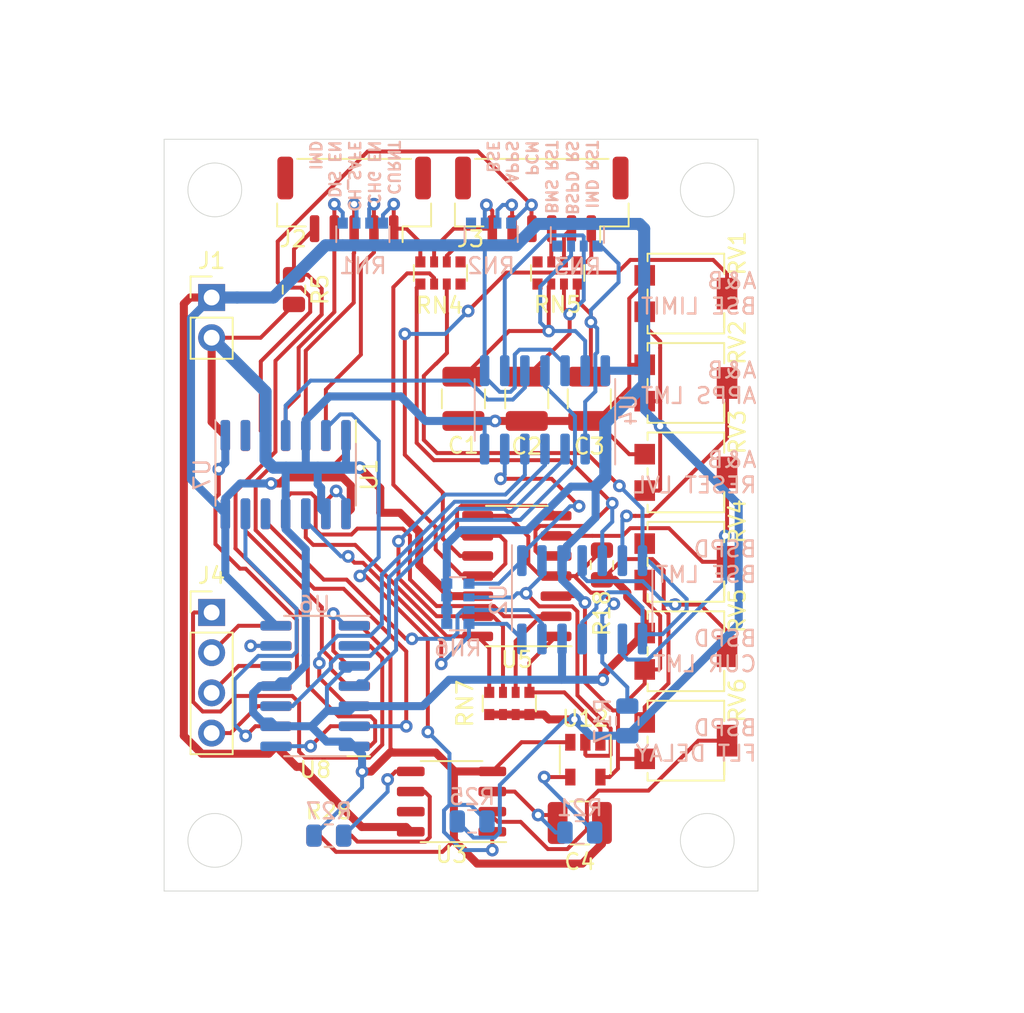
<source format=kicad_pcb>
(kicad_pcb (version 20171130) (host pcbnew "(5.1.5)-3")

  (general
    (thickness 1.6)
    (drawings 33)
    (tracks 832)
    (zones 0)
    (modules 37)
    (nets 67)
  )

  (page USLetter)
  (layers
    (0 F.Cu signal)
    (31 B.Cu signal)
    (32 B.Adhes user hide)
    (33 F.Adhes user hide)
    (34 B.Paste user hide)
    (35 F.Paste user hide)
    (36 B.SilkS user)
    (37 F.SilkS user)
    (38 B.Mask user hide)
    (39 F.Mask user hide)
    (40 Dwgs.User user)
    (41 Cmts.User user hide)
    (42 Eco1.User user hide)
    (43 Eco2.User user hide)
    (44 Edge.Cuts user)
    (45 Margin user hide)
    (46 B.CrtYd user hide)
    (47 F.CrtYd user)
    (48 B.Fab user hide)
    (49 F.Fab user hide)
  )

  (setup
    (last_trace_width 0.25)
    (user_trace_width 0.508)
    (user_trace_width 0.762)
    (user_trace_width 1.143)
    (user_trace_width 1.524)
    (trace_clearance 0.2)
    (zone_clearance 0.254)
    (zone_45_only no)
    (trace_min 0.2)
    (via_size 0.8)
    (via_drill 0.4)
    (via_min_size 0.4)
    (via_min_drill 0.3)
    (uvia_size 0.3)
    (uvia_drill 0.1)
    (uvias_allowed no)
    (uvia_min_size 0.2)
    (uvia_min_drill 0.1)
    (edge_width 0.05)
    (segment_width 0.2)
    (pcb_text_width 0.3)
    (pcb_text_size 1.5 1.5)
    (mod_edge_width 0.12)
    (mod_text_size 1 1)
    (mod_text_width 0.15)
    (pad_size 1.524 1.524)
    (pad_drill 0.762)
    (pad_to_mask_clearance 0.051)
    (solder_mask_min_width 0.25)
    (aux_axis_origin 0 0)
    (visible_elements 7FFFFFFF)
    (pcbplotparams
      (layerselection 0x010fc_ffffffff)
      (usegerberextensions false)
      (usegerberattributes false)
      (usegerberadvancedattributes false)
      (creategerberjobfile true)
      (excludeedgelayer true)
      (linewidth 0.100000)
      (plotframeref false)
      (viasonmask false)
      (mode 1)
      (useauxorigin false)
      (hpglpennumber 1)
      (hpglpenspeed 20)
      (hpglpendiameter 15.000000)
      (psnegative false)
      (psa4output false)
      (plotreference true)
      (plotvalue false)
      (plotinvisibletext false)
      (padsonsilk false)
      (subtractmaskfromsilk false)
      (outputformat 1)
      (mirror false)
      (drillshape 0)
      (scaleselection 1)
      (outputdirectory "Plot/"))
  )

  (net 0 "")
  (net 1 +12V)
  (net 2 "Net-(U4-Pad11)")
  (net 3 "Net-(U4-Pad10)")
  (net 4 GND)
  (net 5 "Net-(U4-Pad4)")
  (net 6 "Net-(U4-Pad3)")
  (net 7 "Net-(U6-Pad13)")
  (net 8 "Net-(U6-Pad12)")
  (net 9 "Net-(U6-Pad8)")
  (net 10 "Net-(U1-Pad1)")
  (net 11 "Net-(U6-Pad2)")
  (net 12 "Net-(U6-Pad1)")
  (net 13 "Net-(U7-Pad13)")
  (net 14 "Net-(U7-Pad1)")
  (net 15 "Net-(U1-Pad9)")
  (net 16 "Net-(U1-Pad13)")
  (net 17 "Net-(R17-Pad1)")
  (net 18 "Net-(RV5-Pad2)")
  (net 19 "Net-(RV1-Pad2)")
  (net 20 "Net-(RV3-Pad2)")
  (net 21 "Net-(RV2-Pad2)")
  (net 22 "Net-(RV4-Pad2)")
  (net 23 "Net-(U7-Pad12)")
  (net 24 "Net-(R25-Pad2)")
  (net 25 "Net-(U7-Pad2)")
  (net 26 "Net-(U3-Pad7)")
  (net 27 "Net-(R28-Pad1)")
  (net 28 "Net-(R27-Pad2)")
  (net 29 "Net-(C4-Pad1)")
  (net 30 "Net-(RV6-Pad2)")
  (net 31 "Net-(R21-Pad1)")
  (net 32 /IMD)
  (net 33 /BMS_ON)
  (net 34 /BMS_RST)
  (net 35 /IMD_RST)
  (net 36 /BSPD_RST)
  (net 37 /CURRENT)
  (net 38 /DIS_EN)
  (net 39 /CH_SAFE)
  (net 40 /CH_EN)
  (net 41 /BSE)
  (net 42 /APPS)
  (net 43 /PCM)
  (net 44 /A&B_ON)
  (net 45 /BPSD_ON)
  (net 46 /IMD_ON)
  (net 47 "Net-(C1-Pad1)")
  (net 48 "Net-(C2-Pad1)")
  (net 49 "Net-(C3-Pad1)")
  (net 50 "Net-(RN2-Pad5)")
  (net 51 "Net-(RN3-Pad4)")
  (net 52 "Net-(RN4-Pad5)")
  (net 53 "Net-(RN5-Pad1)")
  (net 54 "Net-(RN4-Pad3)")
  (net 55 "Net-(RN4-Pad2)")
  (net 56 "Net-(RN4-Pad4)")
  (net 57 "Net-(RN4-Pad1)")
  (net 58 "Net-(RN5-Pad8)")
  (net 59 "Net-(RN6-Pad6)")
  (net 60 "Net-(RN6-Pad5)")
  (net 61 "Net-(RN6-Pad8)")
  (net 62 "Net-(RN6-Pad7)")
  (net 63 "Net-(RN7-Pad6)")
  (net 64 "Net-(RN7-Pad5)")
  (net 65 "Net-(RN7-Pad8)")
  (net 66 "Net-(RN7-Pad7)")

  (net_class Default "This is the default net class."
    (clearance 0.2)
    (trace_width 0.25)
    (via_dia 0.8)
    (via_drill 0.4)
    (uvia_dia 0.3)
    (uvia_drill 0.1)
    (add_net +12V)
    (add_net /A&B_ON)
    (add_net /APPS)
    (add_net /BMS_ON)
    (add_net /BMS_RST)
    (add_net /BPSD_ON)
    (add_net /BSE)
    (add_net /BSPD_RST)
    (add_net /CH_EN)
    (add_net /CH_SAFE)
    (add_net /CURRENT)
    (add_net /DIS_EN)
    (add_net /IMD)
    (add_net /IMD_ON)
    (add_net /IMD_RST)
    (add_net /PCM)
    (add_net GND)
    (add_net "Net-(C1-Pad1)")
    (add_net "Net-(C2-Pad1)")
    (add_net "Net-(C3-Pad1)")
    (add_net "Net-(C4-Pad1)")
    (add_net "Net-(R17-Pad1)")
    (add_net "Net-(R21-Pad1)")
    (add_net "Net-(R25-Pad2)")
    (add_net "Net-(R27-Pad2)")
    (add_net "Net-(R28-Pad1)")
    (add_net "Net-(RN2-Pad5)")
    (add_net "Net-(RN3-Pad4)")
    (add_net "Net-(RN4-Pad1)")
    (add_net "Net-(RN4-Pad2)")
    (add_net "Net-(RN4-Pad3)")
    (add_net "Net-(RN4-Pad4)")
    (add_net "Net-(RN4-Pad5)")
    (add_net "Net-(RN5-Pad1)")
    (add_net "Net-(RN5-Pad8)")
    (add_net "Net-(RN6-Pad5)")
    (add_net "Net-(RN6-Pad6)")
    (add_net "Net-(RN6-Pad7)")
    (add_net "Net-(RN6-Pad8)")
    (add_net "Net-(RN7-Pad5)")
    (add_net "Net-(RN7-Pad6)")
    (add_net "Net-(RN7-Pad7)")
    (add_net "Net-(RN7-Pad8)")
    (add_net "Net-(RV1-Pad2)")
    (add_net "Net-(RV2-Pad2)")
    (add_net "Net-(RV3-Pad2)")
    (add_net "Net-(RV4-Pad2)")
    (add_net "Net-(RV5-Pad2)")
    (add_net "Net-(RV6-Pad2)")
    (add_net "Net-(U1-Pad1)")
    (add_net "Net-(U1-Pad13)")
    (add_net "Net-(U1-Pad9)")
    (add_net "Net-(U3-Pad7)")
    (add_net "Net-(U4-Pad10)")
    (add_net "Net-(U4-Pad11)")
    (add_net "Net-(U4-Pad3)")
    (add_net "Net-(U4-Pad4)")
    (add_net "Net-(U6-Pad1)")
    (add_net "Net-(U6-Pad12)")
    (add_net "Net-(U6-Pad13)")
    (add_net "Net-(U6-Pad2)")
    (add_net "Net-(U6-Pad8)")
    (add_net "Net-(U7-Pad1)")
    (add_net "Net-(U7-Pad12)")
    (add_net "Net-(U7-Pad13)")
    (add_net "Net-(U7-Pad2)")
  )

  (module Package_SO:SOIC-14_3.9x8.7mm_P1.27mm (layer F.Cu) (tedit 5D9F72B1) (tstamp 5E4CD736)
    (at 98.275 120.3 180)
    (descr "SOIC, 14 Pin (JEDEC MS-012AB, https://www.analog.com/media/en/package-pcb-resources/package/pkg_pdf/soic_narrow-r/r_14.pdf), generated with kicad-footprint-generator ipc_gullwing_generator.py")
    (tags "SOIC SO")
    (path /5E6B7DF0)
    (attr smd)
    (fp_text reference U5 (at 0 -5.28 180) (layer F.SilkS)
      (effects (font (size 1 1) (thickness 0.15)))
    )
    (fp_text value LM339 (at 0 5.28 180) (layer F.Fab)
      (effects (font (size 1 1) (thickness 0.15)))
    )
    (fp_text user %R (at 0 0 180) (layer F.Fab)
      (effects (font (size 0.98 0.98) (thickness 0.15)))
    )
    (fp_line (start 3.7 -4.58) (end -3.7 -4.58) (layer F.CrtYd) (width 0.05))
    (fp_line (start 3.7 4.58) (end 3.7 -4.58) (layer F.CrtYd) (width 0.05))
    (fp_line (start -3.7 4.58) (end 3.7 4.58) (layer F.CrtYd) (width 0.05))
    (fp_line (start -3.7 -4.58) (end -3.7 4.58) (layer F.CrtYd) (width 0.05))
    (fp_line (start -1.95 -3.35) (end -0.975 -4.325) (layer F.Fab) (width 0.1))
    (fp_line (start -1.95 4.325) (end -1.95 -3.35) (layer F.Fab) (width 0.1))
    (fp_line (start 1.95 4.325) (end -1.95 4.325) (layer F.Fab) (width 0.1))
    (fp_line (start 1.95 -4.325) (end 1.95 4.325) (layer F.Fab) (width 0.1))
    (fp_line (start -0.975 -4.325) (end 1.95 -4.325) (layer F.Fab) (width 0.1))
    (fp_line (start 0 -4.435) (end -3.45 -4.435) (layer F.SilkS) (width 0.12))
    (fp_line (start 0 -4.435) (end 1.95 -4.435) (layer F.SilkS) (width 0.12))
    (fp_line (start 0 4.435) (end -1.95 4.435) (layer F.SilkS) (width 0.12))
    (fp_line (start 0 4.435) (end 1.95 4.435) (layer F.SilkS) (width 0.12))
    (pad 14 smd roundrect (at 2.475 -3.81 180) (size 1.95 0.6) (layers F.Cu F.Paste F.Mask) (roundrect_rratio 0.25)
      (net 65 "Net-(RN7-Pad8)"))
    (pad 13 smd roundrect (at 2.475 -2.54 180) (size 1.95 0.6) (layers F.Cu F.Paste F.Mask) (roundrect_rratio 0.25)
      (net 66 "Net-(RN7-Pad7)"))
    (pad 12 smd roundrect (at 2.475 -1.27 180) (size 1.95 0.6) (layers F.Cu F.Paste F.Mask) (roundrect_rratio 0.25)
      (net 4 GND))
    (pad 11 smd roundrect (at 2.475 0 180) (size 1.95 0.6) (layers F.Cu F.Paste F.Mask) (roundrect_rratio 0.25)
      (net 55 "Net-(RN4-Pad2)"))
    (pad 10 smd roundrect (at 2.475 1.27 180) (size 1.95 0.6) (layers F.Cu F.Paste F.Mask) (roundrect_rratio 0.25)
      (net 19 "Net-(RV1-Pad2)"))
    (pad 9 smd roundrect (at 2.475 2.54 180) (size 1.95 0.6) (layers F.Cu F.Paste F.Mask) (roundrect_rratio 0.25)
      (net 55 "Net-(RN4-Pad2)"))
    (pad 8 smd roundrect (at 2.475 3.81 180) (size 1.95 0.6) (layers F.Cu F.Paste F.Mask) (roundrect_rratio 0.25)
      (net 17 "Net-(R17-Pad1)"))
    (pad 7 smd roundrect (at -2.475 3.81 180) (size 1.95 0.6) (layers F.Cu F.Paste F.Mask) (roundrect_rratio 0.25)
      (net 55 "Net-(RN4-Pad2)"))
    (pad 6 smd roundrect (at -2.475 2.54 180) (size 1.95 0.6) (layers F.Cu F.Paste F.Mask) (roundrect_rratio 0.25)
      (net 22 "Net-(RV4-Pad2)"))
    (pad 5 smd roundrect (at -2.475 1.27 180) (size 1.95 0.6) (layers F.Cu F.Paste F.Mask) (roundrect_rratio 0.25)
      (net 57 "Net-(RN4-Pad1)"))
    (pad 4 smd roundrect (at -2.475 0 180) (size 1.95 0.6) (layers F.Cu F.Paste F.Mask) (roundrect_rratio 0.25)
      (net 17 "Net-(R17-Pad1)"))
    (pad 3 smd roundrect (at -2.475 -1.27 180) (size 1.95 0.6) (layers F.Cu F.Paste F.Mask) (roundrect_rratio 0.25)
      (net 1 +12V))
    (pad 2 smd roundrect (at -2.475 -2.54 180) (size 1.95 0.6) (layers F.Cu F.Paste F.Mask) (roundrect_rratio 0.25)
      (net 63 "Net-(RN7-Pad6)"))
    (pad 1 smd roundrect (at -2.475 -3.81 180) (size 1.95 0.6) (layers F.Cu F.Paste F.Mask) (roundrect_rratio 0.25)
      (net 64 "Net-(RN7-Pad5)"))
    (model ${KISYS3DMOD}/Package_SO.3dshapes/SOIC-14_3.9x8.7mm_P1.27mm.wrl
      (at (xyz 0 0 0))
      (scale (xyz 1 1 1))
      (rotate (xyz 0 0 0))
    )
  )

  (module Resistor_SMD:R_Array_Convex_4x0612 (layer B.Cu) (tedit 5B82E1AD) (tstamp 5E5B8706)
    (at 94.55 122.05)
    (descr "Precision Thin Film Chip Resistor Array, VISHAY (see http://www.vishay.com/docs/28770/acasat.pdf)")
    (tags "resistor array")
    (path /6030E1DE)
    (attr smd)
    (fp_text reference RN6 (at 0 2.8) (layer B.SilkS)
      (effects (font (size 1 1) (thickness 0.15)) (justify mirror))
    )
    (fp_text value 5k (at 0 -2.8) (layer B.Fab)
      (effects (font (size 1 1) (thickness 0.15)) (justify mirror))
    )
    (fp_text user %R (at 0 0 -90) (layer B.Fab)
      (effects (font (size 0.5 0.5) (thickness 0.075)) (justify mirror))
    )
    (fp_line (start -0.8 1.6) (end 0.8 1.6) (layer B.Fab) (width 0.1))
    (fp_line (start 0.8 1.6) (end 0.8 -1.6) (layer B.Fab) (width 0.1))
    (fp_line (start 0.8 -1.6) (end -0.8 -1.6) (layer B.Fab) (width 0.1))
    (fp_line (start -0.8 -1.6) (end -0.8 1.6) (layer B.Fab) (width 0.1))
    (fp_line (start 0.5 -1.68) (end -0.5 -1.68) (layer B.SilkS) (width 0.12))
    (fp_line (start 0.5 1.68) (end -0.5 1.68) (layer B.SilkS) (width 0.12))
    (fp_line (start -1.3 1.85) (end 1.3 1.85) (layer B.CrtYd) (width 0.05))
    (fp_line (start -1.3 1.85) (end -1.3 -1.85) (layer B.CrtYd) (width 0.05))
    (fp_line (start 1.3 -1.85) (end 1.3 1.85) (layer B.CrtYd) (width 0.05))
    (fp_line (start 1.3 -1.85) (end -1.3 -1.85) (layer B.CrtYd) (width 0.05))
    (pad 1 smd rect (at -0.7 1.27) (size 0.7 0.64) (layers B.Cu B.Paste B.Mask)
      (net 1 +12V))
    (pad 3 smd rect (at -0.7 -0.4) (size 0.7 0.5) (layers B.Cu B.Paste B.Mask)
      (net 1 +12V))
    (pad 2 smd rect (at -0.7 0.4) (size 0.7 0.5) (layers B.Cu B.Paste B.Mask)
      (net 1 +12V))
    (pad 4 smd rect (at -0.7 -1.27) (size 0.7 0.64) (layers B.Cu B.Paste B.Mask)
      (net 1 +12V))
    (pad 7 smd rect (at 0.7 0.4) (size 0.7 0.5) (layers B.Cu B.Paste B.Mask)
      (net 62 "Net-(RN6-Pad7)"))
    (pad 8 smd rect (at 0.7 1.27) (size 0.7 0.64) (layers B.Cu B.Paste B.Mask)
      (net 61 "Net-(RN6-Pad8)"))
    (pad 6 smd rect (at 0.7 -0.4) (size 0.7 0.5) (layers B.Cu B.Paste B.Mask)
      (net 59 "Net-(RN6-Pad6)"))
    (pad 5 smd rect (at 0.7 -1.27) (size 0.7 0.64) (layers B.Cu B.Paste B.Mask)
      (net 60 "Net-(RN6-Pad5)"))
    (model ${KISYS3DMOD}/Resistor_SMD.3dshapes/R_Array_Convex_4x0612.wrl
      (at (xyz 0 0 0))
      (scale (xyz 1 1 1))
      (rotate (xyz 0 0 0))
    )
  )

  (module Resistor_SMD:R_Array_Convex_4x0612 (layer F.Cu) (tedit 5B82E1AD) (tstamp 5E590C83)
    (at 100.85 101.15 90)
    (descr "Precision Thin Film Chip Resistor Array, VISHAY (see http://www.vishay.com/docs/28770/acasat.pdf)")
    (tags "resistor array")
    (path /5F2AA444)
    (attr smd)
    (fp_text reference RN5 (at -2 0 180) (layer F.SilkS)
      (effects (font (size 1 1) (thickness 0.15)))
    )
    (fp_text value 470 (at 0 2.8 90) (layer F.Fab)
      (effects (font (size 1 1) (thickness 0.15)))
    )
    (fp_text user %R (at 0 0) (layer F.Fab)
      (effects (font (size 0.5 0.5) (thickness 0.075)))
    )
    (fp_line (start -0.8 -1.6) (end 0.8 -1.6) (layer F.Fab) (width 0.1))
    (fp_line (start 0.8 -1.6) (end 0.8 1.6) (layer F.Fab) (width 0.1))
    (fp_line (start 0.8 1.6) (end -0.8 1.6) (layer F.Fab) (width 0.1))
    (fp_line (start -0.8 1.6) (end -0.8 -1.6) (layer F.Fab) (width 0.1))
    (fp_line (start 0.5 1.68) (end -0.5 1.68) (layer F.SilkS) (width 0.12))
    (fp_line (start 0.5 -1.68) (end -0.5 -1.68) (layer F.SilkS) (width 0.12))
    (fp_line (start -1.3 -1.85) (end 1.3 -1.85) (layer F.CrtYd) (width 0.05))
    (fp_line (start -1.3 -1.85) (end -1.3 1.85) (layer F.CrtYd) (width 0.05))
    (fp_line (start 1.3 1.85) (end 1.3 -1.85) (layer F.CrtYd) (width 0.05))
    (fp_line (start 1.3 1.85) (end -1.3 1.85) (layer F.CrtYd) (width 0.05))
    (pad 1 smd rect (at -0.7 -1.27 90) (size 0.7 0.64) (layers F.Cu F.Paste F.Mask)
      (net 53 "Net-(RN5-Pad1)"))
    (pad 3 smd rect (at -0.7 0.4 90) (size 0.7 0.5) (layers F.Cu F.Paste F.Mask)
      (net 48 "Net-(C2-Pad1)"))
    (pad 2 smd rect (at -0.7 -0.4 90) (size 0.7 0.5) (layers F.Cu F.Paste F.Mask)
      (net 47 "Net-(C1-Pad1)"))
    (pad 4 smd rect (at -0.7 1.27 90) (size 0.7 0.64) (layers F.Cu F.Paste F.Mask)
      (net 49 "Net-(C3-Pad1)"))
    (pad 7 smd rect (at 0.7 -0.4 90) (size 0.7 0.5) (layers F.Cu F.Paste F.Mask)
      (net 34 /BMS_RST))
    (pad 8 smd rect (at 0.7 -1.27 90) (size 0.7 0.64) (layers F.Cu F.Paste F.Mask)
      (net 58 "Net-(RN5-Pad8)"))
    (pad 6 smd rect (at 0.7 0.4 90) (size 0.7 0.5) (layers F.Cu F.Paste F.Mask)
      (net 36 /BSPD_RST))
    (pad 5 smd rect (at 0.7 1.27 90) (size 0.7 0.64) (layers F.Cu F.Paste F.Mask)
      (net 35 /IMD_RST))
    (model ${KISYS3DMOD}/Resistor_SMD.3dshapes/R_Array_Convex_4x0612.wrl
      (at (xyz 0 0 0))
      (scale (xyz 1 1 1))
      (rotate (xyz 0 0 0))
    )
  )

  (module Resistor_SMD:R_Array_Convex_4x0612 (layer F.Cu) (tedit 5B82E1AD) (tstamp 5E590C6C)
    (at 93.45 101.15 90)
    (descr "Precision Thin Film Chip Resistor Array, VISHAY (see http://www.vishay.com/docs/28770/acasat.pdf)")
    (tags "resistor array")
    (path /5F28997A)
    (attr smd)
    (fp_text reference RN4 (at -2.05 -0.05 180) (layer F.SilkS)
      (effects (font (size 1 1) (thickness 0.15)))
    )
    (fp_text value 10k (at 0 2.8 90) (layer F.Fab)
      (effects (font (size 1 1) (thickness 0.15)))
    )
    (fp_text user %R (at 0 0) (layer F.Fab)
      (effects (font (size 0.5 0.5) (thickness 0.075)))
    )
    (fp_line (start -0.8 -1.6) (end 0.8 -1.6) (layer F.Fab) (width 0.1))
    (fp_line (start 0.8 -1.6) (end 0.8 1.6) (layer F.Fab) (width 0.1))
    (fp_line (start 0.8 1.6) (end -0.8 1.6) (layer F.Fab) (width 0.1))
    (fp_line (start -0.8 1.6) (end -0.8 -1.6) (layer F.Fab) (width 0.1))
    (fp_line (start 0.5 1.68) (end -0.5 1.68) (layer F.SilkS) (width 0.12))
    (fp_line (start 0.5 -1.68) (end -0.5 -1.68) (layer F.SilkS) (width 0.12))
    (fp_line (start -1.3 -1.85) (end 1.3 -1.85) (layer F.CrtYd) (width 0.05))
    (fp_line (start -1.3 -1.85) (end -1.3 1.85) (layer F.CrtYd) (width 0.05))
    (fp_line (start 1.3 1.85) (end 1.3 -1.85) (layer F.CrtYd) (width 0.05))
    (fp_line (start 1.3 1.85) (end -1.3 1.85) (layer F.CrtYd) (width 0.05))
    (pad 1 smd rect (at -0.7 -1.27 90) (size 0.7 0.64) (layers F.Cu F.Paste F.Mask)
      (net 57 "Net-(RN4-Pad1)"))
    (pad 3 smd rect (at -0.7 0.4 90) (size 0.7 0.5) (layers F.Cu F.Paste F.Mask)
      (net 54 "Net-(RN4-Pad3)"))
    (pad 2 smd rect (at -0.7 -0.4 90) (size 0.7 0.5) (layers F.Cu F.Paste F.Mask)
      (net 55 "Net-(RN4-Pad2)"))
    (pad 4 smd rect (at -0.7 1.27 90) (size 0.7 0.64) (layers F.Cu F.Paste F.Mask)
      (net 56 "Net-(RN4-Pad4)"))
    (pad 7 smd rect (at 0.7 -0.4 90) (size 0.7 0.5) (layers F.Cu F.Paste F.Mask)
      (net 41 /BSE))
    (pad 8 smd rect (at 0.7 -1.27 90) (size 0.7 0.64) (layers F.Cu F.Paste F.Mask)
      (net 37 /CURRENT))
    (pad 6 smd rect (at 0.7 0.4 90) (size 0.7 0.5) (layers F.Cu F.Paste F.Mask)
      (net 42 /APPS))
    (pad 5 smd rect (at 0.7 1.27 90) (size 0.7 0.64) (layers F.Cu F.Paste F.Mask)
      (net 52 "Net-(RN4-Pad5)"))
    (model ${KISYS3DMOD}/Resistor_SMD.3dshapes/R_Array_Convex_4x0612.wrl
      (at (xyz 0 0 0))
      (scale (xyz 1 1 1))
      (rotate (xyz 0 0 0))
    )
  )

  (module Resistor_SMD:R_Array_Convex_4x0612 (layer B.Cu) (tedit 5B82E1AD) (tstamp 5E58BD51)
    (at 102.1 98.75 90)
    (descr "Precision Thin Film Chip Resistor Array, VISHAY (see http://www.vishay.com/docs/28770/acasat.pdf)")
    (tags "resistor array")
    (path /5EF2BC2E)
    (attr smd)
    (fp_text reference RN3 (at -2 0 180) (layer B.SilkS)
      (effects (font (size 1 1) (thickness 0.15)) (justify mirror))
    )
    (fp_text value 47k (at 0 -2.8 90) (layer B.Fab)
      (effects (font (size 1 1) (thickness 0.15)) (justify mirror))
    )
    (fp_text user %R (at 0 0 180) (layer B.Fab)
      (effects (font (size 0.5 0.5) (thickness 0.075)) (justify mirror))
    )
    (fp_line (start -0.8 1.6) (end 0.8 1.6) (layer B.Fab) (width 0.1))
    (fp_line (start 0.8 1.6) (end 0.8 -1.6) (layer B.Fab) (width 0.1))
    (fp_line (start 0.8 -1.6) (end -0.8 -1.6) (layer B.Fab) (width 0.1))
    (fp_line (start -0.8 -1.6) (end -0.8 1.6) (layer B.Fab) (width 0.1))
    (fp_line (start 0.5 -1.68) (end -0.5 -1.68) (layer B.SilkS) (width 0.12))
    (fp_line (start 0.5 1.68) (end -0.5 1.68) (layer B.SilkS) (width 0.12))
    (fp_line (start -1.3 1.85) (end 1.3 1.85) (layer B.CrtYd) (width 0.05))
    (fp_line (start -1.3 1.85) (end -1.3 -1.85) (layer B.CrtYd) (width 0.05))
    (fp_line (start 1.3 -1.85) (end 1.3 1.85) (layer B.CrtYd) (width 0.05))
    (fp_line (start 1.3 -1.85) (end -1.3 -1.85) (layer B.CrtYd) (width 0.05))
    (pad 1 smd rect (at -0.7 1.27 90) (size 0.7 0.64) (layers B.Cu B.Paste B.Mask)
      (net 49 "Net-(C3-Pad1)"))
    (pad 3 smd rect (at -0.7 -0.4 90) (size 0.7 0.5) (layers B.Cu B.Paste B.Mask)
      (net 47 "Net-(C1-Pad1)"))
    (pad 2 smd rect (at -0.7 0.4 90) (size 0.7 0.5) (layers B.Cu B.Paste B.Mask)
      (net 48 "Net-(C2-Pad1)"))
    (pad 4 smd rect (at -0.7 -1.27 90) (size 0.7 0.64) (layers B.Cu B.Paste B.Mask)
      (net 51 "Net-(RN3-Pad4)"))
    (pad 7 smd rect (at 0.7 0.4 90) (size 0.7 0.5) (layers B.Cu B.Paste B.Mask)
      (net 1 +12V))
    (pad 8 smd rect (at 0.7 1.27 90) (size 0.7 0.64) (layers B.Cu B.Paste B.Mask)
      (net 1 +12V))
    (pad 6 smd rect (at 0.7 -0.4 90) (size 0.7 0.5) (layers B.Cu B.Paste B.Mask)
      (net 1 +12V))
    (pad 5 smd rect (at 0.7 -1.27 90) (size 0.7 0.64) (layers B.Cu B.Paste B.Mask)
      (net 1 +12V))
    (model ${KISYS3DMOD}/Resistor_SMD.3dshapes/R_Array_Convex_4x0612.wrl
      (at (xyz 0 0 0))
      (scale (xyz 1 1 1))
      (rotate (xyz 0 0 0))
    )
  )

  (module Resistor_SMD:R_Array_Convex_4x0612 (layer B.Cu) (tedit 5B82E1AD) (tstamp 5E58688D)
    (at 96.65 98.7 90)
    (descr "Precision Thin Film Chip Resistor Array, VISHAY (see http://www.vishay.com/docs/28770/acasat.pdf)")
    (tags "resistor array")
    (path /5EBBF6C9)
    (attr smd)
    (fp_text reference RN2 (at -2 0 180) (layer B.SilkS)
      (effects (font (size 1 1) (thickness 0.15)) (justify mirror))
    )
    (fp_text value 1M (at 0 -2.8 90) (layer B.Fab)
      (effects (font (size 1 1) (thickness 0.15)) (justify mirror))
    )
    (fp_text user %R (at 0 0 180) (layer B.Fab)
      (effects (font (size 0.5 0.5) (thickness 0.075)) (justify mirror))
    )
    (fp_line (start -0.8 1.6) (end 0.8 1.6) (layer B.Fab) (width 0.1))
    (fp_line (start 0.8 1.6) (end 0.8 -1.6) (layer B.Fab) (width 0.1))
    (fp_line (start 0.8 -1.6) (end -0.8 -1.6) (layer B.Fab) (width 0.1))
    (fp_line (start -0.8 -1.6) (end -0.8 1.6) (layer B.Fab) (width 0.1))
    (fp_line (start 0.5 -1.68) (end -0.5 -1.68) (layer B.SilkS) (width 0.12))
    (fp_line (start 0.5 1.68) (end -0.5 1.68) (layer B.SilkS) (width 0.12))
    (fp_line (start -1.3 1.85) (end 1.3 1.85) (layer B.CrtYd) (width 0.05))
    (fp_line (start -1.3 1.85) (end -1.3 -1.85) (layer B.CrtYd) (width 0.05))
    (fp_line (start 1.3 -1.85) (end 1.3 1.85) (layer B.CrtYd) (width 0.05))
    (fp_line (start 1.3 -1.85) (end -1.3 -1.85) (layer B.CrtYd) (width 0.05))
    (pad 1 smd rect (at -0.7 1.27 90) (size 0.7 0.64) (layers B.Cu B.Paste B.Mask)
      (net 1 +12V))
    (pad 3 smd rect (at -0.7 -0.4 90) (size 0.7 0.5) (layers B.Cu B.Paste B.Mask)
      (net 1 +12V))
    (pad 2 smd rect (at -0.7 0.4 90) (size 0.7 0.5) (layers B.Cu B.Paste B.Mask)
      (net 1 +12V))
    (pad 4 smd rect (at -0.7 -1.27 90) (size 0.7 0.64) (layers B.Cu B.Paste B.Mask)
      (net 1 +12V))
    (pad 7 smd rect (at 0.7 0.4 90) (size 0.7 0.5) (layers B.Cu B.Paste B.Mask)
      (net 42 /APPS))
    (pad 8 smd rect (at 0.7 1.27 90) (size 0.7 0.64) (layers B.Cu B.Paste B.Mask)
      (net 43 /PCM))
    (pad 6 smd rect (at 0.7 -0.4 90) (size 0.7 0.5) (layers B.Cu B.Paste B.Mask)
      (net 41 /BSE))
    (pad 5 smd rect (at 0.7 -1.27 90) (size 0.7 0.64) (layers B.Cu B.Paste B.Mask)
      (net 50 "Net-(RN2-Pad5)"))
    (model ${KISYS3DMOD}/Resistor_SMD.3dshapes/R_Array_Convex_4x0612.wrl
      (at (xyz 0 0 0))
      (scale (xyz 1 1 1))
      (rotate (xyz 0 0 0))
    )
  )

  (module Resistor_SMD:R_Array_Convex_4x0612 (layer B.Cu) (tedit 5B82E1AD) (tstamp 5E582870)
    (at 88.55 98.7 90)
    (descr "Precision Thin Film Chip Resistor Array, VISHAY (see http://www.vishay.com/docs/28770/acasat.pdf)")
    (tags "resistor array")
    (path /5E8E1BB2)
    (attr smd)
    (fp_text reference RN1 (at -2 0 180) (layer B.SilkS)
      (effects (font (size 1 1) (thickness 0.15)) (justify mirror))
    )
    (fp_text value 1M (at 0 -2.8 90) (layer B.Fab)
      (effects (font (size 1 1) (thickness 0.15)) (justify mirror))
    )
    (fp_text user %R (at 0 0 180) (layer B.Fab)
      (effects (font (size 0.5 0.5) (thickness 0.075)) (justify mirror))
    )
    (fp_line (start -0.8 1.6) (end 0.8 1.6) (layer B.Fab) (width 0.1))
    (fp_line (start 0.8 1.6) (end 0.8 -1.6) (layer B.Fab) (width 0.1))
    (fp_line (start 0.8 -1.6) (end -0.8 -1.6) (layer B.Fab) (width 0.1))
    (fp_line (start -0.8 -1.6) (end -0.8 1.6) (layer B.Fab) (width 0.1))
    (fp_line (start 0.5 -1.68) (end -0.5 -1.68) (layer B.SilkS) (width 0.12))
    (fp_line (start 0.5 1.68) (end -0.5 1.68) (layer B.SilkS) (width 0.12))
    (fp_line (start -1.3 1.85) (end 1.3 1.85) (layer B.CrtYd) (width 0.05))
    (fp_line (start -1.3 1.85) (end -1.3 -1.85) (layer B.CrtYd) (width 0.05))
    (fp_line (start 1.3 -1.85) (end 1.3 1.85) (layer B.CrtYd) (width 0.05))
    (fp_line (start 1.3 -1.85) (end -1.3 -1.85) (layer B.CrtYd) (width 0.05))
    (pad 1 smd rect (at -0.7 1.27 90) (size 0.7 0.64) (layers B.Cu B.Paste B.Mask)
      (net 1 +12V))
    (pad 3 smd rect (at -0.7 -0.4 90) (size 0.7 0.5) (layers B.Cu B.Paste B.Mask)
      (net 1 +12V))
    (pad 2 smd rect (at -0.7 0.4 90) (size 0.7 0.5) (layers B.Cu B.Paste B.Mask)
      (net 1 +12V))
    (pad 4 smd rect (at -0.7 -1.27 90) (size 0.7 0.64) (layers B.Cu B.Paste B.Mask)
      (net 1 +12V))
    (pad 7 smd rect (at 0.7 0.4 90) (size 0.7 0.5) (layers B.Cu B.Paste B.Mask)
      (net 40 /CH_EN))
    (pad 8 smd rect (at 0.7 1.27 90) (size 0.7 0.64) (layers B.Cu B.Paste B.Mask)
      (net 37 /CURRENT))
    (pad 6 smd rect (at 0.7 -0.4 90) (size 0.7 0.5) (layers B.Cu B.Paste B.Mask)
      (net 39 /CH_SAFE))
    (pad 5 smd rect (at 0.7 -1.27 90) (size 0.7 0.64) (layers B.Cu B.Paste B.Mask)
      (net 38 /DIS_EN))
    (model ${KISYS3DMOD}/Resistor_SMD.3dshapes/R_Array_Convex_4x0612.wrl
      (at (xyz 0 0 0))
      (scale (xyz 1 1 1))
      (rotate (xyz 0 0 0))
    )
  )

  (module Resistor_SMD:R_Array_Convex_4x0612 (layer F.Cu) (tedit 5B82E1AD) (tstamp 5E5A9EB4)
    (at 97.8 128.35 90)
    (descr "Precision Thin Film Chip Resistor Array, VISHAY (see http://www.vishay.com/docs/28770/acasat.pdf)")
    (tags "resistor array")
    (path /601113E3)
    (attr smd)
    (fp_text reference RN7 (at 0 -2.8 90) (layer F.SilkS)
      (effects (font (size 1 1) (thickness 0.15)))
    )
    (fp_text value 5k (at 0 2.8 90) (layer F.Fab)
      (effects (font (size 1 1) (thickness 0.15)))
    )
    (fp_text user %R (at 0 0) (layer F.Fab)
      (effects (font (size 0.5 0.5) (thickness 0.075)))
    )
    (fp_line (start -0.8 -1.6) (end 0.8 -1.6) (layer F.Fab) (width 0.1))
    (fp_line (start 0.8 -1.6) (end 0.8 1.6) (layer F.Fab) (width 0.1))
    (fp_line (start 0.8 1.6) (end -0.8 1.6) (layer F.Fab) (width 0.1))
    (fp_line (start -0.8 1.6) (end -0.8 -1.6) (layer F.Fab) (width 0.1))
    (fp_line (start 0.5 1.68) (end -0.5 1.68) (layer F.SilkS) (width 0.12))
    (fp_line (start 0.5 -1.68) (end -0.5 -1.68) (layer F.SilkS) (width 0.12))
    (fp_line (start -1.3 -1.85) (end 1.3 -1.85) (layer F.CrtYd) (width 0.05))
    (fp_line (start -1.3 -1.85) (end -1.3 1.85) (layer F.CrtYd) (width 0.05))
    (fp_line (start 1.3 1.85) (end 1.3 -1.85) (layer F.CrtYd) (width 0.05))
    (fp_line (start 1.3 1.85) (end -1.3 1.85) (layer F.CrtYd) (width 0.05))
    (pad 1 smd rect (at -0.7 -1.27 90) (size 0.7 0.64) (layers F.Cu F.Paste F.Mask)
      (net 1 +12V))
    (pad 3 smd rect (at -0.7 0.4 90) (size 0.7 0.5) (layers F.Cu F.Paste F.Mask)
      (net 1 +12V))
    (pad 2 smd rect (at -0.7 -0.4 90) (size 0.7 0.5) (layers F.Cu F.Paste F.Mask)
      (net 1 +12V))
    (pad 4 smd rect (at -0.7 1.27 90) (size 0.7 0.64) (layers F.Cu F.Paste F.Mask)
      (net 1 +12V))
    (pad 7 smd rect (at 0.7 -0.4 90) (size 0.7 0.5) (layers F.Cu F.Paste F.Mask)
      (net 66 "Net-(RN7-Pad7)"))
    (pad 8 smd rect (at 0.7 -1.27 90) (size 0.7 0.64) (layers F.Cu F.Paste F.Mask)
      (net 65 "Net-(RN7-Pad8)"))
    (pad 6 smd rect (at 0.7 0.4 90) (size 0.7 0.5) (layers F.Cu F.Paste F.Mask)
      (net 63 "Net-(RN7-Pad6)"))
    (pad 5 smd rect (at 0.7 1.27 90) (size 0.7 0.64) (layers F.Cu F.Paste F.Mask)
      (net 64 "Net-(RN7-Pad5)"))
    (model ${KISYS3DMOD}/Resistor_SMD.3dshapes/R_Array_Convex_4x0612.wrl
      (at (xyz 0 0 0))
      (scale (xyz 1 1 1))
      (rotate (xyz 0 0 0))
    )
  )

  (module Package_SO:SOIC-14_3.9x8.7mm_P1.27mm (layer B.Cu) (tedit 5D9F72B1) (tstamp 5E573AB8)
    (at 85.525 127.25 180)
    (descr "SOIC, 14 Pin (JEDEC MS-012AB, https://www.analog.com/media/en/package-pcb-resources/package/pkg_pdf/soic_narrow-r/r_14.pdf), generated with kicad-footprint-generator ipc_gullwing_generator.py")
    (tags "SOIC SO")
    (path /5E554252)
    (attr smd)
    (fp_text reference U6 (at 0.025 5.15 180) (layer B.SilkS)
      (effects (font (size 1 1) (thickness 0.15)) (justify mirror))
    )
    (fp_text value 4013 (at 0 -5.28 180) (layer B.Fab)
      (effects (font (size 1 1) (thickness 0.15)) (justify mirror))
    )
    (fp_text user %R (at 0 0 180) (layer B.Fab)
      (effects (font (size 0.98 0.98) (thickness 0.15)) (justify mirror))
    )
    (fp_line (start 3.7 4.58) (end -3.7 4.58) (layer B.CrtYd) (width 0.05))
    (fp_line (start 3.7 -4.58) (end 3.7 4.58) (layer B.CrtYd) (width 0.05))
    (fp_line (start -3.7 -4.58) (end 3.7 -4.58) (layer B.CrtYd) (width 0.05))
    (fp_line (start -3.7 4.58) (end -3.7 -4.58) (layer B.CrtYd) (width 0.05))
    (fp_line (start -1.95 3.35) (end -0.975 4.325) (layer B.Fab) (width 0.1))
    (fp_line (start -1.95 -4.325) (end -1.95 3.35) (layer B.Fab) (width 0.1))
    (fp_line (start 1.95 -4.325) (end -1.95 -4.325) (layer B.Fab) (width 0.1))
    (fp_line (start 1.95 4.325) (end 1.95 -4.325) (layer B.Fab) (width 0.1))
    (fp_line (start -0.975 4.325) (end 1.95 4.325) (layer B.Fab) (width 0.1))
    (fp_line (start 0 4.435) (end -3.45 4.435) (layer B.SilkS) (width 0.12))
    (fp_line (start 0 4.435) (end 1.95 4.435) (layer B.SilkS) (width 0.12))
    (fp_line (start 0 -4.435) (end -1.95 -4.435) (layer B.SilkS) (width 0.12))
    (fp_line (start 0 -4.435) (end 1.95 -4.435) (layer B.SilkS) (width 0.12))
    (pad 14 smd roundrect (at 2.475 3.81 180) (size 1.95 0.6) (layers B.Cu B.Paste B.Mask) (roundrect_rratio 0.25)
      (net 1 +12V))
    (pad 13 smd roundrect (at 2.475 2.54 180) (size 1.95 0.6) (layers B.Cu B.Paste B.Mask) (roundrect_rratio 0.25)
      (net 7 "Net-(U6-Pad13)"))
    (pad 12 smd roundrect (at 2.475 1.27 180) (size 1.95 0.6) (layers B.Cu B.Paste B.Mask) (roundrect_rratio 0.25)
      (net 8 "Net-(U6-Pad12)"))
    (pad 11 smd roundrect (at 2.475 0 180) (size 1.95 0.6) (layers B.Cu B.Paste B.Mask) (roundrect_rratio 0.25)
      (net 4 GND))
    (pad 10 smd roundrect (at 2.475 -1.27 180) (size 1.95 0.6) (layers B.Cu B.Paste B.Mask) (roundrect_rratio 0.25)
      (net 6 "Net-(U4-Pad3)"))
    (pad 9 smd roundrect (at 2.475 -2.54 180) (size 1.95 0.6) (layers B.Cu B.Paste B.Mask) (roundrect_rratio 0.25)
      (net 4 GND))
    (pad 8 smd roundrect (at 2.475 -3.81 180) (size 1.95 0.6) (layers B.Cu B.Paste B.Mask) (roundrect_rratio 0.25)
      (net 9 "Net-(U6-Pad8)"))
    (pad 7 smd roundrect (at -2.475 -3.81 180) (size 1.95 0.6) (layers B.Cu B.Paste B.Mask) (roundrect_rratio 0.25)
      (net 4 GND))
    (pad 6 smd roundrect (at -2.475 -2.54 180) (size 1.95 0.6) (layers B.Cu B.Paste B.Mask) (roundrect_rratio 0.25)
      (net 10 "Net-(U1-Pad1)"))
    (pad 5 smd roundrect (at -2.475 -1.27 180) (size 1.95 0.6) (layers B.Cu B.Paste B.Mask) (roundrect_rratio 0.25)
      (net 4 GND))
    (pad 4 smd roundrect (at -2.475 0 180) (size 1.95 0.6) (layers B.Cu B.Paste B.Mask) (roundrect_rratio 0.25)
      (net 2 "Net-(U4-Pad11)"))
    (pad 3 smd roundrect (at -2.475 1.27 180) (size 1.95 0.6) (layers B.Cu B.Paste B.Mask) (roundrect_rratio 0.25)
      (net 4 GND))
    (pad 2 smd roundrect (at -2.475 2.54 180) (size 1.95 0.6) (layers B.Cu B.Paste B.Mask) (roundrect_rratio 0.25)
      (net 11 "Net-(U6-Pad2)"))
    (pad 1 smd roundrect (at -2.475 3.81 180) (size 1.95 0.6) (layers B.Cu B.Paste B.Mask) (roundrect_rratio 0.25)
      (net 12 "Net-(U6-Pad1)"))
    (model ${KISYS3DMOD}/Package_SO.3dshapes/SOIC-14_3.9x8.7mm_P1.27mm.wrl
      (at (xyz 0 0 0))
      (scale (xyz 1 1 1))
      (rotate (xyz 0 0 0))
    )
  )

  (module Connector_PinHeader_2.54mm:PinHeader_1x04_P2.54mm_Vertical (layer F.Cu) (tedit 59FED5CC) (tstamp 5E542DA8)
    (at 79 122.6)
    (descr "Through hole straight pin header, 1x04, 2.54mm pitch, single row")
    (tags "Through hole pin header THT 1x04 2.54mm single row")
    (path /5E7258F9)
    (fp_text reference J4 (at 0 -2.33) (layer F.SilkS)
      (effects (font (size 1 1) (thickness 0.15)))
    )
    (fp_text value Conn_01x04_Female (at 0 9.95) (layer F.Fab)
      (effects (font (size 1 1) (thickness 0.15)))
    )
    (fp_text user %R (at 0 3.81 90) (layer F.Fab)
      (effects (font (size 1 1) (thickness 0.15)))
    )
    (fp_line (start 1.8 -1.8) (end -1.8 -1.8) (layer F.CrtYd) (width 0.05))
    (fp_line (start 1.8 9.4) (end 1.8 -1.8) (layer F.CrtYd) (width 0.05))
    (fp_line (start -1.8 9.4) (end 1.8 9.4) (layer F.CrtYd) (width 0.05))
    (fp_line (start -1.8 -1.8) (end -1.8 9.4) (layer F.CrtYd) (width 0.05))
    (fp_line (start -1.33 -1.33) (end 0 -1.33) (layer F.SilkS) (width 0.12))
    (fp_line (start -1.33 0) (end -1.33 -1.33) (layer F.SilkS) (width 0.12))
    (fp_line (start -1.33 1.27) (end 1.33 1.27) (layer F.SilkS) (width 0.12))
    (fp_line (start 1.33 1.27) (end 1.33 8.95) (layer F.SilkS) (width 0.12))
    (fp_line (start -1.33 1.27) (end -1.33 8.95) (layer F.SilkS) (width 0.12))
    (fp_line (start -1.33 8.95) (end 1.33 8.95) (layer F.SilkS) (width 0.12))
    (fp_line (start -1.27 -0.635) (end -0.635 -1.27) (layer F.Fab) (width 0.1))
    (fp_line (start -1.27 8.89) (end -1.27 -0.635) (layer F.Fab) (width 0.1))
    (fp_line (start 1.27 8.89) (end -1.27 8.89) (layer F.Fab) (width 0.1))
    (fp_line (start 1.27 -1.27) (end 1.27 8.89) (layer F.Fab) (width 0.1))
    (fp_line (start -0.635 -1.27) (end 1.27 -1.27) (layer F.Fab) (width 0.1))
    (pad 4 thru_hole oval (at 0 7.62) (size 1.7 1.7) (drill 1) (layers *.Cu *.Mask)
      (net 44 /A&B_ON))
    (pad 3 thru_hole oval (at 0 5.08) (size 1.7 1.7) (drill 1) (layers *.Cu *.Mask)
      (net 45 /BPSD_ON))
    (pad 2 thru_hole oval (at 0 2.54) (size 1.7 1.7) (drill 1) (layers *.Cu *.Mask)
      (net 46 /IMD_ON))
    (pad 1 thru_hole rect (at 0 0) (size 1.7 1.7) (drill 1) (layers *.Cu *.Mask)
      (net 33 /BMS_ON))
    (model ${KISYS3DMOD}/Connector_PinHeader_2.54mm.3dshapes/PinHeader_1x04_P2.54mm_Vertical.wrl
      (at (xyz 0 0 0))
      (scale (xyz 1 1 1))
      (rotate (xyz 0 0 0))
    )
  )

  (module Connector_PinHeader_2.54mm:PinHeader_1x02_P2.54mm_Vertical (layer F.Cu) (tedit 59FED5CC) (tstamp 5E5339B4)
    (at 79 102.7)
    (descr "Through hole straight pin header, 1x02, 2.54mm pitch, single row")
    (tags "Through hole pin header THT 1x02 2.54mm single row")
    (path /5E724DE9)
    (fp_text reference J1 (at 0 -2.33) (layer F.SilkS)
      (effects (font (size 1 1) (thickness 0.15)))
    )
    (fp_text value Conn_01x02_Female (at 0 4.87) (layer F.Fab)
      (effects (font (size 1 1) (thickness 0.15)))
    )
    (fp_text user %R (at 0 1.27 90) (layer F.Fab)
      (effects (font (size 1 1) (thickness 0.15)))
    )
    (fp_line (start 1.8 -1.8) (end -1.8 -1.8) (layer F.CrtYd) (width 0.05))
    (fp_line (start 1.8 4.35) (end 1.8 -1.8) (layer F.CrtYd) (width 0.05))
    (fp_line (start -1.8 4.35) (end 1.8 4.35) (layer F.CrtYd) (width 0.05))
    (fp_line (start -1.8 -1.8) (end -1.8 4.35) (layer F.CrtYd) (width 0.05))
    (fp_line (start -1.33 -1.33) (end 0 -1.33) (layer F.SilkS) (width 0.12))
    (fp_line (start -1.33 0) (end -1.33 -1.33) (layer F.SilkS) (width 0.12))
    (fp_line (start -1.33 1.27) (end 1.33 1.27) (layer F.SilkS) (width 0.12))
    (fp_line (start 1.33 1.27) (end 1.33 3.87) (layer F.SilkS) (width 0.12))
    (fp_line (start -1.33 1.27) (end -1.33 3.87) (layer F.SilkS) (width 0.12))
    (fp_line (start -1.33 3.87) (end 1.33 3.87) (layer F.SilkS) (width 0.12))
    (fp_line (start -1.27 -0.635) (end -0.635 -1.27) (layer F.Fab) (width 0.1))
    (fp_line (start -1.27 3.81) (end -1.27 -0.635) (layer F.Fab) (width 0.1))
    (fp_line (start 1.27 3.81) (end -1.27 3.81) (layer F.Fab) (width 0.1))
    (fp_line (start 1.27 -1.27) (end 1.27 3.81) (layer F.Fab) (width 0.1))
    (fp_line (start -0.635 -1.27) (end 1.27 -1.27) (layer F.Fab) (width 0.1))
    (pad 2 thru_hole oval (at 0 2.54) (size 1.7 1.7) (drill 1) (layers *.Cu *.Mask)
      (net 4 GND))
    (pad 1 thru_hole rect (at 0 0) (size 1.7 1.7) (drill 1) (layers *.Cu *.Mask)
      (net 1 +12V))
    (model ${KISYS3DMOD}/Connector_PinHeader_2.54mm.3dshapes/PinHeader_1x02_P2.54mm_Vertical.wrl
      (at (xyz 0 0 0))
      (scale (xyz 1 1 1))
      (rotate (xyz 0 0 0))
    )
  )

  (module Connector_JST:JST_GH_SM05B-GHS-TB_1x05-1MP_P1.25mm_Horizontal locked (layer F.Cu) (tedit 5B78AD87) (tstamp 5E4BF728)
    (at 88 96.5 180)
    (descr "JST GH series connector, SM05B-GHS-TB (http://www.jst-mfg.com/product/pdf/eng/eGH.pdf), generated with kicad-footprint-generator")
    (tags "connector JST GH top entry")
    (path /5E522B1D)
    (attr smd)
    (fp_text reference J2 (at 3.85 -2.5) (layer F.SilkS)
      (effects (font (size 1 1) (thickness 0.15)))
    )
    (fp_text value Conn_01x05_Male (at 0 3.9) (layer F.Fab)
      (effects (font (size 1 1) (thickness 0.15)))
    )
    (fp_text user %R (at 0 0) (layer F.Fab)
      (effects (font (size 1 1) (thickness 0.15)))
    )
    (fp_line (start -2.5 -0.892893) (end -2 -1.6) (layer F.Fab) (width 0.1))
    (fp_line (start -3 -1.6) (end -2.5 -0.892893) (layer F.Fab) (width 0.1))
    (fp_line (start 5.35 -3.2) (end -5.35 -3.2) (layer F.CrtYd) (width 0.05))
    (fp_line (start 5.35 3.2) (end 5.35 -3.2) (layer F.CrtYd) (width 0.05))
    (fp_line (start -5.35 3.2) (end 5.35 3.2) (layer F.CrtYd) (width 0.05))
    (fp_line (start -5.35 -3.2) (end -5.35 3.2) (layer F.CrtYd) (width 0.05))
    (fp_line (start 4.75 -1.6) (end 4.75 2.45) (layer F.Fab) (width 0.1))
    (fp_line (start -4.75 -1.6) (end -4.75 2.45) (layer F.Fab) (width 0.1))
    (fp_line (start -4.75 2.45) (end 4.75 2.45) (layer F.Fab) (width 0.1))
    (fp_line (start -3.59 2.56) (end 3.59 2.56) (layer F.SilkS) (width 0.12))
    (fp_line (start 4.86 -1.71) (end 3.06 -1.71) (layer F.SilkS) (width 0.12))
    (fp_line (start 4.86 -0.26) (end 4.86 -1.71) (layer F.SilkS) (width 0.12))
    (fp_line (start -3.06 -1.71) (end -3.06 -2.7) (layer F.SilkS) (width 0.12))
    (fp_line (start -4.86 -1.71) (end -3.06 -1.71) (layer F.SilkS) (width 0.12))
    (fp_line (start -4.86 -0.26) (end -4.86 -1.71) (layer F.SilkS) (width 0.12))
    (fp_line (start -4.75 -1.6) (end 4.75 -1.6) (layer F.Fab) (width 0.1))
    (pad MP smd roundrect (at 4.35 1.35 180) (size 1 2.7) (layers F.Cu F.Paste F.Mask) (roundrect_rratio 0.25))
    (pad MP smd roundrect (at -4.35 1.35 180) (size 1 2.7) (layers F.Cu F.Paste F.Mask) (roundrect_rratio 0.25))
    (pad 5 smd roundrect (at 2.5 -1.85 180) (size 0.6 1.7) (layers F.Cu F.Paste F.Mask) (roundrect_rratio 0.25)
      (net 32 /IMD))
    (pad 4 smd roundrect (at 1.25 -1.85 180) (size 0.6 1.7) (layers F.Cu F.Paste F.Mask) (roundrect_rratio 0.25)
      (net 38 /DIS_EN))
    (pad 3 smd roundrect (at 0 -1.85 180) (size 0.6 1.7) (layers F.Cu F.Paste F.Mask) (roundrect_rratio 0.25)
      (net 39 /CH_SAFE))
    (pad 2 smd roundrect (at -1.25 -1.85 180) (size 0.6 1.7) (layers F.Cu F.Paste F.Mask) (roundrect_rratio 0.25)
      (net 40 /CH_EN))
    (pad 1 smd roundrect (at -2.5 -1.85 180) (size 0.6 1.7) (layers F.Cu F.Paste F.Mask) (roundrect_rratio 0.25)
      (net 37 /CURRENT))
    (model ${KISYS3DMOD}/Connector_JST.3dshapes/JST_GH_SM05B-GHS-TB_1x05-1MP_P1.25mm_Horizontal.wrl
      (at (xyz 0 0 0))
      (scale (xyz 1 1 1))
      (rotate (xyz 0 0 0))
    )
  )

  (module Connector_JST:JST_GH_SM06B-GHS-TB_1x06-1MP_P1.25mm_Horizontal locked (layer F.Cu) (tedit 5B78AD87) (tstamp 5E53060C)
    (at 99.85 96.5 180)
    (descr "JST GH series connector, SM06B-GHS-TB (http://www.jst-mfg.com/product/pdf/eng/eGH.pdf), generated with kicad-footprint-generator")
    (tags "connector JST GH top entry")
    (path /5E55F3AD)
    (attr smd)
    (fp_text reference J3 (at 4.5 -2.5) (layer F.SilkS)
      (effects (font (size 1 1) (thickness 0.15)))
    )
    (fp_text value Conn_01x06_Male (at 0 3.9) (layer F.Fab)
      (effects (font (size 1 1) (thickness 0.15)))
    )
    (fp_text user %R (at 0 0) (layer F.Fab)
      (effects (font (size 1 1) (thickness 0.15)))
    )
    (fp_line (start -3.125 -0.892893) (end -2.625 -1.6) (layer F.Fab) (width 0.1))
    (fp_line (start -3.625 -1.6) (end -3.125 -0.892893) (layer F.Fab) (width 0.1))
    (fp_line (start 5.98 -3.2) (end -5.98 -3.2) (layer F.CrtYd) (width 0.05))
    (fp_line (start 5.98 3.2) (end 5.98 -3.2) (layer F.CrtYd) (width 0.05))
    (fp_line (start -5.98 3.2) (end 5.98 3.2) (layer F.CrtYd) (width 0.05))
    (fp_line (start -5.98 -3.2) (end -5.98 3.2) (layer F.CrtYd) (width 0.05))
    (fp_line (start 5.375 -1.6) (end 5.375 2.45) (layer F.Fab) (width 0.1))
    (fp_line (start -5.375 -1.6) (end -5.375 2.45) (layer F.Fab) (width 0.1))
    (fp_line (start -5.375 2.45) (end 5.375 2.45) (layer F.Fab) (width 0.1))
    (fp_line (start -4.215 2.56) (end 4.215 2.56) (layer F.SilkS) (width 0.12))
    (fp_line (start 5.485 -1.71) (end 3.685 -1.71) (layer F.SilkS) (width 0.12))
    (fp_line (start 5.485 -0.26) (end 5.485 -1.71) (layer F.SilkS) (width 0.12))
    (fp_line (start -3.685 -1.71) (end -3.685 -2.7) (layer F.SilkS) (width 0.12))
    (fp_line (start -5.485 -1.71) (end -3.685 -1.71) (layer F.SilkS) (width 0.12))
    (fp_line (start -5.485 -0.26) (end -5.485 -1.71) (layer F.SilkS) (width 0.12))
    (fp_line (start -5.375 -1.6) (end 5.375 -1.6) (layer F.Fab) (width 0.1))
    (pad MP smd roundrect (at 4.975 1.35 180) (size 1 2.7) (layers F.Cu F.Paste F.Mask) (roundrect_rratio 0.25))
    (pad MP smd roundrect (at -4.975 1.35 180) (size 1 2.7) (layers F.Cu F.Paste F.Mask) (roundrect_rratio 0.25))
    (pad 6 smd roundrect (at 3.125 -1.85 180) (size 0.6 1.7) (layers F.Cu F.Paste F.Mask) (roundrect_rratio 0.25)
      (net 41 /BSE))
    (pad 5 smd roundrect (at 1.875 -1.85 180) (size 0.6 1.7) (layers F.Cu F.Paste F.Mask) (roundrect_rratio 0.25)
      (net 42 /APPS))
    (pad 4 smd roundrect (at 0.625 -1.85 180) (size 0.6 1.7) (layers F.Cu F.Paste F.Mask) (roundrect_rratio 0.25)
      (net 43 /PCM))
    (pad 3 smd roundrect (at -0.625 -1.85 180) (size 0.6 1.7) (layers F.Cu F.Paste F.Mask) (roundrect_rratio 0.25)
      (net 34 /BMS_RST))
    (pad 2 smd roundrect (at -1.875 -1.85 180) (size 0.6 1.7) (layers F.Cu F.Paste F.Mask) (roundrect_rratio 0.25)
      (net 36 /BSPD_RST))
    (pad 1 smd roundrect (at -3.125 -1.85 180) (size 0.6 1.7) (layers F.Cu F.Paste F.Mask) (roundrect_rratio 0.25)
      (net 35 /IMD_RST))
    (model ${KISYS3DMOD}/Connector_JST.3dshapes/JST_GH_SM06B-GHS-TB_1x06-1MP_P1.25mm_Horizontal.wrl
      (at (xyz 0 0 0))
      (scale (xyz 1 1 1))
      (rotate (xyz 0 0 0))
    )
  )

  (module Package_SO:SO-8_3.9x4.9mm_P1.27mm (layer F.Cu) (tedit 5D9F72B1) (tstamp 5E4CD87D)
    (at 94.15 134.55 180)
    (descr "SO, 8 Pin (https://www.nxp.com/docs/en/data-sheet/PCF8523.pdf), generated with kicad-footprint-generator ipc_gullwing_generator.py")
    (tags "SO SO")
    (path /5E5C3889)
    (attr smd)
    (fp_text reference U3 (at 0 -3.35) (layer F.SilkS)
      (effects (font (size 1 1) (thickness 0.15)))
    )
    (fp_text value LM393 (at 0 3.4) (layer F.Fab)
      (effects (font (size 1 1) (thickness 0.15)))
    )
    (fp_text user %R (at 0 0) (layer F.Fab)
      (effects (font (size 0.98 0.98) (thickness 0.15)))
    )
    (fp_line (start 3.7 -2.7) (end -3.7 -2.7) (layer F.CrtYd) (width 0.05))
    (fp_line (start 3.7 2.7) (end 3.7 -2.7) (layer F.CrtYd) (width 0.05))
    (fp_line (start -3.7 2.7) (end 3.7 2.7) (layer F.CrtYd) (width 0.05))
    (fp_line (start -3.7 -2.7) (end -3.7 2.7) (layer F.CrtYd) (width 0.05))
    (fp_line (start -1.95 -1.475) (end -0.975 -2.45) (layer F.Fab) (width 0.1))
    (fp_line (start -1.95 2.45) (end -1.95 -1.475) (layer F.Fab) (width 0.1))
    (fp_line (start 1.95 2.45) (end -1.95 2.45) (layer F.Fab) (width 0.1))
    (fp_line (start 1.95 -2.45) (end 1.95 2.45) (layer F.Fab) (width 0.1))
    (fp_line (start -0.975 -2.45) (end 1.95 -2.45) (layer F.Fab) (width 0.1))
    (fp_line (start 0 -2.56) (end -3.45 -2.56) (layer F.SilkS) (width 0.12))
    (fp_line (start 0 -2.56) (end 1.95 -2.56) (layer F.SilkS) (width 0.12))
    (fp_line (start 0 2.56) (end -1.95 2.56) (layer F.SilkS) (width 0.12))
    (fp_line (start 0 2.56) (end 1.95 2.56) (layer F.SilkS) (width 0.12))
    (pad 8 smd roundrect (at 2.575 -1.905 180) (size 1.75 0.6) (layers F.Cu F.Paste F.Mask) (roundrect_rratio 0.25)
      (net 1 +12V))
    (pad 7 smd roundrect (at 2.575 -0.635 180) (size 1.75 0.6) (layers F.Cu F.Paste F.Mask) (roundrect_rratio 0.25)
      (net 26 "Net-(U3-Pad7)"))
    (pad 6 smd roundrect (at 2.575 0.635 180) (size 1.75 0.6) (layers F.Cu F.Paste F.Mask) (roundrect_rratio 0.25)
      (net 27 "Net-(R28-Pad1)"))
    (pad 5 smd roundrect (at 2.575 1.905 180) (size 1.75 0.6) (layers F.Cu F.Paste F.Mask) (roundrect_rratio 0.25)
      (net 28 "Net-(R27-Pad2)"))
    (pad 4 smd roundrect (at -2.575 1.905 180) (size 1.75 0.6) (layers F.Cu F.Paste F.Mask) (roundrect_rratio 0.25)
      (net 4 GND))
    (pad 3 smd roundrect (at -2.575 0.635 180) (size 1.75 0.6) (layers F.Cu F.Paste F.Mask) (roundrect_rratio 0.25)
      (net 29 "Net-(C4-Pad1)"))
    (pad 2 smd roundrect (at -2.575 -0.635 180) (size 1.75 0.6) (layers F.Cu F.Paste F.Mask) (roundrect_rratio 0.25)
      (net 30 "Net-(RV6-Pad2)"))
    (pad 1 smd roundrect (at -2.575 -1.905 180) (size 1.75 0.6) (layers F.Cu F.Paste F.Mask) (roundrect_rratio 0.25)
      (net 24 "Net-(R25-Pad2)"))
    (model ${KISYS3DMOD}/Package_SO.3dshapes/SO-8_3.9x4.9mm_P1.27mm.wrl
      (at (xyz 0 0 0))
      (scale (xyz 1 1 1))
      (rotate (xyz 0 0 0))
    )
    (model ${KISYS3DMOD}/Package_SO.3dshapes/HSOP-8-1EP_3.9x4.9mm_P1.27mm_EP2.41x3.1mm.step
      (at (xyz 0 0 0))
      (scale (xyz 1 1 1))
      (rotate (xyz 0 0 0))
    )
    (model ${KISYS3DMOD}/Package_SO.3dshapes/HTSOP-8-1EP_3.9x4.9mm_Pitch1.27mm.step
      (at (xyz 0 0 0))
      (scale (xyz 1 1 1))
      (rotate (xyz 0 0 0))
    )
  )

  (module Potentiometer_SMD:Potentiometer_Bourns_3214G_Horizontal (layer F.Cu) (tedit 5A3D7171) (tstamp 5E4BD463)
    (at 108.95 130.7 180)
    (descr "Potentiometer, horizontal, Bourns 3214G, https://www.bourns.com/docs/Product-Datasheets/3214.pdf")
    (tags "Potentiometer horizontal Bourns 3214G")
    (path /5E5C8081)
    (attr smd)
    (fp_text reference RV6 (at -3.25 2.55 90) (layer F.SilkS)
      (effects (font (size 1 1) (thickness 0.15)))
    )
    (fp_text value 10k (at 0 3.65) (layer F.Fab)
      (effects (font (size 1 1) (thickness 0.15)))
    )
    (fp_text user %R (at 0 0) (layer F.Fab)
      (effects (font (size 1 1) (thickness 0.15)))
    )
    (fp_line (start 3.5 -2.65) (end -3.5 -2.65) (layer F.CrtYd) (width 0.05))
    (fp_line (start 3.5 2.65) (end 3.5 -2.65) (layer F.CrtYd) (width 0.05))
    (fp_line (start -3.5 2.65) (end 3.5 2.65) (layer F.CrtYd) (width 0.05))
    (fp_line (start -3.5 -2.65) (end -3.5 2.65) (layer F.CrtYd) (width 0.05))
    (fp_line (start -2.42 -2.14) (end -2.42 -1.24) (layer F.SilkS) (width 0.12))
    (fp_line (start -2.42 -2.14) (end -2.42 -1.24) (layer F.SilkS) (width 0.12))
    (fp_line (start -2.42 -2.14) (end -2.42 -2.14) (layer F.SilkS) (width 0.12))
    (fp_line (start 2.42 2.04) (end 2.42 2.52) (layer F.SilkS) (width 0.12))
    (fp_line (start 2.42 -0.26) (end 2.42 0.26) (layer F.SilkS) (width 0.12))
    (fp_line (start 2.42 -2.52) (end 2.42 -2.04) (layer F.SilkS) (width 0.12))
    (fp_line (start -2.42 1.24) (end -2.42 2.52) (layer F.SilkS) (width 0.12))
    (fp_line (start -2.42 -2.52) (end -2.42 -1.24) (layer F.SilkS) (width 0.12))
    (fp_line (start -2.42 2.52) (end 2.42 2.52) (layer F.SilkS) (width 0.12))
    (fp_line (start -2.42 -2.52) (end 2.42 -2.52) (layer F.SilkS) (width 0.12))
    (fp_line (start -2.3 -1.13) (end -2.3 -1.13) (layer F.Fab) (width 0.1))
    (fp_line (start -2.3 -2.02) (end -2.3 -2.02) (layer F.Fab) (width 0.1))
    (fp_line (start -2.3 -0.24) (end -2.3 -2.02) (layer F.Fab) (width 0.1))
    (fp_line (start -2.3 -0.24) (end -2.3 -0.24) (layer F.Fab) (width 0.1))
    (fp_line (start -2.3 -2.02) (end -2.3 -0.24) (layer F.Fab) (width 0.1))
    (fp_line (start 2.3 -2.4) (end -2.3 -2.4) (layer F.Fab) (width 0.1))
    (fp_line (start 2.3 2.4) (end 2.3 -2.4) (layer F.Fab) (width 0.1))
    (fp_line (start -2.3 2.4) (end 2.3 2.4) (layer F.Fab) (width 0.1))
    (fp_line (start -2.3 -2.4) (end -2.3 2.4) (layer F.Fab) (width 0.1))
    (pad 3 smd rect (at 2.6 1.15 180) (size 1.3 1.3) (layers F.Cu F.Paste F.Mask)
      (net 4 GND))
    (pad 2 smd rect (at -2.6 0 180) (size 1.3 2) (layers F.Cu F.Paste F.Mask)
      (net 30 "Net-(RV6-Pad2)"))
    (pad 1 smd rect (at 2.6 -1.15 180) (size 1.3 1.3) (layers F.Cu F.Paste F.Mask)
      (net 1 +12V))
    (model "D:/Users/John Praxious/Documents/KiCad/HomeBrew/3D/Bourns_3224G_Horiz.step"
      (at (xyz 0 0 0))
      (scale (xyz 1 1 1))
      (rotate (xyz 0 0 0))
    )
  )

  (module Potentiometer_SMD:Potentiometer_Bourns_3214G_Horizontal (layer F.Cu) (tedit 5A3D7171) (tstamp 5E4BD444)
    (at 108.95 113.75 180)
    (descr "Potentiometer, horizontal, Bourns 3214G, https://www.bourns.com/docs/Product-Datasheets/3214.pdf")
    (tags "Potentiometer horizontal Bourns 3214G")
    (path /5E886115)
    (attr smd)
    (fp_text reference RV3 (at -3.25 2.55 90) (layer F.SilkS)
      (effects (font (size 1 1) (thickness 0.15)))
    )
    (fp_text value 10k (at 0 3.65) (layer F.Fab)
      (effects (font (size 1 1) (thickness 0.15)))
    )
    (fp_text user %R (at 0 0) (layer F.Fab)
      (effects (font (size 1 1) (thickness 0.15)))
    )
    (fp_line (start 3.5 -2.65) (end -3.5 -2.65) (layer F.CrtYd) (width 0.05))
    (fp_line (start 3.5 2.65) (end 3.5 -2.65) (layer F.CrtYd) (width 0.05))
    (fp_line (start -3.5 2.65) (end 3.5 2.65) (layer F.CrtYd) (width 0.05))
    (fp_line (start -3.5 -2.65) (end -3.5 2.65) (layer F.CrtYd) (width 0.05))
    (fp_line (start -2.42 -2.14) (end -2.42 -1.24) (layer F.SilkS) (width 0.12))
    (fp_line (start -2.42 -2.14) (end -2.42 -1.24) (layer F.SilkS) (width 0.12))
    (fp_line (start -2.42 -2.14) (end -2.42 -2.14) (layer F.SilkS) (width 0.12))
    (fp_line (start 2.42 2.04) (end 2.42 2.52) (layer F.SilkS) (width 0.12))
    (fp_line (start 2.42 -0.26) (end 2.42 0.26) (layer F.SilkS) (width 0.12))
    (fp_line (start 2.42 -2.52) (end 2.42 -2.04) (layer F.SilkS) (width 0.12))
    (fp_line (start -2.42 1.24) (end -2.42 2.52) (layer F.SilkS) (width 0.12))
    (fp_line (start -2.42 -2.52) (end -2.42 -1.24) (layer F.SilkS) (width 0.12))
    (fp_line (start -2.42 2.52) (end 2.42 2.52) (layer F.SilkS) (width 0.12))
    (fp_line (start -2.42 -2.52) (end 2.42 -2.52) (layer F.SilkS) (width 0.12))
    (fp_line (start -2.3 -1.13) (end -2.3 -1.13) (layer F.Fab) (width 0.1))
    (fp_line (start -2.3 -2.02) (end -2.3 -2.02) (layer F.Fab) (width 0.1))
    (fp_line (start -2.3 -0.24) (end -2.3 -2.02) (layer F.Fab) (width 0.1))
    (fp_line (start -2.3 -0.24) (end -2.3 -0.24) (layer F.Fab) (width 0.1))
    (fp_line (start -2.3 -2.02) (end -2.3 -0.24) (layer F.Fab) (width 0.1))
    (fp_line (start 2.3 -2.4) (end -2.3 -2.4) (layer F.Fab) (width 0.1))
    (fp_line (start 2.3 2.4) (end 2.3 -2.4) (layer F.Fab) (width 0.1))
    (fp_line (start -2.3 2.4) (end 2.3 2.4) (layer F.Fab) (width 0.1))
    (fp_line (start -2.3 -2.4) (end -2.3 2.4) (layer F.Fab) (width 0.1))
    (pad 3 smd rect (at 2.6 1.15 180) (size 1.3 1.3) (layers F.Cu F.Paste F.Mask)
      (net 4 GND))
    (pad 2 smd rect (at -2.6 0 180) (size 1.3 2) (layers F.Cu F.Paste F.Mask)
      (net 20 "Net-(RV3-Pad2)"))
    (pad 1 smd rect (at 2.6 -1.15 180) (size 1.3 1.3) (layers F.Cu F.Paste F.Mask)
      (net 1 +12V))
    (model "D:/Users/John Praxious/Documents/KiCad/HomeBrew/3D/Bourns_3224G_Horiz.step"
      (at (xyz 0 0 0))
      (scale (xyz 1 1 1))
      (rotate (xyz 0 0 0))
    )
  )

  (module Potentiometer_SMD:Potentiometer_Bourns_3214G_Horizontal (layer F.Cu) (tedit 5A3D7171) (tstamp 5E4BD425)
    (at 108.95 119.4 180)
    (descr "Potentiometer, horizontal, Bourns 3214G, https://www.bourns.com/docs/Product-Datasheets/3214.pdf")
    (tags "Potentiometer horizontal Bourns 3214G")
    (path /5E6632D9)
    (attr smd)
    (fp_text reference RV4 (at -3.25 2.55 90) (layer F.SilkS)
      (effects (font (size 1 1) (thickness 0.15)))
    )
    (fp_text value 10k (at 0 3.65) (layer F.Fab)
      (effects (font (size 1 1) (thickness 0.15)))
    )
    (fp_text user %R (at 0 0) (layer F.Fab)
      (effects (font (size 1 1) (thickness 0.15)))
    )
    (fp_line (start 3.5 -2.65) (end -3.5 -2.65) (layer F.CrtYd) (width 0.05))
    (fp_line (start 3.5 2.65) (end 3.5 -2.65) (layer F.CrtYd) (width 0.05))
    (fp_line (start -3.5 2.65) (end 3.5 2.65) (layer F.CrtYd) (width 0.05))
    (fp_line (start -3.5 -2.65) (end -3.5 2.65) (layer F.CrtYd) (width 0.05))
    (fp_line (start -2.42 -2.14) (end -2.42 -1.24) (layer F.SilkS) (width 0.12))
    (fp_line (start -2.42 -2.14) (end -2.42 -1.24) (layer F.SilkS) (width 0.12))
    (fp_line (start -2.42 -2.14) (end -2.42 -2.14) (layer F.SilkS) (width 0.12))
    (fp_line (start 2.42 2.04) (end 2.42 2.52) (layer F.SilkS) (width 0.12))
    (fp_line (start 2.42 -0.26) (end 2.42 0.26) (layer F.SilkS) (width 0.12))
    (fp_line (start 2.42 -2.52) (end 2.42 -2.04) (layer F.SilkS) (width 0.12))
    (fp_line (start -2.42 1.24) (end -2.42 2.52) (layer F.SilkS) (width 0.12))
    (fp_line (start -2.42 -2.52) (end -2.42 -1.24) (layer F.SilkS) (width 0.12))
    (fp_line (start -2.42 2.52) (end 2.42 2.52) (layer F.SilkS) (width 0.12))
    (fp_line (start -2.42 -2.52) (end 2.42 -2.52) (layer F.SilkS) (width 0.12))
    (fp_line (start -2.3 -1.13) (end -2.3 -1.13) (layer F.Fab) (width 0.1))
    (fp_line (start -2.3 -2.02) (end -2.3 -2.02) (layer F.Fab) (width 0.1))
    (fp_line (start -2.3 -0.24) (end -2.3 -2.02) (layer F.Fab) (width 0.1))
    (fp_line (start -2.3 -0.24) (end -2.3 -0.24) (layer F.Fab) (width 0.1))
    (fp_line (start -2.3 -2.02) (end -2.3 -0.24) (layer F.Fab) (width 0.1))
    (fp_line (start 2.3 -2.4) (end -2.3 -2.4) (layer F.Fab) (width 0.1))
    (fp_line (start 2.3 2.4) (end 2.3 -2.4) (layer F.Fab) (width 0.1))
    (fp_line (start -2.3 2.4) (end 2.3 2.4) (layer F.Fab) (width 0.1))
    (fp_line (start -2.3 -2.4) (end -2.3 2.4) (layer F.Fab) (width 0.1))
    (pad 3 smd rect (at 2.6 1.15 180) (size 1.3 1.3) (layers F.Cu F.Paste F.Mask)
      (net 4 GND))
    (pad 2 smd rect (at -2.6 0 180) (size 1.3 2) (layers F.Cu F.Paste F.Mask)
      (net 22 "Net-(RV4-Pad2)"))
    (pad 1 smd rect (at 2.6 -1.15 180) (size 1.3 1.3) (layers F.Cu F.Paste F.Mask)
      (net 1 +12V))
    (model "D:/Users/John Praxious/Documents/KiCad/HomeBrew/3D/Bourns_3224G_Horiz.step"
      (at (xyz 0 0 0))
      (scale (xyz 1 1 1))
      (rotate (xyz 0 0 0))
    )
  )

  (module Potentiometer_SMD:Potentiometer_Bourns_3214G_Horizontal (layer F.Cu) (tedit 5A3D7171) (tstamp 5E4BD406)
    (at 108.95 125.05 180)
    (descr "Potentiometer, horizontal, Bourns 3214G, https://www.bourns.com/docs/Product-Datasheets/3214.pdf")
    (tags "Potentiometer horizontal Bourns 3214G")
    (path /5E668E71)
    (attr smd)
    (fp_text reference RV5 (at -3.25 2.55 90) (layer F.SilkS)
      (effects (font (size 1 1) (thickness 0.15)))
    )
    (fp_text value 10k (at 0 3.65) (layer F.Fab)
      (effects (font (size 1 1) (thickness 0.15)))
    )
    (fp_text user %R (at 0 0) (layer F.Fab)
      (effects (font (size 1 1) (thickness 0.15)))
    )
    (fp_line (start 3.5 -2.65) (end -3.5 -2.65) (layer F.CrtYd) (width 0.05))
    (fp_line (start 3.5 2.65) (end 3.5 -2.65) (layer F.CrtYd) (width 0.05))
    (fp_line (start -3.5 2.65) (end 3.5 2.65) (layer F.CrtYd) (width 0.05))
    (fp_line (start -3.5 -2.65) (end -3.5 2.65) (layer F.CrtYd) (width 0.05))
    (fp_line (start -2.42 -2.14) (end -2.42 -1.24) (layer F.SilkS) (width 0.12))
    (fp_line (start -2.42 -2.14) (end -2.42 -1.24) (layer F.SilkS) (width 0.12))
    (fp_line (start -2.42 -2.14) (end -2.42 -2.14) (layer F.SilkS) (width 0.12))
    (fp_line (start 2.42 2.04) (end 2.42 2.52) (layer F.SilkS) (width 0.12))
    (fp_line (start 2.42 -0.26) (end 2.42 0.26) (layer F.SilkS) (width 0.12))
    (fp_line (start 2.42 -2.52) (end 2.42 -2.04) (layer F.SilkS) (width 0.12))
    (fp_line (start -2.42 1.24) (end -2.42 2.52) (layer F.SilkS) (width 0.12))
    (fp_line (start -2.42 -2.52) (end -2.42 -1.24) (layer F.SilkS) (width 0.12))
    (fp_line (start -2.42 2.52) (end 2.42 2.52) (layer F.SilkS) (width 0.12))
    (fp_line (start -2.42 -2.52) (end 2.42 -2.52) (layer F.SilkS) (width 0.12))
    (fp_line (start -2.3 -1.13) (end -2.3 -1.13) (layer F.Fab) (width 0.1))
    (fp_line (start -2.3 -2.02) (end -2.3 -2.02) (layer F.Fab) (width 0.1))
    (fp_line (start -2.3 -0.24) (end -2.3 -2.02) (layer F.Fab) (width 0.1))
    (fp_line (start -2.3 -0.24) (end -2.3 -0.24) (layer F.Fab) (width 0.1))
    (fp_line (start -2.3 -2.02) (end -2.3 -0.24) (layer F.Fab) (width 0.1))
    (fp_line (start 2.3 -2.4) (end -2.3 -2.4) (layer F.Fab) (width 0.1))
    (fp_line (start 2.3 2.4) (end 2.3 -2.4) (layer F.Fab) (width 0.1))
    (fp_line (start -2.3 2.4) (end 2.3 2.4) (layer F.Fab) (width 0.1))
    (fp_line (start -2.3 -2.4) (end -2.3 2.4) (layer F.Fab) (width 0.1))
    (pad 3 smd rect (at 2.6 1.15 180) (size 1.3 1.3) (layers F.Cu F.Paste F.Mask)
      (net 4 GND))
    (pad 2 smd rect (at -2.6 0 180) (size 1.3 2) (layers F.Cu F.Paste F.Mask)
      (net 18 "Net-(RV5-Pad2)"))
    (pad 1 smd rect (at 2.6 -1.15 180) (size 1.3 1.3) (layers F.Cu F.Paste F.Mask)
      (net 1 +12V))
    (model "D:/Users/John Praxious/Documents/KiCad/HomeBrew/3D/Bourns_3224G_Horiz.step"
      (at (xyz 0 0 0))
      (scale (xyz 1 1 1))
      (rotate (xyz 0 0 0))
    )
  )

  (module Potentiometer_SMD:Potentiometer_Bourns_3214G_Horizontal (layer F.Cu) (tedit 5A3D7171) (tstamp 5E4BD3E7)
    (at 108.95 102.45 180)
    (descr "Potentiometer, horizontal, Bourns 3214G, https://www.bourns.com/docs/Product-Datasheets/3214.pdf")
    (tags "Potentiometer horizontal Bourns 3214G")
    (path /5ECA59C3)
    (attr smd)
    (fp_text reference RV1 (at -3.25 2.55 90) (layer F.SilkS)
      (effects (font (size 1 1) (thickness 0.15)))
    )
    (fp_text value 10k (at 0 3.65) (layer F.Fab)
      (effects (font (size 1 1) (thickness 0.15)))
    )
    (fp_text user %R (at 0 0) (layer F.Fab)
      (effects (font (size 1 1) (thickness 0.15)))
    )
    (fp_line (start 3.5 -2.65) (end -3.5 -2.65) (layer F.CrtYd) (width 0.05))
    (fp_line (start 3.5 2.65) (end 3.5 -2.65) (layer F.CrtYd) (width 0.05))
    (fp_line (start -3.5 2.65) (end 3.5 2.65) (layer F.CrtYd) (width 0.05))
    (fp_line (start -3.5 -2.65) (end -3.5 2.65) (layer F.CrtYd) (width 0.05))
    (fp_line (start -2.42 -2.14) (end -2.42 -1.24) (layer F.SilkS) (width 0.12))
    (fp_line (start -2.42 -2.14) (end -2.42 -1.24) (layer F.SilkS) (width 0.12))
    (fp_line (start -2.42 -2.14) (end -2.42 -2.14) (layer F.SilkS) (width 0.12))
    (fp_line (start 2.42 2.04) (end 2.42 2.52) (layer F.SilkS) (width 0.12))
    (fp_line (start 2.42 -0.26) (end 2.42 0.26) (layer F.SilkS) (width 0.12))
    (fp_line (start 2.42 -2.52) (end 2.42 -2.04) (layer F.SilkS) (width 0.12))
    (fp_line (start -2.42 1.24) (end -2.42 2.52) (layer F.SilkS) (width 0.12))
    (fp_line (start -2.42 -2.52) (end -2.42 -1.24) (layer F.SilkS) (width 0.12))
    (fp_line (start -2.42 2.52) (end 2.42 2.52) (layer F.SilkS) (width 0.12))
    (fp_line (start -2.42 -2.52) (end 2.42 -2.52) (layer F.SilkS) (width 0.12))
    (fp_line (start -2.3 -1.13) (end -2.3 -1.13) (layer F.Fab) (width 0.1))
    (fp_line (start -2.3 -2.02) (end -2.3 -2.02) (layer F.Fab) (width 0.1))
    (fp_line (start -2.3 -0.24) (end -2.3 -2.02) (layer F.Fab) (width 0.1))
    (fp_line (start -2.3 -0.24) (end -2.3 -0.24) (layer F.Fab) (width 0.1))
    (fp_line (start -2.3 -2.02) (end -2.3 -0.24) (layer F.Fab) (width 0.1))
    (fp_line (start 2.3 -2.4) (end -2.3 -2.4) (layer F.Fab) (width 0.1))
    (fp_line (start 2.3 2.4) (end 2.3 -2.4) (layer F.Fab) (width 0.1))
    (fp_line (start -2.3 2.4) (end 2.3 2.4) (layer F.Fab) (width 0.1))
    (fp_line (start -2.3 -2.4) (end -2.3 2.4) (layer F.Fab) (width 0.1))
    (pad 3 smd rect (at 2.6 1.15 180) (size 1.3 1.3) (layers F.Cu F.Paste F.Mask)
      (net 4 GND))
    (pad 2 smd rect (at -2.6 0 180) (size 1.3 2) (layers F.Cu F.Paste F.Mask)
      (net 19 "Net-(RV1-Pad2)"))
    (pad 1 smd rect (at 2.6 -1.15 180) (size 1.3 1.3) (layers F.Cu F.Paste F.Mask)
      (net 1 +12V))
    (model "D:/Users/John Praxious/Documents/KiCad/HomeBrew/3D/Bourns_3224G_Horiz.step"
      (at (xyz 0 0 0))
      (scale (xyz 1 1 1))
      (rotate (xyz 0 0 0))
    )
  )

  (module Potentiometer_SMD:Potentiometer_Bourns_3214G_Horizontal (layer F.Cu) (tedit 5A3D7171) (tstamp 5E56945F)
    (at 108.95 108.1 180)
    (descr "Potentiometer, horizontal, Bourns 3214G, https://www.bourns.com/docs/Product-Datasheets/3214.pdf")
    (tags "Potentiometer horizontal Bourns 3214G")
    (path /5ECB747D)
    (attr smd)
    (fp_text reference RV2 (at -3.25 2.55 90) (layer F.SilkS)
      (effects (font (size 1 1) (thickness 0.15)))
    )
    (fp_text value 10k (at 0 3.65) (layer F.Fab)
      (effects (font (size 1 1) (thickness 0.15)))
    )
    (fp_text user %R (at 0 0) (layer F.Fab)
      (effects (font (size 1 1) (thickness 0.15)))
    )
    (fp_line (start 3.5 -2.65) (end -3.5 -2.65) (layer F.CrtYd) (width 0.05))
    (fp_line (start 3.5 2.65) (end 3.5 -2.65) (layer F.CrtYd) (width 0.05))
    (fp_line (start -3.5 2.65) (end 3.5 2.65) (layer F.CrtYd) (width 0.05))
    (fp_line (start -3.5 -2.65) (end -3.5 2.65) (layer F.CrtYd) (width 0.05))
    (fp_line (start -2.42 -2.14) (end -2.42 -1.24) (layer F.SilkS) (width 0.12))
    (fp_line (start -2.42 -2.14) (end -2.42 -1.24) (layer F.SilkS) (width 0.12))
    (fp_line (start -2.42 -2.14) (end -2.42 -2.14) (layer F.SilkS) (width 0.12))
    (fp_line (start 2.42 2.04) (end 2.42 2.52) (layer F.SilkS) (width 0.12))
    (fp_line (start 2.42 -0.26) (end 2.42 0.26) (layer F.SilkS) (width 0.12))
    (fp_line (start 2.42 -2.52) (end 2.42 -2.04) (layer F.SilkS) (width 0.12))
    (fp_line (start -2.42 1.24) (end -2.42 2.52) (layer F.SilkS) (width 0.12))
    (fp_line (start -2.42 -2.52) (end -2.42 -1.24) (layer F.SilkS) (width 0.12))
    (fp_line (start -2.42 2.52) (end 2.42 2.52) (layer F.SilkS) (width 0.12))
    (fp_line (start -2.42 -2.52) (end 2.42 -2.52) (layer F.SilkS) (width 0.12))
    (fp_line (start -2.3 -1.13) (end -2.3 -1.13) (layer F.Fab) (width 0.1))
    (fp_line (start -2.3 -2.02) (end -2.3 -2.02) (layer F.Fab) (width 0.1))
    (fp_line (start -2.3 -0.24) (end -2.3 -2.02) (layer F.Fab) (width 0.1))
    (fp_line (start -2.3 -0.24) (end -2.3 -0.24) (layer F.Fab) (width 0.1))
    (fp_line (start -2.3 -2.02) (end -2.3 -0.24) (layer F.Fab) (width 0.1))
    (fp_line (start 2.3 -2.4) (end -2.3 -2.4) (layer F.Fab) (width 0.1))
    (fp_line (start 2.3 2.4) (end 2.3 -2.4) (layer F.Fab) (width 0.1))
    (fp_line (start -2.3 2.4) (end 2.3 2.4) (layer F.Fab) (width 0.1))
    (fp_line (start -2.3 -2.4) (end -2.3 2.4) (layer F.Fab) (width 0.1))
    (pad 3 smd rect (at 2.6 1.15 180) (size 1.3 1.3) (layers F.Cu F.Paste F.Mask)
      (net 4 GND))
    (pad 2 smd rect (at -2.6 0 180) (size 1.3 2) (layers F.Cu F.Paste F.Mask)
      (net 21 "Net-(RV2-Pad2)"))
    (pad 1 smd rect (at 2.6 -1.15 180) (size 1.3 1.3) (layers F.Cu F.Paste F.Mask)
      (net 1 +12V))
    (model "D:/Users/John Praxious/Documents/KiCad/HomeBrew/3D/Bourns_3224G_Horiz.step"
      (at (xyz 0 0 0))
      (scale (xyz 1 1 1))
      (rotate (xyz 0 0 0))
    )
  )

  (module Capacitor_SMD:C_1210_3225Metric (layer F.Cu) (tedit 5B301BBE) (tstamp 5E5737B1)
    (at 102.25 135.9)
    (descr "Capacitor SMD 1210 (3225 Metric), square (rectangular) end terminal, IPC_7351 nominal, (Body size source: http://www.tortai-tech.com/upload/download/2011102023233369053.pdf), generated with kicad-footprint-generator")
    (tags capacitor)
    (path /5E5CA602)
    (attr smd)
    (fp_text reference C4 (at 0 2.45 180) (layer F.SilkS)
      (effects (font (size 1 1) (thickness 0.15)))
    )
    (fp_text value 100uF (at 0 2.28 180) (layer F.Fab)
      (effects (font (size 1 1) (thickness 0.15)))
    )
    (fp_text user %R (at 0 0 180) (layer F.Fab)
      (effects (font (size 0.8 0.8) (thickness 0.12)))
    )
    (fp_line (start 2.28 1.58) (end -2.28 1.58) (layer F.CrtYd) (width 0.05))
    (fp_line (start 2.28 -1.58) (end 2.28 1.58) (layer F.CrtYd) (width 0.05))
    (fp_line (start -2.28 -1.58) (end 2.28 -1.58) (layer F.CrtYd) (width 0.05))
    (fp_line (start -2.28 1.58) (end -2.28 -1.58) (layer F.CrtYd) (width 0.05))
    (fp_line (start -0.602064 1.36) (end 0.602064 1.36) (layer F.SilkS) (width 0.12))
    (fp_line (start -0.602064 -1.36) (end 0.602064 -1.36) (layer F.SilkS) (width 0.12))
    (fp_line (start 1.6 1.25) (end -1.6 1.25) (layer F.Fab) (width 0.1))
    (fp_line (start 1.6 -1.25) (end 1.6 1.25) (layer F.Fab) (width 0.1))
    (fp_line (start -1.6 -1.25) (end 1.6 -1.25) (layer F.Fab) (width 0.1))
    (fp_line (start -1.6 1.25) (end -1.6 -1.25) (layer F.Fab) (width 0.1))
    (pad 2 smd roundrect (at 1.4 0) (size 1.25 2.65) (layers F.Cu F.Paste F.Mask) (roundrect_rratio 0.2)
      (net 4 GND))
    (pad 1 smd roundrect (at -1.4 0) (size 1.25 2.65) (layers F.Cu F.Paste F.Mask) (roundrect_rratio 0.2)
      (net 29 "Net-(C4-Pad1)"))
    (model ${KISYS3DMOD}/Capacitor_SMD.3dshapes/C_1210_3225Metric.wrl
      (at (xyz 0 0 0))
      (scale (xyz 1 1 1))
      (rotate (xyz 0 0 0))
    )
  )

  (module Capacitor_SMD:C_1210_3225Metric (layer F.Cu) (tedit 5B301BBE) (tstamp 5E5AB7A0)
    (at 98.9 109.1 270)
    (descr "Capacitor SMD 1210 (3225 Metric), square (rectangular) end terminal, IPC_7351 nominal, (Body size source: http://www.tortai-tech.com/upload/download/2011102023233369053.pdf), generated with kicad-footprint-generator")
    (tags capacitor)
    (path /5E5C011E)
    (attr smd)
    (fp_text reference C2 (at 3 0 180) (layer F.SilkS)
      (effects (font (size 1 1) (thickness 0.15)))
    )
    (fp_text value 47uF (at 0 2.28 270) (layer F.Fab)
      (effects (font (size 1 1) (thickness 0.15)))
    )
    (fp_text user %R (at 0 0 270) (layer F.Fab)
      (effects (font (size 0.8 0.8) (thickness 0.12)))
    )
    (fp_line (start 2.28 1.58) (end -2.28 1.58) (layer F.CrtYd) (width 0.05))
    (fp_line (start 2.28 -1.58) (end 2.28 1.58) (layer F.CrtYd) (width 0.05))
    (fp_line (start -2.28 -1.58) (end 2.28 -1.58) (layer F.CrtYd) (width 0.05))
    (fp_line (start -2.28 1.58) (end -2.28 -1.58) (layer F.CrtYd) (width 0.05))
    (fp_line (start -0.602064 1.36) (end 0.602064 1.36) (layer F.SilkS) (width 0.12))
    (fp_line (start -0.602064 -1.36) (end 0.602064 -1.36) (layer F.SilkS) (width 0.12))
    (fp_line (start 1.6 1.25) (end -1.6 1.25) (layer F.Fab) (width 0.1))
    (fp_line (start 1.6 -1.25) (end 1.6 1.25) (layer F.Fab) (width 0.1))
    (fp_line (start -1.6 -1.25) (end 1.6 -1.25) (layer F.Fab) (width 0.1))
    (fp_line (start -1.6 1.25) (end -1.6 -1.25) (layer F.Fab) (width 0.1))
    (pad 2 smd roundrect (at 1.4 0 270) (size 1.25 2.65) (layers F.Cu F.Paste F.Mask) (roundrect_rratio 0.2)
      (net 4 GND))
    (pad 1 smd roundrect (at -1.4 0 270) (size 1.25 2.65) (layers F.Cu F.Paste F.Mask) (roundrect_rratio 0.2)
      (net 48 "Net-(C2-Pad1)"))
    (model ${KISYS3DMOD}/Capacitor_SMD.3dshapes/C_1210_3225Metric.wrl
      (at (xyz 0 0 0))
      (scale (xyz 1 1 1))
      (rotate (xyz 0 0 0))
    )
  )

  (module Capacitor_SMD:C_1210_3225Metric (layer F.Cu) (tedit 5B301BBE) (tstamp 5E5AB770)
    (at 102.85 109.1 270)
    (descr "Capacitor SMD 1210 (3225 Metric), square (rectangular) end terminal, IPC_7351 nominal, (Body size source: http://www.tortai-tech.com/upload/download/2011102023233369053.pdf), generated with kicad-footprint-generator")
    (tags capacitor)
    (path /5E57244D)
    (attr smd)
    (fp_text reference C3 (at 3 0) (layer F.SilkS)
      (effects (font (size 1 1) (thickness 0.15)))
    )
    (fp_text value 47uF (at 0 2.28 270) (layer F.Fab)
      (effects (font (size 1 1) (thickness 0.15)))
    )
    (fp_text user %R (at 0 0 270) (layer F.Fab)
      (effects (font (size 0.8 0.8) (thickness 0.12)))
    )
    (fp_line (start 2.28 1.58) (end -2.28 1.58) (layer F.CrtYd) (width 0.05))
    (fp_line (start 2.28 -1.58) (end 2.28 1.58) (layer F.CrtYd) (width 0.05))
    (fp_line (start -2.28 -1.58) (end 2.28 -1.58) (layer F.CrtYd) (width 0.05))
    (fp_line (start -2.28 1.58) (end -2.28 -1.58) (layer F.CrtYd) (width 0.05))
    (fp_line (start -0.602064 1.36) (end 0.602064 1.36) (layer F.SilkS) (width 0.12))
    (fp_line (start -0.602064 -1.36) (end 0.602064 -1.36) (layer F.SilkS) (width 0.12))
    (fp_line (start 1.6 1.25) (end -1.6 1.25) (layer F.Fab) (width 0.1))
    (fp_line (start 1.6 -1.25) (end 1.6 1.25) (layer F.Fab) (width 0.1))
    (fp_line (start -1.6 -1.25) (end 1.6 -1.25) (layer F.Fab) (width 0.1))
    (fp_line (start -1.6 1.25) (end -1.6 -1.25) (layer F.Fab) (width 0.1))
    (pad 2 smd roundrect (at 1.4 0 270) (size 1.25 2.65) (layers F.Cu F.Paste F.Mask) (roundrect_rratio 0.2)
      (net 4 GND))
    (pad 1 smd roundrect (at -1.4 0 270) (size 1.25 2.65) (layers F.Cu F.Paste F.Mask) (roundrect_rratio 0.2)
      (net 49 "Net-(C3-Pad1)"))
    (model ${KISYS3DMOD}/Capacitor_SMD.3dshapes/C_1210_3225Metric.wrl
      (at (xyz 0 0 0))
      (scale (xyz 1 1 1))
      (rotate (xyz 0 0 0))
    )
  )

  (module Capacitor_SMD:C_1210_3225Metric (layer F.Cu) (tedit 5B301BBE) (tstamp 5E4BC23E)
    (at 94.9 109.1 270)
    (descr "Capacitor SMD 1210 (3225 Metric), square (rectangular) end terminal, IPC_7351 nominal, (Body size source: http://www.tortai-tech.com/upload/download/2011102023233369053.pdf), generated with kicad-footprint-generator")
    (tags capacitor)
    (path /5E51231C)
    (attr smd)
    (fp_text reference C1 (at 2.95 0 180) (layer F.SilkS)
      (effects (font (size 1 1) (thickness 0.15)))
    )
    (fp_text value 45uF (at 0 2.28 90) (layer F.Fab)
      (effects (font (size 1 1) (thickness 0.15)))
    )
    (fp_text user %R (at 0 0 90) (layer F.Fab)
      (effects (font (size 0.8 0.8) (thickness 0.12)))
    )
    (fp_line (start 2.28 1.58) (end -2.28 1.58) (layer F.CrtYd) (width 0.05))
    (fp_line (start 2.28 -1.58) (end 2.28 1.58) (layer F.CrtYd) (width 0.05))
    (fp_line (start -2.28 -1.58) (end 2.28 -1.58) (layer F.CrtYd) (width 0.05))
    (fp_line (start -2.28 1.58) (end -2.28 -1.58) (layer F.CrtYd) (width 0.05))
    (fp_line (start -0.602064 1.36) (end 0.602064 1.36) (layer F.SilkS) (width 0.12))
    (fp_line (start -0.602064 -1.36) (end 0.602064 -1.36) (layer F.SilkS) (width 0.12))
    (fp_line (start 1.6 1.25) (end -1.6 1.25) (layer F.Fab) (width 0.1))
    (fp_line (start 1.6 -1.25) (end 1.6 1.25) (layer F.Fab) (width 0.1))
    (fp_line (start -1.6 -1.25) (end 1.6 -1.25) (layer F.Fab) (width 0.1))
    (fp_line (start -1.6 1.25) (end -1.6 -1.25) (layer F.Fab) (width 0.1))
    (pad 2 smd roundrect (at 1.4 0 270) (size 1.25 2.65) (layers F.Cu F.Paste F.Mask) (roundrect_rratio 0.2)
      (net 4 GND))
    (pad 1 smd roundrect (at -1.4 0 270) (size 1.25 2.65) (layers F.Cu F.Paste F.Mask) (roundrect_rratio 0.2)
      (net 47 "Net-(C1-Pad1)"))
    (model ${KISYS3DMOD}/Capacitor_SMD.3dshapes/C_1210_3225Metric.wrl
      (at (xyz 0 0 0))
      (scale (xyz 1 1 1))
      (rotate (xyz 0 0 0))
    )
  )

  (module Package_TO_SOT_SMD:SOT-23-5 (layer F.Cu) (tedit 5A02FF57) (tstamp 5E5ACA35)
    (at 102.6 131.9 270)
    (descr "5-pin SOT23 package")
    (tags SOT-23-5)
    (path /5E5DC58F)
    (attr smd)
    (fp_text reference U12 (at -2.6 0 180) (layer F.SilkS)
      (effects (font (size 1 1) (thickness 0.15)))
    )
    (fp_text value SN74LVC1G08DBVR (at 0 2.9 90) (layer F.Fab)
      (effects (font (size 1 1) (thickness 0.15)))
    )
    (fp_line (start 0.9 -1.55) (end 0.9 1.55) (layer F.Fab) (width 0.1))
    (fp_line (start 0.9 1.55) (end -0.9 1.55) (layer F.Fab) (width 0.1))
    (fp_line (start -0.9 -0.9) (end -0.9 1.55) (layer F.Fab) (width 0.1))
    (fp_line (start 0.9 -1.55) (end -0.25 -1.55) (layer F.Fab) (width 0.1))
    (fp_line (start -0.9 -0.9) (end -0.25 -1.55) (layer F.Fab) (width 0.1))
    (fp_line (start -1.9 1.8) (end -1.9 -1.8) (layer F.CrtYd) (width 0.05))
    (fp_line (start 1.9 1.8) (end -1.9 1.8) (layer F.CrtYd) (width 0.05))
    (fp_line (start 1.9 -1.8) (end 1.9 1.8) (layer F.CrtYd) (width 0.05))
    (fp_line (start -1.9 -1.8) (end 1.9 -1.8) (layer F.CrtYd) (width 0.05))
    (fp_line (start 0.9 -1.61) (end -1.55 -1.61) (layer F.SilkS) (width 0.12))
    (fp_line (start -0.9 1.61) (end 0.9 1.61) (layer F.SilkS) (width 0.12))
    (fp_text user %R (at 0 0) (layer F.Fab)
      (effects (font (size 0.5 0.5) (thickness 0.075)))
    )
    (pad 5 smd rect (at 1.1 -0.95 270) (size 1.06 0.65) (layers F.Cu F.Paste F.Mask)
      (net 1 +12V))
    (pad 4 smd rect (at 1.1 0.95 270) (size 1.06 0.65) (layers F.Cu F.Paste F.Mask)
      (net 31 "Net-(R21-Pad1)"))
    (pad 3 smd rect (at -1.1 0.95 270) (size 1.06 0.65) (layers F.Cu F.Paste F.Mask)
      (net 4 GND))
    (pad 2 smd rect (at -1.1 0 270) (size 1.06 0.65) (layers F.Cu F.Paste F.Mask)
      (net 59 "Net-(RN6-Pad6)"))
    (pad 1 smd rect (at -1.1 -0.95 270) (size 1.06 0.65) (layers F.Cu F.Paste F.Mask)
      (net 64 "Net-(RN7-Pad5)"))
    (model ${KISYS3DMOD}/Package_TO_SOT_SMD.3dshapes/SOT-23-5.wrl
      (at (xyz 0 0 0))
      (scale (xyz 1 1 1))
      (rotate (xyz 0 0 0))
    )
  )

  (module Resistor_SMD:R_0805_2012Metric (layer F.Cu) (tedit 5B36C52B) (tstamp 5E4CD5F8)
    (at 86.4 136.7 180)
    (descr "Resistor SMD 0805 (2012 Metric), square (rectangular) end terminal, IPC_7351 nominal, (Body size source: https://docs.google.com/spreadsheets/d/1BsfQQcO9C6DZCsRaXUlFlo91Tg2WpOkGARC1WS5S8t0/edit?usp=sharing), generated with kicad-footprint-generator")
    (tags resistor)
    (path /5EB1D946)
    (attr smd)
    (fp_text reference R28 (at 0 1.55) (layer F.SilkS)
      (effects (font (size 1 1) (thickness 0.15)))
    )
    (fp_text value 10k (at 0 1.65) (layer F.Fab)
      (effects (font (size 1 1) (thickness 0.15)))
    )
    (fp_text user %R (at 0 0) (layer F.Fab)
      (effects (font (size 0.5 0.5) (thickness 0.08)))
    )
    (fp_line (start 1.68 0.95) (end -1.68 0.95) (layer F.CrtYd) (width 0.05))
    (fp_line (start 1.68 -0.95) (end 1.68 0.95) (layer F.CrtYd) (width 0.05))
    (fp_line (start -1.68 -0.95) (end 1.68 -0.95) (layer F.CrtYd) (width 0.05))
    (fp_line (start -1.68 0.95) (end -1.68 -0.95) (layer F.CrtYd) (width 0.05))
    (fp_line (start -0.258578 0.71) (end 0.258578 0.71) (layer F.SilkS) (width 0.12))
    (fp_line (start -0.258578 -0.71) (end 0.258578 -0.71) (layer F.SilkS) (width 0.12))
    (fp_line (start 1 0.6) (end -1 0.6) (layer F.Fab) (width 0.1))
    (fp_line (start 1 -0.6) (end 1 0.6) (layer F.Fab) (width 0.1))
    (fp_line (start -1 -0.6) (end 1 -0.6) (layer F.Fab) (width 0.1))
    (fp_line (start -1 0.6) (end -1 -0.6) (layer F.Fab) (width 0.1))
    (pad 2 smd roundrect (at 0.9375 0 180) (size 0.975 1.4) (layers F.Cu F.Paste F.Mask) (roundrect_rratio 0.25)
      (net 4 GND))
    (pad 1 smd roundrect (at -0.9375 0 180) (size 0.975 1.4) (layers F.Cu F.Paste F.Mask) (roundrect_rratio 0.25)
      (net 27 "Net-(R28-Pad1)"))
    (model ${KISYS3DMOD}/Resistor_SMD.3dshapes/R_0805_2012Metric.wrl
      (at (xyz 0 0 0))
      (scale (xyz 1 1 1))
      (rotate (xyz 0 0 0))
    )
  )

  (module Resistor_SMD:R_0805_2012Metric (layer B.Cu) (tedit 5B36C52B) (tstamp 5E4CD664)
    (at 86.4 136.7)
    (descr "Resistor SMD 0805 (2012 Metric), square (rectangular) end terminal, IPC_7351 nominal, (Body size source: https://docs.google.com/spreadsheets/d/1BsfQQcO9C6DZCsRaXUlFlo91Tg2WpOkGARC1WS5S8t0/edit?usp=sharing), generated with kicad-footprint-generator")
    (tags resistor)
    (path /5EB07B5B)
    (attr smd)
    (fp_text reference R27 (at 0 -1.55 180) (layer B.SilkS)
      (effects (font (size 1 1) (thickness 0.15)) (justify mirror))
    )
    (fp_text value 10k (at 0 -1.65 180) (layer B.Fab)
      (effects (font (size 1 1) (thickness 0.15)) (justify mirror))
    )
    (fp_text user %R (at 0 0 180) (layer B.Fab)
      (effects (font (size 0.5 0.5) (thickness 0.08)) (justify mirror))
    )
    (fp_line (start 1.68 -0.95) (end -1.68 -0.95) (layer B.CrtYd) (width 0.05))
    (fp_line (start 1.68 0.95) (end 1.68 -0.95) (layer B.CrtYd) (width 0.05))
    (fp_line (start -1.68 0.95) (end 1.68 0.95) (layer B.CrtYd) (width 0.05))
    (fp_line (start -1.68 -0.95) (end -1.68 0.95) (layer B.CrtYd) (width 0.05))
    (fp_line (start -0.258578 -0.71) (end 0.258578 -0.71) (layer B.SilkS) (width 0.12))
    (fp_line (start -0.258578 0.71) (end 0.258578 0.71) (layer B.SilkS) (width 0.12))
    (fp_line (start 1 -0.6) (end -1 -0.6) (layer B.Fab) (width 0.1))
    (fp_line (start 1 0.6) (end 1 -0.6) (layer B.Fab) (width 0.1))
    (fp_line (start -1 0.6) (end 1 0.6) (layer B.Fab) (width 0.1))
    (fp_line (start -1 -0.6) (end -1 0.6) (layer B.Fab) (width 0.1))
    (pad 2 smd roundrect (at 0.9375 0) (size 0.975 1.4) (layers B.Cu B.Paste B.Mask) (roundrect_rratio 0.25)
      (net 28 "Net-(R27-Pad2)"))
    (pad 1 smd roundrect (at -0.9375 0) (size 0.975 1.4) (layers B.Cu B.Paste B.Mask) (roundrect_rratio 0.25)
      (net 4 GND))
    (model ${KISYS3DMOD}/Resistor_SMD.3dshapes/R_0805_2012Metric.wrl
      (at (xyz 0 0 0))
      (scale (xyz 1 1 1))
      (rotate (xyz 0 0 0))
    )
  )

  (module Resistor_SMD:R_0805_2012Metric (layer B.Cu) (tedit 5B36C52B) (tstamp 5E4CD5C8)
    (at 95.45 135.8)
    (descr "Resistor SMD 0805 (2012 Metric), square (rectangular) end terminal, IPC_7351 nominal, (Body size source: https://docs.google.com/spreadsheets/d/1BsfQQcO9C6DZCsRaXUlFlo91Tg2WpOkGARC1WS5S8t0/edit?usp=sharing), generated with kicad-footprint-generator")
    (tags resistor)
    (path /5E9BD68C)
    (attr smd)
    (fp_text reference R25 (at 0 -1.55 180) (layer B.SilkS)
      (effects (font (size 1 1) (thickness 0.15)) (justify mirror))
    )
    (fp_text value 5k (at 0 -1.65 180) (layer B.Fab)
      (effects (font (size 1 1) (thickness 0.15)) (justify mirror))
    )
    (fp_text user %R (at 0 0 180) (layer B.Fab)
      (effects (font (size 0.5 0.5) (thickness 0.08)) (justify mirror))
    )
    (fp_line (start 1.68 -0.95) (end -1.68 -0.95) (layer B.CrtYd) (width 0.05))
    (fp_line (start 1.68 0.95) (end 1.68 -0.95) (layer B.CrtYd) (width 0.05))
    (fp_line (start -1.68 0.95) (end 1.68 0.95) (layer B.CrtYd) (width 0.05))
    (fp_line (start -1.68 -0.95) (end -1.68 0.95) (layer B.CrtYd) (width 0.05))
    (fp_line (start -0.258578 -0.71) (end 0.258578 -0.71) (layer B.SilkS) (width 0.12))
    (fp_line (start -0.258578 0.71) (end 0.258578 0.71) (layer B.SilkS) (width 0.12))
    (fp_line (start 1 -0.6) (end -1 -0.6) (layer B.Fab) (width 0.1))
    (fp_line (start 1 0.6) (end 1 -0.6) (layer B.Fab) (width 0.1))
    (fp_line (start -1 0.6) (end 1 0.6) (layer B.Fab) (width 0.1))
    (fp_line (start -1 -0.6) (end -1 0.6) (layer B.Fab) (width 0.1))
    (pad 2 smd roundrect (at 0.9375 0) (size 0.975 1.4) (layers B.Cu B.Paste B.Mask) (roundrect_rratio 0.25)
      (net 24 "Net-(R25-Pad2)"))
    (pad 1 smd roundrect (at -0.9375 0) (size 0.975 1.4) (layers B.Cu B.Paste B.Mask) (roundrect_rratio 0.25)
      (net 1 +12V))
    (model ${KISYS3DMOD}/Resistor_SMD.3dshapes/R_0805_2012Metric.wrl
      (at (xyz 0 0 0))
      (scale (xyz 1 1 1))
      (rotate (xyz 0 0 0))
    )
  )

  (module Resistor_SMD:R_0805_2012Metric (layer B.Cu) (tedit 5B36C52B) (tstamp 5E573745)
    (at 102.25 136.5 180)
    (descr "Resistor SMD 0805 (2012 Metric), square (rectangular) end terminal, IPC_7351 nominal, (Body size source: https://docs.google.com/spreadsheets/d/1BsfQQcO9C6DZCsRaXUlFlo91Tg2WpOkGARC1WS5S8t0/edit?usp=sharing), generated with kicad-footprint-generator")
    (tags resistor)
    (path /5E5EF9E2)
    (attr smd)
    (fp_text reference R21 (at 0 1.55 180) (layer B.SilkS)
      (effects (font (size 1 1) (thickness 0.15)) (justify mirror))
    )
    (fp_text value 3.3k (at 0 -1.65 180) (layer B.Fab)
      (effects (font (size 1 1) (thickness 0.15)) (justify mirror))
    )
    (fp_text user %R (at 0 0 180) (layer B.Fab)
      (effects (font (size 0.5 0.5) (thickness 0.08)) (justify mirror))
    )
    (fp_line (start 1.68 -0.95) (end -1.68 -0.95) (layer B.CrtYd) (width 0.05))
    (fp_line (start 1.68 0.95) (end 1.68 -0.95) (layer B.CrtYd) (width 0.05))
    (fp_line (start -1.68 0.95) (end 1.68 0.95) (layer B.CrtYd) (width 0.05))
    (fp_line (start -1.68 -0.95) (end -1.68 0.95) (layer B.CrtYd) (width 0.05))
    (fp_line (start -0.258578 -0.71) (end 0.258578 -0.71) (layer B.SilkS) (width 0.12))
    (fp_line (start -0.258578 0.71) (end 0.258578 0.71) (layer B.SilkS) (width 0.12))
    (fp_line (start 1 -0.6) (end -1 -0.6) (layer B.Fab) (width 0.1))
    (fp_line (start 1 0.6) (end 1 -0.6) (layer B.Fab) (width 0.1))
    (fp_line (start -1 0.6) (end 1 0.6) (layer B.Fab) (width 0.1))
    (fp_line (start -1 -0.6) (end -1 0.6) (layer B.Fab) (width 0.1))
    (pad 2 smd roundrect (at 0.9375 0 180) (size 0.975 1.4) (layers B.Cu B.Paste B.Mask) (roundrect_rratio 0.25)
      (net 29 "Net-(C4-Pad1)"))
    (pad 1 smd roundrect (at -0.9375 0 180) (size 0.975 1.4) (layers B.Cu B.Paste B.Mask) (roundrect_rratio 0.25)
      (net 31 "Net-(R21-Pad1)"))
    (model ${KISYS3DMOD}/Resistor_SMD.3dshapes/R_0805_2012Metric.wrl
      (at (xyz 0 0 0))
      (scale (xyz 1 1 1))
      (rotate (xyz 0 0 0))
    )
  )

  (module Resistor_SMD:R_0805_2012Metric (layer F.Cu) (tedit 5B36C52B) (tstamp 5E573930)
    (at 103.65 119.6 90)
    (descr "Resistor SMD 0805 (2012 Metric), square (rectangular) end terminal, IPC_7351 nominal, (Body size source: https://docs.google.com/spreadsheets/d/1BsfQQcO9C6DZCsRaXUlFlo91Tg2WpOkGARC1WS5S8t0/edit?usp=sharing), generated with kicad-footprint-generator")
    (tags resistor)
    (path /5E88F809)
    (attr smd)
    (fp_text reference R18 (at -3.05 0 90) (layer F.SilkS)
      (effects (font (size 1 1) (thickness 0.15)))
    )
    (fp_text value 10k (at 0 -1.55 90) (layer F.Fab)
      (effects (font (size 1 1) (thickness 0.15)))
    )
    (fp_text user %R (at 0 0 90) (layer F.Fab)
      (effects (font (size 0.5 0.5) (thickness 0.08)))
    )
    (fp_line (start 1.68 0.95) (end -1.68 0.95) (layer F.CrtYd) (width 0.05))
    (fp_line (start 1.68 -0.95) (end 1.68 0.95) (layer F.CrtYd) (width 0.05))
    (fp_line (start -1.68 -0.95) (end 1.68 -0.95) (layer F.CrtYd) (width 0.05))
    (fp_line (start -1.68 0.95) (end -1.68 -0.95) (layer F.CrtYd) (width 0.05))
    (fp_line (start -0.258578 0.71) (end 0.258578 0.71) (layer F.SilkS) (width 0.12))
    (fp_line (start -0.258578 -0.71) (end 0.258578 -0.71) (layer F.SilkS) (width 0.12))
    (fp_line (start 1 0.6) (end -1 0.6) (layer F.Fab) (width 0.1))
    (fp_line (start 1 -0.6) (end 1 0.6) (layer F.Fab) (width 0.1))
    (fp_line (start -1 -0.6) (end 1 -0.6) (layer F.Fab) (width 0.1))
    (fp_line (start -1 0.6) (end -1 -0.6) (layer F.Fab) (width 0.1))
    (pad 2 smd roundrect (at 0.9375 0 90) (size 0.975 1.4) (layers F.Cu F.Paste F.Mask) (roundrect_rratio 0.25)
      (net 17 "Net-(R17-Pad1)"))
    (pad 1 smd roundrect (at -0.9375 0 90) (size 0.975 1.4) (layers F.Cu F.Paste F.Mask) (roundrect_rratio 0.25)
      (net 4 GND))
    (model ${KISYS3DMOD}/Resistor_SMD.3dshapes/R_0805_2012Metric.wrl
      (at (xyz 0 0 0))
      (scale (xyz 1 1 1))
      (rotate (xyz 0 0 0))
    )
  )

  (module Resistor_SMD:R_0805_2012Metric (layer B.Cu) (tedit 5B36C52B) (tstamp 5E5ACD50)
    (at 105.25 129.45 270)
    (descr "Resistor SMD 0805 (2012 Metric), square (rectangular) end terminal, IPC_7351 nominal, (Body size source: https://docs.google.com/spreadsheets/d/1BsfQQcO9C6DZCsRaXUlFlo91Tg2WpOkGARC1WS5S8t0/edit?usp=sharing), generated with kicad-footprint-generator")
    (tags resistor)
    (path /5E8982BD)
    (attr smd)
    (fp_text reference R17 (at 0 1.55 90) (layer B.SilkS)
      (effects (font (size 1 1) (thickness 0.15)) (justify mirror))
    )
    (fp_text value 2k (at 0 -1.65 90) (layer B.Fab)
      (effects (font (size 1 1) (thickness 0.15)) (justify mirror))
    )
    (fp_text user %R (at 0 0 90) (layer B.Fab)
      (effects (font (size 0.5 0.5) (thickness 0.08)) (justify mirror))
    )
    (fp_line (start 1.68 -0.95) (end -1.68 -0.95) (layer B.CrtYd) (width 0.05))
    (fp_line (start 1.68 0.95) (end 1.68 -0.95) (layer B.CrtYd) (width 0.05))
    (fp_line (start -1.68 0.95) (end 1.68 0.95) (layer B.CrtYd) (width 0.05))
    (fp_line (start -1.68 -0.95) (end -1.68 0.95) (layer B.CrtYd) (width 0.05))
    (fp_line (start -0.258578 -0.71) (end 0.258578 -0.71) (layer B.SilkS) (width 0.12))
    (fp_line (start -0.258578 0.71) (end 0.258578 0.71) (layer B.SilkS) (width 0.12))
    (fp_line (start 1 -0.6) (end -1 -0.6) (layer B.Fab) (width 0.1))
    (fp_line (start 1 0.6) (end 1 -0.6) (layer B.Fab) (width 0.1))
    (fp_line (start -1 0.6) (end 1 0.6) (layer B.Fab) (width 0.1))
    (fp_line (start -1 -0.6) (end -1 0.6) (layer B.Fab) (width 0.1))
    (pad 2 smd roundrect (at 0.9375 0 270) (size 0.975 1.4) (layers B.Cu B.Paste B.Mask) (roundrect_rratio 0.25)
      (net 1 +12V))
    (pad 1 smd roundrect (at -0.9375 0 270) (size 0.975 1.4) (layers B.Cu B.Paste B.Mask) (roundrect_rratio 0.25)
      (net 17 "Net-(R17-Pad1)"))
    (model ${KISYS3DMOD}/Resistor_SMD.3dshapes/R_0805_2012Metric.wrl
      (at (xyz 0 0 0))
      (scale (xyz 1 1 1))
      (rotate (xyz 0 0 0))
    )
  )

  (module Resistor_SMD:R_0805_2012Metric (layer F.Cu) (tedit 5B36C52B) (tstamp 5E4BA72A)
    (at 84.2 102.2 270)
    (descr "Resistor SMD 0805 (2012 Metric), square (rectangular) end terminal, IPC_7351 nominal, (Body size source: https://docs.google.com/spreadsheets/d/1BsfQQcO9C6DZCsRaXUlFlo91Tg2WpOkGARC1WS5S8t0/edit?usp=sharing), generated with kicad-footprint-generator")
    (tags resistor)
    (path /5E586B98)
    (attr smd)
    (fp_text reference R5 (at 0 -1.65 90) (layer F.SilkS)
      (effects (font (size 1 1) (thickness 0.15)))
    )
    (fp_text value 2.2K (at 2.85 0 90) (layer F.Fab)
      (effects (font (size 1 1) (thickness 0.15)))
    )
    (fp_text user %R (at 0 0 90) (layer F.Fab)
      (effects (font (size 0.5 0.5) (thickness 0.08)))
    )
    (fp_line (start 1.68 0.95) (end -1.68 0.95) (layer F.CrtYd) (width 0.05))
    (fp_line (start 1.68 -0.95) (end 1.68 0.95) (layer F.CrtYd) (width 0.05))
    (fp_line (start -1.68 -0.95) (end 1.68 -0.95) (layer F.CrtYd) (width 0.05))
    (fp_line (start -1.68 0.95) (end -1.68 -0.95) (layer F.CrtYd) (width 0.05))
    (fp_line (start -0.258578 0.71) (end 0.258578 0.71) (layer F.SilkS) (width 0.12))
    (fp_line (start -0.258578 -0.71) (end 0.258578 -0.71) (layer F.SilkS) (width 0.12))
    (fp_line (start 1 0.6) (end -1 0.6) (layer F.Fab) (width 0.1))
    (fp_line (start 1 -0.6) (end 1 0.6) (layer F.Fab) (width 0.1))
    (fp_line (start -1 -0.6) (end 1 -0.6) (layer F.Fab) (width 0.1))
    (fp_line (start -1 0.6) (end -1 -0.6) (layer F.Fab) (width 0.1))
    (pad 2 smd roundrect (at 0.9375 0 270) (size 0.975 1.4) (layers F.Cu F.Paste F.Mask) (roundrect_rratio 0.25)
      (net 4 GND))
    (pad 1 smd roundrect (at -0.9375 0 270) (size 0.975 1.4) (layers F.Cu F.Paste F.Mask) (roundrect_rratio 0.25)
      (net 32 /IMD))
    (model ${KISYS3DMOD}/Resistor_SMD.3dshapes/R_0805_2012Metric.wrl
      (at (xyz 0 0 0))
      (scale (xyz 1 1 1))
      (rotate (xyz 0 0 0))
    )
  )

  (module Package_SO:SOIC-14_3.9x8.7mm_P1.27mm (layer B.Cu) (tedit 5D9F72B1) (tstamp 5E4B9BE6)
    (at 83.675 113.89 270)
    (descr "SOIC, 14 Pin (JEDEC MS-012AB, https://www.analog.com/media/en/package-pcb-resources/package/pkg_pdf/soic_narrow-r/r_14.pdf), generated with kicad-footprint-generator ipc_gullwing_generator.py")
    (tags "SOIC SO")
    (path /5E5C013F)
    (attr smd)
    (fp_text reference U7 (at 0 5.28 270) (layer B.SilkS)
      (effects (font (size 1 1) (thickness 0.15)) (justify mirror))
    )
    (fp_text value 4013 (at 0 -5.28 270) (layer B.Fab)
      (effects (font (size 1 1) (thickness 0.15)) (justify mirror))
    )
    (fp_line (start 0 -4.435) (end 1.95 -4.435) (layer B.SilkS) (width 0.12))
    (fp_line (start 0 -4.435) (end -1.95 -4.435) (layer B.SilkS) (width 0.12))
    (fp_line (start 0 4.435) (end 1.95 4.435) (layer B.SilkS) (width 0.12))
    (fp_line (start 0 4.435) (end -3.45 4.435) (layer B.SilkS) (width 0.12))
    (fp_line (start -0.975 4.325) (end 1.95 4.325) (layer B.Fab) (width 0.1))
    (fp_line (start 1.95 4.325) (end 1.95 -4.325) (layer B.Fab) (width 0.1))
    (fp_line (start 1.95 -4.325) (end -1.95 -4.325) (layer B.Fab) (width 0.1))
    (fp_line (start -1.95 -4.325) (end -1.95 3.35) (layer B.Fab) (width 0.1))
    (fp_line (start -1.95 3.35) (end -0.975 4.325) (layer B.Fab) (width 0.1))
    (fp_line (start -3.7 4.58) (end -3.7 -4.58) (layer B.CrtYd) (width 0.05))
    (fp_line (start -3.7 -4.58) (end 3.7 -4.58) (layer B.CrtYd) (width 0.05))
    (fp_line (start 3.7 -4.58) (end 3.7 4.58) (layer B.CrtYd) (width 0.05))
    (fp_line (start 3.7 4.58) (end -3.7 4.58) (layer B.CrtYd) (width 0.05))
    (fp_text user %R (at 0 0 270) (layer B.Fab)
      (effects (font (size 0.98 0.98) (thickness 0.15)) (justify mirror))
    )
    (pad 1 smd roundrect (at -2.475 3.81 270) (size 1.95 0.6) (layers B.Cu B.Paste B.Mask) (roundrect_rratio 0.25)
      (net 14 "Net-(U7-Pad1)"))
    (pad 2 smd roundrect (at -2.475 2.54 270) (size 1.95 0.6) (layers B.Cu B.Paste B.Mask) (roundrect_rratio 0.25)
      (net 25 "Net-(U7-Pad2)"))
    (pad 3 smd roundrect (at -2.475 1.27 270) (size 1.95 0.6) (layers B.Cu B.Paste B.Mask) (roundrect_rratio 0.25)
      (net 4 GND))
    (pad 4 smd roundrect (at -2.475 0 270) (size 1.95 0.6) (layers B.Cu B.Paste B.Mask) (roundrect_rratio 0.25)
      (net 3 "Net-(U4-Pad10)"))
    (pad 5 smd roundrect (at -2.475 -1.27 270) (size 1.95 0.6) (layers B.Cu B.Paste B.Mask) (roundrect_rratio 0.25)
      (net 4 GND))
    (pad 6 smd roundrect (at -2.475 -2.54 270) (size 1.95 0.6) (layers B.Cu B.Paste B.Mask) (roundrect_rratio 0.25)
      (net 24 "Net-(R25-Pad2)"))
    (pad 7 smd roundrect (at -2.475 -3.81 270) (size 1.95 0.6) (layers B.Cu B.Paste B.Mask) (roundrect_rratio 0.25)
      (net 4 GND))
    (pad 8 smd roundrect (at 2.475 -3.81 270) (size 1.95 0.6) (layers B.Cu B.Paste B.Mask) (roundrect_rratio 0.25)
      (net 16 "Net-(U1-Pad13)"))
    (pad 9 smd roundrect (at 2.475 -2.54 270) (size 1.95 0.6) (layers B.Cu B.Paste B.Mask) (roundrect_rratio 0.25)
      (net 4 GND))
    (pad 10 smd roundrect (at 2.475 -1.27 270) (size 1.95 0.6) (layers B.Cu B.Paste B.Mask) (roundrect_rratio 0.25)
      (net 61 "Net-(RN6-Pad8)"))
    (pad 11 smd roundrect (at 2.475 0 270) (size 1.95 0.6) (layers B.Cu B.Paste B.Mask) (roundrect_rratio 0.25)
      (net 4 GND))
    (pad 12 smd roundrect (at 2.475 1.27 270) (size 1.95 0.6) (layers B.Cu B.Paste B.Mask) (roundrect_rratio 0.25)
      (net 23 "Net-(U7-Pad12)"))
    (pad 13 smd roundrect (at 2.475 2.54 270) (size 1.95 0.6) (layers B.Cu B.Paste B.Mask) (roundrect_rratio 0.25)
      (net 13 "Net-(U7-Pad13)"))
    (pad 14 smd roundrect (at 2.475 3.81 270) (size 1.95 0.6) (layers B.Cu B.Paste B.Mask) (roundrect_rratio 0.25)
      (net 1 +12V))
    (model ${KISYS3DMOD}/Package_SO.3dshapes/SOIC-14_3.9x8.7mm_P1.27mm.wrl
      (at (xyz 0 0 0))
      (scale (xyz 1 1 1))
      (rotate (xyz 0 0 0))
    )
  )

  (module Package_SO:SOIC-14_3.9x8.7mm_P1.27mm (layer B.Cu) (tedit 5D9F72B1) (tstamp 5E576BDB)
    (at 102.4 121.8 270)
    (descr "SOIC, 14 Pin (JEDEC MS-012AB, https://www.analog.com/media/en/package-pcb-resources/package/pkg_pdf/soic_narrow-r/r_14.pdf), generated with kicad-footprint-generator ipc_gullwing_generator.py")
    (tags "SOIC SO")
    (path /5E6A0D0E)
    (attr smd)
    (fp_text reference U2 (at 0 5.28 270) (layer B.SilkS)
      (effects (font (size 1 1) (thickness 0.15)) (justify mirror))
    )
    (fp_text value LM339 (at 0 -5.28 270) (layer B.Fab)
      (effects (font (size 1 1) (thickness 0.15)) (justify mirror))
    )
    (fp_text user %R (at 0 0 270) (layer B.Fab)
      (effects (font (size 0.98 0.98) (thickness 0.15)) (justify mirror))
    )
    (fp_line (start 3.7 4.58) (end -3.7 4.58) (layer B.CrtYd) (width 0.05))
    (fp_line (start 3.7 -4.58) (end 3.7 4.58) (layer B.CrtYd) (width 0.05))
    (fp_line (start -3.7 -4.58) (end 3.7 -4.58) (layer B.CrtYd) (width 0.05))
    (fp_line (start -3.7 4.58) (end -3.7 -4.58) (layer B.CrtYd) (width 0.05))
    (fp_line (start -1.95 3.35) (end -0.975 4.325) (layer B.Fab) (width 0.1))
    (fp_line (start -1.95 -4.325) (end -1.95 3.35) (layer B.Fab) (width 0.1))
    (fp_line (start 1.95 -4.325) (end -1.95 -4.325) (layer B.Fab) (width 0.1))
    (fp_line (start 1.95 4.325) (end 1.95 -4.325) (layer B.Fab) (width 0.1))
    (fp_line (start -0.975 4.325) (end 1.95 4.325) (layer B.Fab) (width 0.1))
    (fp_line (start 0 4.435) (end -3.45 4.435) (layer B.SilkS) (width 0.12))
    (fp_line (start 0 4.435) (end 1.95 4.435) (layer B.SilkS) (width 0.12))
    (fp_line (start 0 -4.435) (end -1.95 -4.435) (layer B.SilkS) (width 0.12))
    (fp_line (start 0 -4.435) (end 1.95 -4.435) (layer B.SilkS) (width 0.12))
    (pad 14 smd roundrect (at 2.475 3.81 270) (size 1.95 0.6) (layers B.Cu B.Paste B.Mask) (roundrect_rratio 0.25)
      (net 61 "Net-(RN6-Pad8)"))
    (pad 13 smd roundrect (at 2.475 2.54 270) (size 1.95 0.6) (layers B.Cu B.Paste B.Mask) (roundrect_rratio 0.25)
      (net 62 "Net-(RN6-Pad7)"))
    (pad 12 smd roundrect (at 2.475 1.27 270) (size 1.95 0.6) (layers B.Cu B.Paste B.Mask) (roundrect_rratio 0.25)
      (net 4 GND))
    (pad 11 smd roundrect (at 2.475 0 270) (size 1.95 0.6) (layers B.Cu B.Paste B.Mask) (roundrect_rratio 0.25)
      (net 54 "Net-(RN4-Pad3)"))
    (pad 10 smd roundrect (at 2.475 -1.27 270) (size 1.95 0.6) (layers B.Cu B.Paste B.Mask) (roundrect_rratio 0.25)
      (net 17 "Net-(R17-Pad1)"))
    (pad 9 smd roundrect (at 2.475 -2.54 270) (size 1.95 0.6) (layers B.Cu B.Paste B.Mask) (roundrect_rratio 0.25)
      (net 20 "Net-(RV3-Pad2)"))
    (pad 8 smd roundrect (at 2.475 -3.81 270) (size 1.95 0.6) (layers B.Cu B.Paste B.Mask) (roundrect_rratio 0.25)
      (net 54 "Net-(RN4-Pad3)"))
    (pad 7 smd roundrect (at -2.475 -3.81 270) (size 1.95 0.6) (layers B.Cu B.Paste B.Mask) (roundrect_rratio 0.25)
      (net 54 "Net-(RN4-Pad3)"))
    (pad 6 smd roundrect (at -2.475 -2.54 270) (size 1.95 0.6) (layers B.Cu B.Paste B.Mask) (roundrect_rratio 0.25)
      (net 21 "Net-(RV2-Pad2)"))
    (pad 5 smd roundrect (at -2.475 -1.27 270) (size 1.95 0.6) (layers B.Cu B.Paste B.Mask) (roundrect_rratio 0.25)
      (net 57 "Net-(RN4-Pad1)"))
    (pad 4 smd roundrect (at -2.475 0 270) (size 1.95 0.6) (layers B.Cu B.Paste B.Mask) (roundrect_rratio 0.25)
      (net 18 "Net-(RV5-Pad2)"))
    (pad 3 smd roundrect (at -2.475 1.27 270) (size 1.95 0.6) (layers B.Cu B.Paste B.Mask) (roundrect_rratio 0.25)
      (net 1 +12V))
    (pad 2 smd roundrect (at -2.475 2.54 270) (size 1.95 0.6) (layers B.Cu B.Paste B.Mask) (roundrect_rratio 0.25)
      (net 59 "Net-(RN6-Pad6)"))
    (pad 1 smd roundrect (at -2.475 3.81 270) (size 1.95 0.6) (layers B.Cu B.Paste B.Mask) (roundrect_rratio 0.25)
      (net 60 "Net-(RN6-Pad5)"))
    (model ${KISYS3DMOD}/Package_SO.3dshapes/SOIC-14_3.9x8.7mm_P1.27mm.wrl
      (at (xyz 0 0 0))
      (scale (xyz 1 1 1))
      (rotate (xyz 0 0 0))
    )
  )

  (module Package_SO:SOIC-14_3.9x8.7mm_P1.27mm (layer F.Cu) (tedit 5D9F72B1) (tstamp 5E5745B2)
    (at 83.675 113.9 270)
    (descr "SOIC, 14 Pin (JEDEC MS-012AB, https://www.analog.com/media/en/package-pcb-resources/package/pkg_pdf/soic_narrow-r/r_14.pdf), generated with kicad-footprint-generator ipc_gullwing_generator.py")
    (tags "SOIC SO")
    (path /5E53B8CF)
    (attr smd)
    (fp_text reference U1 (at 0 -5.28 90) (layer F.SilkS)
      (effects (font (size 1 1) (thickness 0.15)))
    )
    (fp_text value 4072 (at 0 5.28 90) (layer F.Fab)
      (effects (font (size 1 1) (thickness 0.15)))
    )
    (fp_line (start 0 4.435) (end 1.95 4.435) (layer F.SilkS) (width 0.12))
    (fp_line (start 0 4.435) (end -1.95 4.435) (layer F.SilkS) (width 0.12))
    (fp_line (start 0 -4.435) (end 1.95 -4.435) (layer F.SilkS) (width 0.12))
    (fp_line (start 0 -4.435) (end -3.45 -4.435) (layer F.SilkS) (width 0.12))
    (fp_line (start -0.975 -4.325) (end 1.95 -4.325) (layer F.Fab) (width 0.1))
    (fp_line (start 1.95 -4.325) (end 1.95 4.325) (layer F.Fab) (width 0.1))
    (fp_line (start 1.95 4.325) (end -1.95 4.325) (layer F.Fab) (width 0.1))
    (fp_line (start -1.95 4.325) (end -1.95 -3.35) (layer F.Fab) (width 0.1))
    (fp_line (start -1.95 -3.35) (end -0.975 -4.325) (layer F.Fab) (width 0.1))
    (fp_line (start -3.7 -4.58) (end -3.7 4.58) (layer F.CrtYd) (width 0.05))
    (fp_line (start -3.7 4.58) (end 3.7 4.58) (layer F.CrtYd) (width 0.05))
    (fp_line (start 3.7 4.58) (end 3.7 -4.58) (layer F.CrtYd) (width 0.05))
    (fp_line (start 3.7 -4.58) (end -3.7 -4.58) (layer F.CrtYd) (width 0.05))
    (fp_text user %R (at 0 0 90) (layer F.Fab)
      (effects (font (size 0.98 0.98) (thickness 0.15)))
    )
    (pad 1 smd roundrect (at -2.475 -3.81 270) (size 1.95 0.6) (layers F.Cu F.Paste F.Mask) (roundrect_rratio 0.25)
      (net 10 "Net-(U1-Pad1)"))
    (pad 2 smd roundrect (at -2.475 -2.54 270) (size 1.95 0.6) (layers F.Cu F.Paste F.Mask) (roundrect_rratio 0.25)
      (net 40 /CH_EN))
    (pad 3 smd roundrect (at -2.475 -1.27 270) (size 1.95 0.6) (layers F.Cu F.Paste F.Mask) (roundrect_rratio 0.25)
      (net 39 /CH_SAFE))
    (pad 4 smd roundrect (at -2.475 0 270) (size 1.95 0.6) (layers F.Cu F.Paste F.Mask) (roundrect_rratio 0.25)
      (net 38 /DIS_EN))
    (pad 5 smd roundrect (at -2.475 1.27 270) (size 1.95 0.6) (layers F.Cu F.Paste F.Mask) (roundrect_rratio 0.25)
      (net 43 /PCM))
    (pad 6 smd roundrect (at -2.475 2.54 270) (size 1.95 0.6) (layers F.Cu F.Paste F.Mask) (roundrect_rratio 0.25))
    (pad 7 smd roundrect (at -2.475 3.81 270) (size 1.95 0.6) (layers F.Cu F.Paste F.Mask) (roundrect_rratio 0.25)
      (net 4 GND))
    (pad 8 smd roundrect (at 2.475 3.81 270) (size 1.95 0.6) (layers F.Cu F.Paste F.Mask) (roundrect_rratio 0.25))
    (pad 9 smd roundrect (at 2.475 2.54 270) (size 1.95 0.6) (layers F.Cu F.Paste F.Mask) (roundrect_rratio 0.25)
      (net 15 "Net-(U1-Pad9)"))
    (pad 10 smd roundrect (at 2.475 1.27 270) (size 1.95 0.6) (layers F.Cu F.Paste F.Mask) (roundrect_rratio 0.25)
      (net 62 "Net-(RN6-Pad7)"))
    (pad 11 smd roundrect (at 2.475 0 270) (size 1.95 0.6) (layers F.Cu F.Paste F.Mask) (roundrect_rratio 0.25)
      (net 63 "Net-(RN7-Pad6)"))
    (pad 12 smd roundrect (at 2.475 -1.27 270) (size 1.95 0.6) (layers F.Cu F.Paste F.Mask) (roundrect_rratio 0.25)
      (net 65 "Net-(RN7-Pad8)"))
    (pad 13 smd roundrect (at 2.475 -2.54 270) (size 1.95 0.6) (layers F.Cu F.Paste F.Mask) (roundrect_rratio 0.25)
      (net 16 "Net-(U1-Pad13)"))
    (pad 14 smd roundrect (at 2.475 -3.81 270) (size 1.95 0.6) (layers F.Cu F.Paste F.Mask) (roundrect_rratio 0.25)
      (net 1 +12V))
    (model ${KISYS3DMOD}/Package_SO.3dshapes/SOIC-14_3.9x8.7mm_P1.27mm.wrl
      (at (xyz 0 0 0))
      (scale (xyz 1 1 1))
      (rotate (xyz 0 0 0))
    )
  )

  (module Package_SO:SOIC-14_3.9x8.7mm_P1.27mm (layer F.Cu) (tedit 5D9F72B1) (tstamp 5E573A5B)
    (at 85.55 127.25 180)
    (descr "SOIC, 14 Pin (JEDEC MS-012AB, https://www.analog.com/media/en/package-pcb-resources/package/pkg_pdf/soic_narrow-r/r_14.pdf), generated with kicad-footprint-generator ipc_gullwing_generator.py")
    (tags "SOIC SO")
    (path /5E4CD894)
    (attr smd)
    (fp_text reference U8 (at 0 -5.28 180) (layer F.SilkS)
      (effects (font (size 1 1) (thickness 0.15)))
    )
    (fp_text value 4069 (at 0 5.28 180) (layer F.Fab)
      (effects (font (size 1 1) (thickness 0.15)))
    )
    (fp_text user %R (at 0 0 180) (layer F.Fab)
      (effects (font (size 0.98 0.98) (thickness 0.15)))
    )
    (fp_line (start 3.7 -4.58) (end -3.7 -4.58) (layer F.CrtYd) (width 0.05))
    (fp_line (start 3.7 4.58) (end 3.7 -4.58) (layer F.CrtYd) (width 0.05))
    (fp_line (start -3.7 4.58) (end 3.7 4.58) (layer F.CrtYd) (width 0.05))
    (fp_line (start -3.7 -4.58) (end -3.7 4.58) (layer F.CrtYd) (width 0.05))
    (fp_line (start -1.95 -3.35) (end -0.975 -4.325) (layer F.Fab) (width 0.1))
    (fp_line (start -1.95 4.325) (end -1.95 -3.35) (layer F.Fab) (width 0.1))
    (fp_line (start 1.95 4.325) (end -1.95 4.325) (layer F.Fab) (width 0.1))
    (fp_line (start 1.95 -4.325) (end 1.95 4.325) (layer F.Fab) (width 0.1))
    (fp_line (start -0.975 -4.325) (end 1.95 -4.325) (layer F.Fab) (width 0.1))
    (fp_line (start 0 -4.435) (end -3.45 -4.435) (layer F.SilkS) (width 0.12))
    (fp_line (start 0 -4.435) (end 1.95 -4.435) (layer F.SilkS) (width 0.12))
    (fp_line (start 0 4.435) (end -1.95 4.435) (layer F.SilkS) (width 0.12))
    (fp_line (start 0 4.435) (end 1.95 4.435) (layer F.SilkS) (width 0.12))
    (pad 14 smd roundrect (at 2.475 -3.81 180) (size 1.95 0.6) (layers F.Cu F.Paste F.Mask) (roundrect_rratio 0.25)
      (net 1 +12V))
    (pad 13 smd roundrect (at 2.475 -2.54 180) (size 1.95 0.6) (layers F.Cu F.Paste F.Mask) (roundrect_rratio 0.25)
      (net 13 "Net-(U7-Pad13)"))
    (pad 12 smd roundrect (at 2.475 -1.27 180) (size 1.95 0.6) (layers F.Cu F.Paste F.Mask) (roundrect_rratio 0.25)
      (net 44 /A&B_ON))
    (pad 11 smd roundrect (at 2.475 0 180) (size 1.95 0.6) (layers F.Cu F.Paste F.Mask) (roundrect_rratio 0.25)
      (net 14 "Net-(U7-Pad1)"))
    (pad 10 smd roundrect (at 2.475 1.27 180) (size 1.95 0.6) (layers F.Cu F.Paste F.Mask) (roundrect_rratio 0.25)
      (net 45 /BPSD_ON))
    (pad 9 smd roundrect (at 2.475 2.54 180) (size 1.95 0.6) (layers F.Cu F.Paste F.Mask) (roundrect_rratio 0.25)
      (net 7 "Net-(U6-Pad13)"))
    (pad 8 smd roundrect (at 2.475 3.81 180) (size 1.95 0.6) (layers F.Cu F.Paste F.Mask) (roundrect_rratio 0.25)
      (net 46 /IMD_ON))
    (pad 7 smd roundrect (at -2.475 3.81 180) (size 1.95 0.6) (layers F.Cu F.Paste F.Mask) (roundrect_rratio 0.25)
      (net 4 GND))
    (pad 6 smd roundrect (at -2.475 2.54 180) (size 1.95 0.6) (layers F.Cu F.Paste F.Mask) (roundrect_rratio 0.25)
      (net 33 /BMS_ON))
    (pad 5 smd roundrect (at -2.475 1.27 180) (size 1.95 0.6) (layers F.Cu F.Paste F.Mask) (roundrect_rratio 0.25)
      (net 12 "Net-(U6-Pad1)"))
    (pad 4 smd roundrect (at -2.475 0 180) (size 1.95 0.6) (layers F.Cu F.Paste F.Mask) (roundrect_rratio 0.25)
      (net 15 "Net-(U1-Pad9)"))
    (pad 3 smd roundrect (at -2.475 -1.27 180) (size 1.95 0.6) (layers F.Cu F.Paste F.Mask) (roundrect_rratio 0.25)
      (net 5 "Net-(U4-Pad4)"))
    (pad 2 smd roundrect (at -2.475 -2.54 180) (size 1.95 0.6) (layers F.Cu F.Paste F.Mask) (roundrect_rratio 0.25)
      (net 9 "Net-(U6-Pad8)"))
    (pad 1 smd roundrect (at -2.475 -3.81 180) (size 1.95 0.6) (layers F.Cu F.Paste F.Mask) (roundrect_rratio 0.25)
      (net 32 /IMD))
    (model ${KISYS3DMOD}/Package_SO.3dshapes/SOIC-14_3.9x8.7mm_P1.27mm.wrl
      (at (xyz 0 0 0))
      (scale (xyz 1 1 1))
      (rotate (xyz 0 0 0))
    )
  )

  (module Package_SO:SOIC-14_3.9x8.7mm_P1.27mm (layer B.Cu) (tedit 5D9F72B1) (tstamp 5E5AB7DF)
    (at 100.05 109.8 90)
    (descr "SOIC, 14 Pin (JEDEC MS-012AB, https://www.analog.com/media/en/package-pcb-resources/package/pkg_pdf/soic_narrow-r/r_14.pdf), generated with kicad-footprint-generator ipc_gullwing_generator.py")
    (tags "SOIC SO")
    (path /5E5412AD)
    (attr smd)
    (fp_text reference U4 (at 0 5.28 90) (layer B.SilkS)
      (effects (font (size 1 1) (thickness 0.15)) (justify mirror))
    )
    (fp_text value HEF4093B (at 0 -5.28 90) (layer B.Fab)
      (effects (font (size 1 1) (thickness 0.15)) (justify mirror))
    )
    (fp_text user %R (at 0 0 90) (layer B.Fab)
      (effects (font (size 0.98 0.98) (thickness 0.15)) (justify mirror))
    )
    (fp_line (start 3.7 4.58) (end -3.7 4.58) (layer B.CrtYd) (width 0.05))
    (fp_line (start 3.7 -4.58) (end 3.7 4.58) (layer B.CrtYd) (width 0.05))
    (fp_line (start -3.7 -4.58) (end 3.7 -4.58) (layer B.CrtYd) (width 0.05))
    (fp_line (start -3.7 4.58) (end -3.7 -4.58) (layer B.CrtYd) (width 0.05))
    (fp_line (start -1.95 3.35) (end -0.975 4.325) (layer B.Fab) (width 0.1))
    (fp_line (start -1.95 -4.325) (end -1.95 3.35) (layer B.Fab) (width 0.1))
    (fp_line (start 1.95 -4.325) (end -1.95 -4.325) (layer B.Fab) (width 0.1))
    (fp_line (start 1.95 4.325) (end 1.95 -4.325) (layer B.Fab) (width 0.1))
    (fp_line (start -0.975 4.325) (end 1.95 4.325) (layer B.Fab) (width 0.1))
    (fp_line (start 0 4.435) (end -3.45 4.435) (layer B.SilkS) (width 0.12))
    (fp_line (start 0 4.435) (end 1.95 4.435) (layer B.SilkS) (width 0.12))
    (fp_line (start 0 -4.435) (end -1.95 -4.435) (layer B.SilkS) (width 0.12))
    (fp_line (start 0 -4.435) (end 1.95 -4.435) (layer B.SilkS) (width 0.12))
    (pad 14 smd roundrect (at 2.475 3.81 90) (size 1.95 0.6) (layers B.Cu B.Paste B.Mask) (roundrect_rratio 0.25)
      (net 1 +12V))
    (pad 13 smd roundrect (at 2.475 2.54 90) (size 1.95 0.6) (layers B.Cu B.Paste B.Mask) (roundrect_rratio 0.25)
      (net 47 "Net-(C1-Pad1)"))
    (pad 12 smd roundrect (at 2.475 1.27 90) (size 1.95 0.6) (layers B.Cu B.Paste B.Mask) (roundrect_rratio 0.25)
      (net 1 +12V))
    (pad 11 smd roundrect (at 2.475 0 90) (size 1.95 0.6) (layers B.Cu B.Paste B.Mask) (roundrect_rratio 0.25)
      (net 2 "Net-(U4-Pad11)"))
    (pad 10 smd roundrect (at 2.475 -1.27 90) (size 1.95 0.6) (layers B.Cu B.Paste B.Mask) (roundrect_rratio 0.25)
      (net 3 "Net-(U4-Pad10)"))
    (pad 9 smd roundrect (at 2.475 -2.54 90) (size 1.95 0.6) (layers B.Cu B.Paste B.Mask) (roundrect_rratio 0.25)
      (net 48 "Net-(C2-Pad1)"))
    (pad 8 smd roundrect (at 2.475 -3.81 90) (size 1.95 0.6) (layers B.Cu B.Paste B.Mask) (roundrect_rratio 0.25)
      (net 1 +12V))
    (pad 7 smd roundrect (at -2.475 -3.81 90) (size 1.95 0.6) (layers B.Cu B.Paste B.Mask) (roundrect_rratio 0.25)
      (net 4 GND))
    (pad 6 smd roundrect (at -2.475 -2.54 90) (size 1.95 0.6) (layers B.Cu B.Paste B.Mask) (roundrect_rratio 0.25)
      (net 60 "Net-(RN6-Pad5)"))
    (pad 5 smd roundrect (at -2.475 -1.27 90) (size 1.95 0.6) (layers B.Cu B.Paste B.Mask) (roundrect_rratio 0.25)
      (net 66 "Net-(RN7-Pad7)"))
    (pad 4 smd roundrect (at -2.475 0 90) (size 1.95 0.6) (layers B.Cu B.Paste B.Mask) (roundrect_rratio 0.25)
      (net 5 "Net-(U4-Pad4)"))
    (pad 3 smd roundrect (at -2.475 1.27 90) (size 1.95 0.6) (layers B.Cu B.Paste B.Mask) (roundrect_rratio 0.25)
      (net 6 "Net-(U4-Pad3)"))
    (pad 2 smd roundrect (at -2.475 2.54 90) (size 1.95 0.6) (layers B.Cu B.Paste B.Mask) (roundrect_rratio 0.25)
      (net 49 "Net-(C3-Pad1)"))
    (pad 1 smd roundrect (at -2.475 3.81 90) (size 1.95 0.6) (layers B.Cu B.Paste B.Mask) (roundrect_rratio 0.25)
      (net 1 +12V))
    (model ${KISYS3DMOD}/Package_SO.3dshapes/SOIC-14_3.9x8.7mm_P1.27mm.wrl
      (at (xyz 0 0 0))
      (scale (xyz 1 1 1))
      (rotate (xyz 0 0 0))
    )
  )

  (gr_text "A&B\nBSE LIMIT" (at 113.5 102.45) (layer B.SilkS)
    (effects (font (size 1 1) (thickness 0.15)) (justify left mirror))
  )
  (gr_text "A&B\nAPPS LMT" (at 113.5 108.1) (layer B.SilkS)
    (effects (font (size 1 1) (thickness 0.15)) (justify left mirror))
  )
  (gr_text "BSPD\nFLT DELAY" (at 113.5 130.7) (layer B.SilkS)
    (effects (font (size 1 1) (thickness 0.15)) (justify left mirror))
  )
  (gr_text "A&B\nRESET LVL" (at 113.5 113.75) (layer B.SilkS)
    (effects (font (size 1 1) (thickness 0.15)) (justify left mirror))
  )
  (gr_text "BSPD\nCUR LMT" (at 113.5 125.05) (layer B.SilkS)
    (effects (font (size 1 1) (thickness 0.15)) (justify left mirror))
  )
  (gr_text "BSPD\nBSE LMT" (at 113.5 119.4) (layer B.SilkS)
    (effects (font (size 1 1) (thickness 0.15)) (justify left mirror))
  )
  (gr_text PCM (at 99.2 92.7 270) (layer B.SilkS)
    (effects (font (size 0.7 0.7) (thickness 0.15)) (justify right mirror))
  )
  (gr_text APPS (at 97.95 92.7 270) (layer B.SilkS)
    (effects (font (size 0.7 0.7) (thickness 0.15)) (justify right mirror))
  )
  (gr_text BSE (at 96.75 92.7 270) (layer B.SilkS)
    (effects (font (size 0.7 0.7) (thickness 0.15)) (justify right mirror))
  )
  (gr_text "IMD RST" (at 103 92.7 270) (layer B.SilkS)
    (effects (font (size 0.7 0.7) (thickness 0.15)) (justify right mirror))
  )
  (gr_text "BMS RST" (at 100.45 92.7 270) (layer B.SilkS)
    (effects (font (size 0.7 0.7) (thickness 0.15)) (justify right mirror))
  )
  (gr_text "BSPD RS" (at 101.75 92.7 270) (layer B.SilkS)
    (effects (font (size 0.7 0.7) (thickness 0.15)) (justify right mirror))
  )
  (gr_text "CHG EN" (at 89.25 92.7 270) (layer B.SilkS)
    (effects (font (size 0.7 0.7) (thickness 0.15)) (justify right mirror))
  )
  (gr_text CH_SAFE (at 88 92.7 270) (layer B.SilkS) (tstamp 5E56B995)
    (effects (font (size 0.7 0.7) (thickness 0.15)) (justify right mirror))
  )
  (gr_text "DIS EN" (at 86.75 92.7 270) (layer B.SilkS)
    (effects (font (size 0.7 0.7) (thickness 0.15)) (justify right mirror))
  )
  (gr_text IMD (at 85.55 92.7 270) (layer B.SilkS)
    (effects (font (size 0.7 0.7) (thickness 0.15)) (justify right mirror))
  )
  (gr_text CURNT (at 90.5 92.7 270) (layer B.SilkS)
    (effects (font (size 0.7 0.7) (thickness 0.15)) (justify right mirror))
  )
  (dimension 47.500026 (width 0.12) (layer Dwgs.User)
    (gr_text "47.500 mm" (at 117.095417 116.453653 89.9) (layer Dwgs.User)
      (effects (font (size 1 1) (thickness 0.15)))
    )
    (feature1 (pts (xy 113.6 140.2) (xy 116.386838 140.202934)))
    (feature2 (pts (xy 113.65 92.7) (xy 116.436838 92.702934)))
    (crossbar (pts (xy 115.850418 92.702316) (xy 115.800418 140.202316)))
    (arrow1a (pts (xy 115.800418 140.202316) (xy 115.215183 139.075196)))
    (arrow1b (pts (xy 115.800418 140.202316) (xy 116.388024 139.07643)))
    (arrow2a (pts (xy 115.850418 92.702316) (xy 115.262812 93.828202)))
    (arrow2b (pts (xy 115.850418 92.702316) (xy 116.435653 93.829436)))
  )
  (dimension 3.2 (width 0.15) (layer Dwgs.User)
    (gr_text "3.200 mm" (at 128.95 94.3 90) (layer Dwgs.User)
      (effects (font (size 1 1) (thickness 0.15)))
    )
    (feature1 (pts (xy 110.3 92.7) (xy 128.236421 92.7)))
    (feature2 (pts (xy 110.3 95.9) (xy 128.236421 95.9)))
    (crossbar (pts (xy 127.65 95.9) (xy 127.65 92.7)))
    (arrow1a (pts (xy 127.65 92.7) (xy 128.236421 93.826504)))
    (arrow1b (pts (xy 127.65 92.7) (xy 127.063579 93.826504)))
    (arrow2a (pts (xy 127.65 95.9) (xy 128.236421 94.773496)))
    (arrow2b (pts (xy 127.65 95.9) (xy 127.063579 94.773496)))
  )
  (dimension 1.7 (width 0.15) (layer Dwgs.User)
    (gr_text "1.700 mm" (at 121.1 95.05 90) (layer Dwgs.User)
      (effects (font (size 1 1) (thickness 0.15)))
    )
    (feature1 (pts (xy 110.3 94.2) (xy 120.386421 94.2)))
    (feature2 (pts (xy 110.3 95.9) (xy 120.386421 95.9)))
    (crossbar (pts (xy 119.8 95.9) (xy 119.8 94.2)))
    (arrow1a (pts (xy 119.8 94.2) (xy 120.386421 95.326504)))
    (arrow1b (pts (xy 119.8 94.2) (xy 119.213579 95.326504)))
    (arrow2a (pts (xy 119.8 95.9) (xy 120.386421 94.773496)))
    (arrow2b (pts (xy 119.8 95.9) (xy 119.213579 94.773496)))
  )
  (dimension 3 (width 0.15) (layer Dwgs.User)
    (gr_text "3.000 mm" (at 77.5 148.55) (layer Dwgs.User)
      (effects (font (size 1 1) (thickness 0.15)))
    )
    (feature1 (pts (xy 76 130.2) (xy 76 147.836421)))
    (feature2 (pts (xy 79 130.2) (xy 79 147.836421)))
    (crossbar (pts (xy 79 147.25) (xy 76 147.25)))
    (arrow1a (pts (xy 76 147.25) (xy 77.126504 146.663579)))
    (arrow1b (pts (xy 76 147.25) (xy 77.126504 147.836421)))
    (arrow2a (pts (xy 79 147.25) (xy 77.873496 146.663579)))
    (arrow2b (pts (xy 79 147.25) (xy 77.873496 147.836421)))
  )
  (dimension 10 (width 0.15) (layer Dwgs.User)
    (gr_text "10.000 mm" (at 69.3 135.2 270) (layer Dwgs.User)
      (effects (font (size 1 1) (thickness 0.15)))
    )
    (feature1 (pts (xy 79 140.2) (xy 70.013579 140.2)))
    (feature2 (pts (xy 79 130.2) (xy 70.013579 130.2)))
    (crossbar (pts (xy 70.6 130.2) (xy 70.6 140.2)))
    (arrow1a (pts (xy 70.6 140.2) (xy 70.013579 139.073496)))
    (arrow1b (pts (xy 70.6 140.2) (xy 71.186421 139.073496)))
    (arrow2a (pts (xy 70.6 130.2) (xy 70.013579 131.326504)))
    (arrow2b (pts (xy 70.6 130.2) (xy 71.186421 131.326504)))
  )
  (dimension 3 (width 0.15) (layer Dwgs.User)
    (gr_text "3.000 mm" (at 77.5 84.6) (layer Dwgs.User)
      (effects (font (size 1 1) (thickness 0.15)))
    )
    (feature1 (pts (xy 76 102.7) (xy 76 85.313579)))
    (feature2 (pts (xy 79 102.7) (xy 79 85.313579)))
    (crossbar (pts (xy 79 85.9) (xy 76 85.9)))
    (arrow1a (pts (xy 76 85.9) (xy 77.126504 85.313579)))
    (arrow1b (pts (xy 76 85.9) (xy 77.126504 86.486421)))
    (arrow2a (pts (xy 79 85.9) (xy 77.873496 85.313579)))
    (arrow2b (pts (xy 79 85.9) (xy 77.873496 86.486421)))
  )
  (dimension 10 (width 0.15) (layer Dwgs.User)
    (gr_text "10.000 mm" (at 72.65 97.7 90) (layer Dwgs.User)
      (effects (font (size 1 1) (thickness 0.15)))
    )
    (feature1 (pts (xy 79 92.7) (xy 73.363579 92.7)))
    (feature2 (pts (xy 79 102.7) (xy 73.363579 102.7)))
    (crossbar (pts (xy 73.95 102.7) (xy 73.95 92.7)))
    (arrow1a (pts (xy 73.95 92.7) (xy 74.536421 93.826504)))
    (arrow1b (pts (xy 73.95 92.7) (xy 73.363579 93.826504)))
    (arrow2a (pts (xy 73.95 102.7) (xy 74.536421 101.573496)))
    (arrow2b (pts (xy 73.95 102.7) (xy 73.363579 101.573496)))
  )
  (dimension 37.5 (width 0.12) (layer Dwgs.User)
    (gr_text "37.500 mm" (at 94.75 88.53) (layer Dwgs.User)
      (effects (font (size 1 1) (thickness 0.15)))
    )
    (feature1 (pts (xy 113.5 92.6) (xy 113.5 89.213579)))
    (feature2 (pts (xy 76 92.6) (xy 76 89.213579)))
    (crossbar (pts (xy 76 89.8) (xy 113.5 89.8)))
    (arrow1a (pts (xy 113.5 89.8) (xy 112.373496 90.386421)))
    (arrow1b (pts (xy 113.5 89.8) (xy 112.373496 89.213579)))
    (arrow2a (pts (xy 76 89.8) (xy 77.126504 90.386421)))
    (arrow2b (pts (xy 76 89.8) (xy 77.126504 89.213579)))
  )
  (gr_circle (center 79.2 137) (end 77.5 137) (layer Edge.Cuts) (width 0.05) (tstamp 5E4CA5C4))
  (gr_circle (center 110.3 137) (end 108.6 137) (layer Edge.Cuts) (width 0.05) (tstamp 5E541D88))
  (gr_circle (center 110.3 95.9) (end 108.6 95.9) (layer Edge.Cuts) (width 0.05) (tstamp 5E4CA5C4))
  (gr_circle (center 79.2 95.9) (end 77.5 95.9) (layer Edge.Cuts) (width 0.05))
  (gr_line (start 113.5 92.7) (end 76 92.7) (layer Edge.Cuts) (width 0.05) (tstamp 5E4CA5A5))
  (gr_line (start 113.5 140.2) (end 113.5 92.7) (layer Edge.Cuts) (width 0.05) (tstamp 5E541D8B))
  (gr_line (start 76 140.2) (end 113.5 140.2) (layer Edge.Cuts) (width 0.05))
  (gr_line (start 76 92.7) (end 76 140.2) (layer Edge.Cuts) (width 0.05) (tstamp 5E541E27))

  (segment (start 96.24 107.325) (end 96.24 107.7023) (width 0.25) (layer B.Cu) (net 1))
  (segment (start 96.24 107.7023) (end 97.1997 108.662) (width 0.25) (layer B.Cu) (net 1))
  (segment (start 97.1997 108.662) (end 97.8728 108.662) (width 0.25) (layer B.Cu) (net 1))
  (segment (start 97.8728 108.662) (end 98.145 108.3898) (width 0.25) (layer B.Cu) (net 1))
  (segment (start 98.145 108.3898) (end 98.145 106.2992) (width 0.25) (layer B.Cu) (net 1))
  (segment (start 98.145 106.2992) (end 98.4482 105.996) (width 0.25) (layer B.Cu) (net 1))
  (segment (start 98.4482 105.996) (end 100.3867 105.996) (width 0.25) (layer B.Cu) (net 1))
  (segment (start 100.3867 105.996) (end 101.32 106.9293) (width 0.25) (layer B.Cu) (net 1))
  (segment (start 101.32 106.9293) (end 101.32 107.325) (width 0.25) (layer B.Cu) (net 1))
  (segment (start 96.24 100.95) (end 96.24 107.325) (width 0.25) (layer B.Cu) (net 1))
  (via (at 101.9075 129.356) (size 0.8) (layers F.Cu B.Cu) (net 1))
  (via (at 82.75 114.45) (size 0.8) (drill 0.4) (layers F.Cu B.Cu) (net 1))
  (segment (start 79.865 115.39) (end 79.865 116.365) (width 0.508) (layer B.Cu) (net 1))
  (segment (start 80.805 114.45) (end 79.865 115.39) (width 0.508) (layer B.Cu) (net 1))
  (segment (start 79.865 120.255) (end 79.865 116.365) (width 0.508) (layer B.Cu) (net 1))
  (segment (start 83.05 123.44) (end 79.865 120.255) (width 0.508) (layer B.Cu) (net 1))
  (segment (start 77.695999 104.004001) (end 79 102.7) (width 0.508) (layer B.Cu) (net 1))
  (segment (start 77.695999 114.195999) (end 77.695999 104.004001) (width 0.508) (layer B.Cu) (net 1))
  (segment (start 79.865 116.365) (end 77.695999 114.195999) (width 0.508) (layer B.Cu) (net 1))
  (segment (start 106.3038 107.325) (end 103.86 107.325) (width 0.508) (layer B.Cu) (net 1))
  (segment (start 106.3144 107.3144) (end 106.3038 107.325) (width 0.508) (layer B.Cu) (net 1))
  (segment (start 80.805 114.45) (end 82.75 114.45) (width 0.508) (layer B.Cu) (net 1))
  (segment (start 87.785 116.075) (end 87.485 116.375) (width 0.508) (layer F.Cu) (net 1))
  (segment (start 82.75 114.45) (end 83.315685 114.45) (width 0.508) (layer F.Cu) (net 1))
  (segment (start 83.699386 114.066299) (end 87.272921 114.066299) (width 0.508) (layer F.Cu) (net 1))
  (segment (start 83.315685 114.45) (end 83.699386 114.066299) (width 0.508) (layer F.Cu) (net 1))
  (segment (start 87.272921 114.066299) (end 87.785 114.578378) (width 0.508) (layer F.Cu) (net 1))
  (segment (start 87.785 114.578378) (end 87.785 116.075) (width 0.508) (layer F.Cu) (net 1))
  (segment (start 107.25 126.2) (end 106.35 126.2) (width 0.25) (layer F.Cu) (net 1))
  (segment (start 107.3253 126.1247) (end 107.25 126.2) (width 0.25) (layer F.Cu) (net 1))
  (segment (start 107.3253 122.8152) (end 107.3253 126.1247) (width 0.25) (layer F.Cu) (net 1))
  (segment (start 106.35 121.8399) (end 107.3253 122.8152) (width 0.25) (layer F.Cu) (net 1))
  (segment (start 106.35 120.55) (end 106.35 121.8399) (width 0.25) (layer F.Cu) (net 1))
  (segment (start 107.25 114.9) (end 106.35 114.9) (width 0.25) (layer F.Cu) (net 1))
  (segment (start 107.325001 114.824999) (end 107.25 114.9) (width 0.25) (layer F.Cu) (net 1))
  (segment (start 107.325001 109.275001) (end 107.3 109.25) (width 0.25) (layer F.Cu) (net 1))
  (segment (start 107.3 109.25) (end 106.35 109.25) (width 0.25) (layer F.Cu) (net 1))
  (segment (start 107.325001 109.275001) (end 107.325001 110.824999) (width 0.25) (layer F.Cu) (net 1))
  (segment (start 107.325001 105.888601) (end 107.325001 109.275001) (width 0.25) (layer F.Cu) (net 1))
  (segment (start 104.125 133) (end 103.55 133) (width 0.25) (layer F.Cu) (net 1))
  (segment (start 104.66091 132.46409) (end 104.125 133) (width 0.25) (layer F.Cu) (net 1))
  (segment (start 104.7 131.85) (end 106.35 131.85) (width 0.25) (layer F.Cu) (net 1))
  (segment (start 104.66091 131.88909) (end 104.66091 132.46409) (width 0.25) (layer F.Cu) (net 1))
  (segment (start 104.66091 131.88909) (end 104.7 131.85) (width 0.25) (layer F.Cu) (net 1))
  (segment (start 94.998027 136.285527) (end 94.5125 135.8) (width 0.25) (layer B.Cu) (net 1))
  (segment (start 96.86684 136.82501) (end 95.53751 136.82501) (width 0.25) (layer B.Cu) (net 1))
  (segment (start 97.20001 133.497805) (end 97.20001 136.49184) (width 0.25) (layer B.Cu) (net 1))
  (segment (start 101.341815 129.356) (end 97.20001 133.497805) (width 0.25) (layer B.Cu) (net 1))
  (segment (start 95.53751 136.82501) (end 94.998027 136.285527) (width 0.25) (layer B.Cu) (net 1))
  (segment (start 97.20001 136.49184) (end 96.86684 136.82501) (width 0.25) (layer B.Cu) (net 1))
  (segment (start 101.9075 129.356) (end 101.341815 129.356) (width 0.25) (layer B.Cu) (net 1))
  (segment (start 83.375 131.36) (end 83.075 131.06) (width 0.508) (layer F.Cu) (net 1))
  (segment (start 88.479282 136.155) (end 84.678293 132.354011) (width 0.508) (layer F.Cu) (net 1))
  (segment (start 84.369011 132.354011) (end 83.375 131.36) (width 0.508) (layer F.Cu) (net 1))
  (segment (start 91.275 136.155) (end 88.479282 136.155) (width 0.508) (layer F.Cu) (net 1))
  (segment (start 84.678293 132.354011) (end 84.369011 132.354011) (width 0.508) (layer F.Cu) (net 1))
  (segment (start 91.575 136.455) (end 91.275 136.155) (width 0.508) (layer F.Cu) (net 1))
  (segment (start 82.610999 131.524001) (end 83.075 131.06) (width 0.508) (layer F.Cu) (net 1))
  (segment (start 77.642 102.7) (end 77.24499 103.09701) (width 0.508) (layer F.Cu) (net 1))
  (segment (start 77.24499 130.394912) (end 78.374079 131.524001) (width 0.508) (layer F.Cu) (net 1))
  (segment (start 79 102.7) (end 77.642 102.7) (width 0.508) (layer F.Cu) (net 1))
  (segment (start 78.374079 131.524001) (end 82.610999 131.524001) (width 0.508) (layer F.Cu) (net 1))
  (segment (start 77.24499 103.09701) (end 77.24499 130.394912) (width 0.508) (layer F.Cu) (net 1))
  (segment (start 103.25 114.65) (end 101.692 114.65) (width 0.508) (layer B.Cu) (net 1))
  (segment (start 103.25 114.65) (end 103.25 116.6) (width 0.508) (layer B.Cu) (net 1))
  (segment (start 101.9075 129.356) (end 100.294 129.356) (width 0.508) (layer F.Cu) (net 1))
  (segment (start 98.942 117.4) (end 101.692 114.65) (width 0.508) (layer B.Cu) (net 1))
  (segment (start 94.742 117.4) (end 98.942 117.4) (width 0.508) (layer B.Cu) (net 1))
  (segment (start 101.43 118.42) (end 103.25 116.6) (width 0.508) (layer B.Cu) (net 1))
  (segment (start 101.43 119.025) (end 101.43 118.42) (width 0.508) (layer B.Cu) (net 1))
  (segment (start 101.13 119.325) (end 101.43 119.025) (width 0.508) (layer B.Cu) (net 1))
  (segment (start 101.13 120.53) (end 102.575 121.975) (width 0.508) (layer B.Cu) (net 1))
  (segment (start 101.13 119.325) (end 101.13 120.53) (width 0.508) (layer B.Cu) (net 1))
  (segment (start 102.939 130.3875) (end 101.9075 129.356) (width 0.508) (layer B.Cu) (net 1))
  (segment (start 105.25 130.3875) (end 102.939 130.3875) (width 0.508) (layer B.Cu) (net 1))
  (segment (start 107.325001 110.824999) (end 107.325001 114.824999) (width 0.25) (layer F.Cu) (net 1) (tstamp 5E5BC6A3))
  (via (at 107.325001 110.824999) (size 0.8) (drill 0.4) (layers F.Cu B.Cu) (net 1))
  (segment (start 107.325001 105.475001) (end 107.325001 105.888601) (width 0.25) (layer F.Cu) (net 1))
  (segment (start 106.35 104.5) (end 107.325001 105.475001) (width 0.25) (layer F.Cu) (net 1))
  (segment (start 106.35 103.6) (end 106.35 104.5) (width 0.25) (layer F.Cu) (net 1))
  (segment (start 103.86 114.04) (end 103.86 112.275) (width 0.762) (layer B.Cu) (net 1))
  (segment (start 103.25 114.65) (end 103.86 114.04) (width 0.762) (layer B.Cu) (net 1))
  (segment (start 103.86 112.275) (end 103.86 110.64) (width 0.762) (layer B.Cu) (net 1))
  (segment (start 106.3144 108.1856) (end 106.3144 107.3144) (width 0.762) (layer B.Cu) (net 1))
  (segment (start 103.86 110.64) (end 106.3144 108.1856) (width 0.762) (layer B.Cu) (net 1))
  (segment (start 112.286101 115.786099) (end 107.325001 110.824999) (width 0.508) (layer B.Cu) (net 1))
  (segment (start 105.25 130.3875) (end 112.286101 123.351399) (width 0.508) (layer B.Cu) (net 1))
  (segment (start 112.286101 123.351399) (end 112.286101 115.786099) (width 0.508) (layer B.Cu) (net 1))
  (segment (start 106.3144 109.814398) (end 107.325001 110.824999) (width 0.508) (layer B.Cu) (net 1))
  (segment (start 106.3144 108.1856) (end 106.3144 109.814398) (width 0.508) (layer B.Cu) (net 1))
  (segment (start 106.35 127.1) (end 106.35 126.2) (width 0.25) (layer F.Cu) (net 1))
  (segment (start 104.66091 131.88909) (end 104.66091 128.78909) (width 0.25) (layer F.Cu) (net 1))
  (segment (start 104.66091 128.78909) (end 106.35 127.1) (width 0.25) (layer F.Cu) (net 1))
  (segment (start 104.66091 128.78909) (end 104.33909 128.78909) (width 0.25) (layer F.Cu) (net 1))
  (via (at 102.575 121.975) (size 0.8) (drill 0.4) (layers F.Cu B.Cu) (net 1))
  (segment (start 102.17 121.57) (end 100.75 121.57) (width 0.25) (layer F.Cu) (net 1))
  (segment (start 102.575 121.975) (end 102.17 121.57) (width 0.25) (layer F.Cu) (net 1))
  (segment (start 102.575 127.025) (end 102.575 121.975) (width 0.25) (layer F.Cu) (net 1))
  (segment (start 104.33909 128.78909) (end 102.575 127.025) (width 0.25) (layer F.Cu) (net 1))
  (segment (start 98.235802 99.4) (end 97.92 99.4) (width 0.762) (layer B.Cu) (net 1))
  (segment (start 99.585802 98.05) (end 98.235802 99.4) (width 0.762) (layer B.Cu) (net 1))
  (segment (start 100.83 98.05) (end 99.585802 98.05) (width 0.762) (layer B.Cu) (net 1))
  (segment (start 97.92 99.4) (end 97.05 99.4) (width 0.762) (layer B.Cu) (net 1))
  (segment (start 97.05 99.4) (end 96.25 99.4) (width 0.762) (layer B.Cu) (net 1))
  (segment (start 96.25 99.4) (end 95.38 99.4) (width 0.762) (layer B.Cu) (net 1))
  (segment (start 95.38 99.4) (end 89.82 99.4) (width 0.762) (layer B.Cu) (net 1))
  (segment (start 89.82 99.4) (end 88.95 99.4) (width 0.762) (layer B.Cu) (net 1))
  (segment (start 88.95 99.4) (end 88.15 99.4) (width 0.762) (layer B.Cu) (net 1))
  (segment (start 88.15 99.4) (end 87.28 99.4) (width 0.762) (layer B.Cu) (net 1))
  (segment (start 80.612 102.7) (end 79 102.7) (width 0.762) (layer B.Cu) (net 1))
  (segment (start 82.898 102.7) (end 80.612 102.7) (width 0.762) (layer B.Cu) (net 1))
  (segment (start 86.198 99.4) (end 82.898 102.7) (width 0.762) (layer B.Cu) (net 1))
  (segment (start 87.28 99.4) (end 86.198 99.4) (width 0.762) (layer B.Cu) (net 1))
  (segment (start 100.83 98.05) (end 101.7 98.05) (width 0.762) (layer B.Cu) (net 1))
  (segment (start 101.7 98.05) (end 102.5 98.05) (width 0.762) (layer B.Cu) (net 1))
  (segment (start 102.5 98.05) (end 103.37 98.05) (width 0.762) (layer B.Cu) (net 1))
  (segment (start 103.37 98.05) (end 106.012 98.05) (width 0.762) (layer B.Cu) (net 1))
  (segment (start 106.3144 98.3524) (end 106.3144 107.3144) (width 0.762) (layer B.Cu) (net 1))
  (segment (start 106.012 98.05) (end 106.3144 98.3524) (width 0.762) (layer B.Cu) (net 1))
  (segment (start 96.25 100.94) (end 96.25 99.4) (width 0.25) (layer B.Cu) (net 1))
  (segment (start 96.24 100.95) (end 96.25 100.94) (width 0.25) (layer B.Cu) (net 1))
  (segment (start 93.85 118.292) (end 93.85 120.78) (width 0.508) (layer B.Cu) (net 1))
  (segment (start 94.742 117.4) (end 93.85 118.292) (width 0.508) (layer B.Cu) (net 1))
  (segment (start 93.85 120.78) (end 93.85 121.65) (width 0.508) (layer B.Cu) (net 1))
  (segment (start 93.85 121.65) (end 93.85 122.45) (width 0.508) (layer B.Cu) (net 1))
  (segment (start 93.85 122.45) (end 93.85 123.32) (width 0.508) (layer B.Cu) (net 1))
  (segment (start 99.988 129.05) (end 99.07 129.05) (width 0.508) (layer F.Cu) (net 1))
  (segment (start 100.294 129.356) (end 99.988 129.05) (width 0.508) (layer F.Cu) (net 1))
  (segment (start 99.07 129.05) (end 98.2 129.05) (width 0.508) (layer F.Cu) (net 1))
  (segment (start 98.2 129.05) (end 97.4 129.05) (width 0.508) (layer F.Cu) (net 1))
  (segment (start 97.4 129.05) (end 96.53 129.05) (width 0.508) (layer F.Cu) (net 1))
  (segment (start 100.05 108.3) (end 100.05 107.325) (width 0.25) (layer B.Cu) (net 2))
  (segment (start 101.94501 110.19501) (end 100.05 108.3) (width 0.25) (layer B.Cu) (net 2))
  (segment (start 98.491768 116.75) (end 101.94501 113.296758) (width 0.25) (layer B.Cu) (net 2))
  (segment (start 101.94501 113.296758) (end 101.94501 110.19501) (width 0.25) (layer B.Cu) (net 2))
  (segment (start 94.47282 116.75) (end 98.491768 116.75) (width 0.25) (layer B.Cu) (net 2))
  (segment (start 88 127.25) (end 88.3 126.95) (width 0.25) (layer B.Cu) (net 2))
  (segment (start 88.3 126.95) (end 88.676768 126.95) (width 0.25) (layer B.Cu) (net 2))
  (segment (start 88.676768 126.95) (end 90.65002 124.976748) (width 0.25) (layer B.Cu) (net 2))
  (segment (start 90.65002 124.976748) (end 90.65002 120.5728) (width 0.25) (layer B.Cu) (net 2))
  (segment (start 90.65002 120.5728) (end 94.47282 116.75) (width 0.25) (layer B.Cu) (net 2))
  (segment (start 98.0233 109.1484) (end 98.78 108.3917) (width 0.25) (layer B.Cu) (net 3))
  (segment (start 98.78 108.3917) (end 98.78 107.325) (width 0.25) (layer B.Cu) (net 3))
  (segment (start 96.416632 109.1484) (end 95.218232 107.95) (width 0.25) (layer B.Cu) (net 3))
  (segment (start 98.0233 109.1484) (end 96.416632 109.1484) (width 0.25) (layer B.Cu) (net 3))
  (segment (start 95.218232 107.95) (end 85.25 107.95) (width 0.25) (layer B.Cu) (net 3))
  (segment (start 83.675 109.525) (end 83.675 111.415) (width 0.25) (layer B.Cu) (net 3))
  (segment (start 85.25 107.95) (end 83.675 109.525) (width 0.25) (layer B.Cu) (net 3))
  (segment (start 106.35 119.2253) (end 106.8376 119.2253) (width 0.25) (layer F.Cu) (net 4))
  (segment (start 106.8376 119.2253) (end 107.5487 119.9364) (width 0.25) (layer F.Cu) (net 4))
  (segment (start 107.5487 119.9364) (end 107.5487 122.4017) (width 0.25) (layer F.Cu) (net 4))
  (segment (start 107.5487 122.4017) (end 107.8504 122.7034) (width 0.25) (layer F.Cu) (net 4))
  (segment (start 107.8504 122.7034) (end 107.8504 127.0743) (width 0.25) (layer F.Cu) (net 4))
  (segment (start 107.8504 127.0743) (end 106.35 128.5747) (width 0.25) (layer F.Cu) (net 4))
  (segment (start 88.025 123.44) (end 88.4081 123.44) (width 0.25) (layer F.Cu) (net 4))
  (segment (start 88.4081 123.44) (end 90.2921 125.324) (width 0.25) (layer F.Cu) (net 4))
  (segment (start 106.35 101.7876) (end 105.3747 102.7629) (width 0.25) (layer F.Cu) (net 4))
  (segment (start 105.3747 102.7629) (end 105.3747 106.95) (width 0.25) (layer F.Cu) (net 4))
  (segment (start 103.2747 110.5) (end 105.3747 108.4) (width 0.25) (layer F.Cu) (net 4))
  (segment (start 105.3747 108.4) (end 105.3747 106.95) (width 0.25) (layer F.Cu) (net 4))
  (segment (start 106.35 106.95) (end 105.3747 106.95) (width 0.25) (layer F.Cu) (net 4))
  (segment (start 106.35 129.55) (end 106.35 128.5747) (width 0.25) (layer F.Cu) (net 4))
  (segment (start 106.35 118.25) (end 106.35 119.2253) (width 0.25) (layer F.Cu) (net 4))
  (segment (start 103.2747 110.5) (end 102.85 110.5) (width 0.25) (layer F.Cu) (net 4))
  (segment (start 105.3747 112.6) (end 103.2747 110.5) (width 0.25) (layer F.Cu) (net 4))
  (segment (start 106.35 101.3) (end 106.35 101.7876) (width 0.25) (layer F.Cu) (net 4))
  (segment (start 106.35 112.6) (end 105.3747 112.6) (width 0.25) (layer F.Cu) (net 4))
  (segment (start 87.485 111.8171) (end 87.485 111.415) (width 0.25) (layer B.Cu) (net 4))
  (segment (start 82.405 112.955) (end 82.405 111.415) (width 0.762) (layer B.Cu) (net 4))
  (segment (start 82.405 108.645) (end 82.405 111.415) (width 0.762) (layer B.Cu) (net 4))
  (segment (start 79 105.24) (end 82.405 108.645) (width 0.762) (layer B.Cu) (net 4))
  (segment (start 79 110.56) (end 79 105.24) (width 0.508) (layer F.Cu) (net 4))
  (segment (start 79.865 111.425) (end 79 110.56) (width 0.508) (layer F.Cu) (net 4))
  (segment (start 84.94471 118.60971) (end 83.675 117.34) (width 0.508) (layer B.Cu) (net 4))
  (segment (start 84.94471 125.311733) (end 84.94471 118.60971) (width 0.508) (layer B.Cu) (net 4))
  (segment (start 84.944699 125.311744) (end 84.94471 125.311733) (width 0.508) (layer B.Cu) (net 4))
  (segment (start 83.9092 126.95) (end 84.944699 125.914501) (width 0.508) (layer B.Cu) (net 4))
  (segment (start 83.675 117.34) (end 83.675 116.365) (width 0.508) (layer B.Cu) (net 4))
  (segment (start 84.944699 125.914501) (end 84.944699 125.311744) (width 0.508) (layer B.Cu) (net 4))
  (segment (start 83.35 126.95) (end 83.9092 126.95) (width 0.508) (layer B.Cu) (net 4))
  (segment (start 83.05 127.25) (end 83.35 126.95) (width 0.508) (layer B.Cu) (net 4))
  (segment (start 82.075 127.25) (end 83.05 127.25) (width 0.508) (layer B.Cu) (net 4))
  (segment (start 81.62099 127.70401) (end 82.075 127.25) (width 0.508) (layer B.Cu) (net 4))
  (segment (start 81.62099 128.92019) (end 81.62099 127.70401) (width 0.508) (layer B.Cu) (net 4))
  (segment (start 82.1908 129.49) (end 81.62099 128.92019) (width 0.508) (layer B.Cu) (net 4))
  (segment (start 82.75 129.49) (end 82.1908 129.49) (width 0.508) (layer B.Cu) (net 4))
  (segment (start 83.05 129.79) (end 82.75 129.49) (width 0.508) (layer B.Cu) (net 4))
  (segment (start 87.7 128.82) (end 86.28 128.82) (width 0.508) (layer B.Cu) (net 4))
  (segment (start 88 128.52) (end 87.7 128.82) (width 0.508) (layer B.Cu) (net 4))
  (segment (start 85.31 129.79) (end 83.05 129.79) (width 0.508) (layer B.Cu) (net 4))
  (segment (start 86.26 130.76) (end 85.3 129.8) (width 0.508) (layer B.Cu) (net 4))
  (segment (start 88 131.06) (end 87.7 130.76) (width 0.508) (layer B.Cu) (net 4))
  (segment (start 86.28 128.82) (end 85.3 129.8) (width 0.508) (layer B.Cu) (net 4))
  (segment (start 87.7 130.76) (end 86.26 130.76) (width 0.508) (layer B.Cu) (net 4))
  (segment (start 85.3 129.8) (end 85.31 129.79) (width 0.508) (layer B.Cu) (net 4))
  (segment (start 88.350201 113.450201) (end 88.350201 113.450201) (width 0.508) (layer B.Cu) (net 4) (tstamp 5E5B1833))
  (via (at 88.350201 113.450201) (size 0.8) (drill 0.4) (layers F.Cu B.Cu) (net 4))
  (segment (start 82.900201 113.450201) (end 82.405 112.955) (width 0.762) (layer B.Cu) (net 4))
  (segment (start 87.485 113.435) (end 87.485 111.415) (width 0.508) (layer B.Cu) (net 4))
  (segment (start 87.500201 113.450201) (end 87.485 113.435) (width 0.508) (layer B.Cu) (net 4))
  (segment (start 88.350201 113.450201) (end 87.500201 113.450201) (width 0.762) (layer B.Cu) (net 4))
  (segment (start 84.945 113.395402) (end 84.945 111.415) (width 0.508) (layer B.Cu) (net 4))
  (segment (start 84.999799 113.450201) (end 84.945 113.395402) (width 0.508) (layer B.Cu) (net 4))
  (segment (start 83.675 113.475) (end 83.675 116.365) (width 0.508) (layer B.Cu) (net 4))
  (segment (start 83.699799 113.450201) (end 83.675 113.475) (width 0.508) (layer B.Cu) (net 4))
  (segment (start 83.699799 113.450201) (end 82.900201 113.450201) (width 0.762) (layer B.Cu) (net 4))
  (segment (start 84.999799 113.450201) (end 83.699799 113.450201) (width 0.762) (layer B.Cu) (net 4))
  (segment (start 85.700201 113.450201) (end 84.999799 113.450201) (width 0.762) (layer B.Cu) (net 4))
  (segment (start 85.700201 113.450201) (end 85.700201 114.500201) (width 0.508) (layer B.Cu) (net 4))
  (segment (start 87.500201 113.450201) (end 85.700201 113.450201) (width 0.762) (layer B.Cu) (net 4))
  (segment (start 85.915 114.715) (end 85.700201 114.500201) (width 0.508) (layer B.Cu) (net 4))
  (segment (start 85.915 116.065) (end 85.915 114.715) (width 0.508) (layer B.Cu) (net 4))
  (segment (start 86.215 116.365) (end 85.915 116.065) (width 0.508) (layer B.Cu) (net 4))
  (via (at 103.7 126.85) (size 0.8) (drill 0.4) (layers F.Cu B.Cu) (net 4))
  (segment (start 104.9622 119.2253) (end 106.35 119.2253) (width 0.25) (layer F.Cu) (net 4))
  (segment (start 103.65 120.5375) (end 104.9622 119.2253) (width 0.25) (layer F.Cu) (net 4))
  (segment (start 92.33 128.52) (end 88 128.52) (width 0.508) (layer B.Cu) (net 4))
  (segment (start 86.28 127.323232) (end 86.28 128.82) (width 0.25) (layer B.Cu) (net 4))
  (segment (start 87.323232 126.28) (end 86.28 127.323232) (width 0.25) (layer B.Cu) (net 4))
  (segment (start 87.7 126.28) (end 87.323232 126.28) (width 0.25) (layer B.Cu) (net 4))
  (segment (start 88 125.98) (end 87.7 126.28) (width 0.25) (layer B.Cu) (net 4))
  (segment (start 102.85 110.5) (end 98.9 110.5) (width 0.508) (layer F.Cu) (net 4))
  (segment (start 98.9 110.5) (end 96.9 110.5) (width 0.508) (layer F.Cu) (net 4))
  (segment (start 96.9 110.5) (end 94.9 110.5) (width 0.508) (layer F.Cu) (net 4) (tstamp 5E5B39E3))
  (via (at 96.9 110.5) (size 0.8) (drill 0.4) (layers F.Cu B.Cu) (net 4))
  (segment (start 92.5 110.5) (end 90.95 108.95) (width 0.508) (layer B.Cu) (net 4))
  (segment (start 86.435 108.95) (end 84.945 110.44) (width 0.508) (layer B.Cu) (net 4))
  (segment (start 84.945 110.44) (end 84.945 111.415) (width 0.508) (layer B.Cu) (net 4))
  (segment (start 90.95 108.95) (end 86.435 108.95) (width 0.508) (layer B.Cu) (net 4))
  (segment (start 96.24 110.59) (end 96.24 112.275) (width 0.25) (layer B.Cu) (net 4))
  (segment (start 96.15 110.5) (end 96.24 110.59) (width 0.25) (layer B.Cu) (net 4))
  (segment (start 96.15 110.5) (end 92.5 110.5) (width 0.508) (layer B.Cu) (net 4))
  (segment (start 96.9 110.5) (end 96.15 110.5) (width 0.508) (layer B.Cu) (net 4))
  (segment (start 98.57 130.8) (end 96.725 132.645) (width 0.25) (layer F.Cu) (net 4))
  (segment (start 101.65 130.8) (end 98.57 130.8) (width 0.25) (layer F.Cu) (net 4))
  (segment (start 102.407799 138.467201) (end 95.767201 138.467201) (width 0.508) (layer F.Cu) (net 4))
  (segment (start 103.65 135.9) (end 103.65 137.225) (width 0.508) (layer F.Cu) (net 4))
  (segment (start 103.65 137.225) (end 102.407799 138.467201) (width 0.508) (layer F.Cu) (net 4))
  (via (at 88.5 132.65) (size 0.8) (drill 0.4) (layers F.Cu B.Cu) (net 4))
  (segment (start 95.767201 138.467201) (end 94.3 137) (width 0.508) (layer F.Cu) (net 4))
  (segment (start 94.3 137) (end 94.3 132.6) (width 0.508) (layer F.Cu) (net 4))
  (segment (start 94.3 132.6) (end 93.15 131.45) (width 0.508) (layer F.Cu) (net 4))
  (segment (start 90.552878 131.45) (end 93.15 131.45) (width 0.508) (layer F.Cu) (net 4))
  (segment (start 90.2921 131.189222) (end 90.552878 131.45) (width 0.25) (layer F.Cu) (net 4))
  (segment (start 90.2921 125.324) (end 90.2921 131.189222) (width 0.25) (layer F.Cu) (net 4))
  (segment (start 94.345 132.645) (end 96.725 132.645) (width 0.508) (layer F.Cu) (net 4))
  (segment (start 94.3 132.6) (end 94.345 132.645) (width 0.508) (layer F.Cu) (net 4))
  (segment (start 93.57499 137.72501) (end 94.3 137) (width 0.25) (layer F.Cu) (net 4))
  (segment (start 85.83315 136.7) (end 86.85816 137.72501) (width 0.25) (layer F.Cu) (net 4))
  (segment (start 86.85816 137.72501) (end 93.57499 137.72501) (width 0.25) (layer F.Cu) (net 4))
  (segment (start 85.4625 136.7) (end 85.83315 136.7) (width 0.25) (layer F.Cu) (net 4))
  (segment (start 88.5 131.56) (end 88 131.06) (width 0.508) (layer B.Cu) (net 4))
  (segment (start 88.5 132.65) (end 88.5 131.56) (width 0.508) (layer B.Cu) (net 4))
  (segment (start 90.265685 131.45) (end 90.552878 131.45) (width 0.508) (layer F.Cu) (net 4))
  (segment (start 89.065685 132.65) (end 90.265685 131.45) (width 0.508) (layer F.Cu) (net 4))
  (segment (start 88.5 132.65) (end 89.065685 132.65) (width 0.508) (layer F.Cu) (net 4))
  (segment (start 106.35 122.742) (end 106.35 123.9) (width 0.508) (layer F.Cu) (net 4))
  (segment (start 105.245999 121.637999) (end 106.35 122.742) (width 0.508) (layer F.Cu) (net 4))
  (segment (start 105.245999 121.332077) (end 105.245999 121.637999) (width 0.508) (layer F.Cu) (net 4))
  (segment (start 104.451422 120.5375) (end 105.245999 121.332077) (width 0.508) (layer F.Cu) (net 4))
  (segment (start 103.65 120.5375) (end 104.451422 120.5375) (width 0.508) (layer F.Cu) (net 4))
  (segment (start 82.0975 105.24) (end 84.2 103.1375) (width 0.25) (layer F.Cu) (net 4))
  (segment (start 79 105.24) (end 82.0975 105.24) (width 0.25) (layer F.Cu) (net 4))
  (segment (start 103.7 126.55) (end 106.35 123.9) (width 0.508) (layer F.Cu) (net 4))
  (segment (start 103.7 126.85) (end 103.7 126.55) (width 0.508) (layer F.Cu) (net 4))
  (segment (start 103.134315 126.85) (end 103.7 126.85) (width 0.508) (layer B.Cu) (net 4))
  (segment (start 92.33 128.52) (end 94 126.85) (width 0.508) (layer B.Cu) (net 4))
  (segment (start 101.13 126.82) (end 101.13 124.275) (width 0.508) (layer B.Cu) (net 4))
  (segment (start 101.1 126.85) (end 101.13 126.82) (width 0.508) (layer B.Cu) (net 4))
  (segment (start 101.1 126.85) (end 103.134315 126.85) (width 0.508) (layer B.Cu) (net 4))
  (segment (start 94 126.85) (end 101.1 126.85) (width 0.508) (layer B.Cu) (net 4))
  (segment (start 88.5 133.6625) (end 88.5 132.65) (width 0.25) (layer B.Cu) (net 4))
  (segment (start 85.4625 136.7) (end 88.5 133.6625) (width 0.25) (layer B.Cu) (net 4))
  (segment (start 89.65 114.75) (end 88.350201 113.450201) (width 0.508) (layer F.Cu) (net 4))
  (segment (start 94.07 121.57) (end 92.104011 119.604011) (width 0.508) (layer F.Cu) (net 4))
  (segment (start 95.8 121.57) (end 94.07 121.57) (width 0.508) (layer F.Cu) (net 4))
  (segment (start 89.65 116.3) (end 89.65 114.75) (width 0.508) (layer F.Cu) (net 4))
  (segment (start 92.104011 119.604011) (end 92.104011 117.512166) (width 0.508) (layer F.Cu) (net 4))
  (segment (start 92.104011 117.512166) (end 90.891845 116.3) (width 0.508) (layer F.Cu) (net 4))
  (segment (start 90.891845 116.3) (end 89.65 116.3) (width 0.508) (layer F.Cu) (net 4))
  (segment (start 88.025 128.52) (end 87.5991 128.52) (width 0.25) (layer F.Cu) (net 5))
  (segment (start 87.5991 128.52) (end 85.7987 126.7196) (width 0.25) (layer F.Cu) (net 5))
  (segment (start 85.7987 126.7196) (end 85.7987 125.8001) (width 0.25) (layer F.Cu) (net 5))
  (via (at 85.7987 125.8001) (size 0.8) (layers F.Cu B.Cu) (net 5))
  (segment (start 100.05 113.25) (end 100.05 112.275) (width 0.25) (layer B.Cu) (net 5))
  (segment (start 94.34999 115.60001) (end 97.736401 115.600009) (width 0.25) (layer B.Cu) (net 5))
  (segment (start 100.05 113.28641) (end 100.05 113.25) (width 0.25) (layer B.Cu) (net 5))
  (segment (start 89.75 120.2) (end 94.34999 115.60001) (width 0.25) (layer B.Cu) (net 5))
  (segment (start 85.7987 125.8001) (end 85.7987 125.2296) (width 0.25) (layer B.Cu) (net 5))
  (segment (start 97.736401 115.600009) (end 100.05 113.28641) (width 0.25) (layer B.Cu) (net 5))
  (segment (start 89.011768 124.075) (end 89.75 123.336768) (width 0.25) (layer B.Cu) (net 5))
  (segment (start 85.7987 125.2296) (end 86.9533 124.075) (width 0.25) (layer B.Cu) (net 5))
  (segment (start 86.9533 124.075) (end 89.011768 124.075) (width 0.25) (layer B.Cu) (net 5))
  (segment (start 89.75 123.336768) (end 89.75 120.2) (width 0.25) (layer B.Cu) (net 5))
  (segment (start 83.05 128.52) (end 84.1046 128.52) (width 0.25) (layer B.Cu) (net 6))
  (segment (start 84.1046 128.52) (end 86.524 126.1006) (width 0.25) (layer B.Cu) (net 6))
  (segment (start 86.524 126.1006) (end 86.524 125.8012) (width 0.25) (layer B.Cu) (net 6))
  (segment (start 86.524 125.8012) (end 86.9802 125.345) (width 0.25) (layer B.Cu) (net 6))
  (segment (start 86.9802 125.345) (end 89.0123 125.345) (width 0.25) (layer B.Cu) (net 6))
  (segment (start 101.32 112.8556) (end 101.32 112.275) (width 0.25) (layer B.Cu) (net 6))
  (segment (start 97.6878 116.2378) (end 97.500019 116.050018) (width 0.25) (layer B.Cu) (net 6))
  (segment (start 97.9378 116.2378) (end 97.6878 116.2378) (width 0.25) (layer B.Cu) (net 6))
  (segment (start 97.9378 116.2378) (end 101.32 112.8556) (width 0.25) (layer B.Cu) (net 6))
  (segment (start 97.500019 116.050018) (end 94.536392 116.050018) (width 0.25) (layer B.Cu) (net 6))
  (segment (start 90.20001 124.15729) (end 89.0123 125.345) (width 0.25) (layer B.Cu) (net 6))
  (segment (start 90.20001 120.3864) (end 90.20001 124.15729) (width 0.25) (layer B.Cu) (net 6))
  (segment (start 94.536392 116.050018) (end 90.20001 120.3864) (width 0.25) (layer B.Cu) (net 6))
  (segment (start 83.075 124.71) (end 81.4648 124.71) (width 0.25) (layer F.Cu) (net 7))
  (segment (start 83.05 124.71) (end 81.4648 124.71) (width 0.25) (layer B.Cu) (net 7))
  (via (at 81.4648 124.71) (size 0.8) (layers F.Cu B.Cu) (net 7))
  (via (at 85.25 131.05) (size 0.8) (layers F.Cu B.Cu) (net 9))
  (segment (start 83.06 131.05) (end 83.05 131.06) (width 0.25) (layer B.Cu) (net 9))
  (segment (start 85.25 131.05) (end 83.06 131.05) (width 0.25) (layer B.Cu) (net 9))
  (segment (start 86.51 129.79) (end 88.025 129.79) (width 0.25) (layer F.Cu) (net 9))
  (segment (start 85.25 131.05) (end 86.51 129.79) (width 0.25) (layer F.Cu) (net 9))
  (segment (start 88 129.79) (end 91.29 129.79) (width 0.25) (layer B.Cu) (net 10))
  (segment (start 91.29 129.79) (end 91.29 129.79) (width 0.25) (layer B.Cu) (net 10) (tstamp 5E5B3399))
  (via (at 91.29 129.79) (size 0.8) (drill 0.4) (layers F.Cu B.Cu) (net 10))
  (segment (start 87.485 112.4) (end 87.485 111.425) (width 0.25) (layer F.Cu) (net 10))
  (segment (start 86.7958 113.21761) (end 87.485 112.52841) (width 0.25) (layer F.Cu) (net 10))
  (segment (start 82.909388 113.21761) (end 86.7958 113.21761) (width 0.25) (layer F.Cu) (net 10))
  (segment (start 81.77999 117.396758) (end 81.77999 114.347008) (width 0.25) (layer F.Cu) (net 10))
  (segment (start 85.483232 121.1) (end 81.77999 117.396758) (width 0.25) (layer F.Cu) (net 10))
  (segment (start 81.77999 114.347008) (end 82.909388 113.21761) (width 0.25) (layer F.Cu) (net 10))
  (segment (start 87.331768 121.1) (end 85.483232 121.1) (width 0.25) (layer F.Cu) (net 10))
  (segment (start 91.29 125.058232) (end 87.331768 121.1) (width 0.25) (layer F.Cu) (net 10))
  (segment (start 87.485 112.52841) (end 87.485 112.4) (width 0.25) (layer F.Cu) (net 10))
  (segment (start 91.29 129.79) (end 91.29 125.058232) (width 0.25) (layer F.Cu) (net 10))
  (segment (start 88.025 125.98) (end 87.6413 125.98) (width 0.25) (layer F.Cu) (net 12))
  (segment (start 87.6413 125.98) (end 86.6847 125.0234) (width 0.25) (layer F.Cu) (net 12))
  (segment (start 86.6847 125.0234) (end 86.6847 122.6718) (width 0.25) (layer F.Cu) (net 12))
  (segment (start 88 123.44) (end 87.4529 123.44) (width 0.25) (layer B.Cu) (net 12))
  (segment (start 87.4529 123.44) (end 86.6847 122.6718) (width 0.25) (layer B.Cu) (net 12))
  (via (at 86.6847 122.6718) (size 0.8) (layers F.Cu B.Cu) (net 12))
  (segment (start 83.0487 129.7637) (end 83.075 129.79) (width 0.25) (layer F.Cu) (net 13))
  (segment (start 81.135 116.365) (end 81.135 119.1418) (width 0.25) (layer B.Cu) (net 13))
  (segment (start 81.135 119.1418) (end 84.3657 122.3725) (width 0.25) (layer B.Cu) (net 13))
  (segment (start 84.3657 122.3725) (end 84.3657 125.0719) (width 0.25) (layer B.Cu) (net 13))
  (segment (start 84.3657 125.0719) (end 84.0926 125.345) (width 0.25) (layer B.Cu) (net 13))
  (segment (start 84.0926 125.345) (end 81.9467 125.345) (width 0.25) (layer B.Cu) (net 13))
  (segment (start 81.9467 125.345) (end 81.2417 126.05) (width 0.25) (layer B.Cu) (net 13))
  (via (at 81.15 130.4) (size 0.8) (layers F.Cu B.Cu) (net 13))
  (segment (start 81.76 129.79) (end 81.15 130.4) (width 0.25) (layer F.Cu) (net 13))
  (segment (start 83.075 129.79) (end 81.76 129.79) (width 0.25) (layer F.Cu) (net 13))
  (segment (start 81.15 130.4) (end 80.45 129.7) (width 0.25) (layer B.Cu) (net 13))
  (segment (start 80.45 126.8417) (end 81.2417 126.05) (width 0.25) (layer B.Cu) (net 13))
  (segment (start 80.45 129.7) (end 80.45 126.8417) (width 0.25) (layer B.Cu) (net 13))
  (segment (start 80.7902 119.8311) (end 81.1471 119.8311) (width 0.25) (layer F.Cu) (net 14))
  (segment (start 81.1471 119.8311) (end 84.3847 123.0687) (width 0.25) (layer F.Cu) (net 14))
  (segment (start 84.3847 123.0687) (end 84.3847 126.3922) (width 0.25) (layer F.Cu) (net 14))
  (segment (start 84.3847 126.3922) (end 83.5269 127.25) (width 0.25) (layer F.Cu) (net 14))
  (segment (start 83.5269 127.25) (end 83.075 127.25) (width 0.25) (layer F.Cu) (net 14))
  (via (at 79.45 113.55) (size 0.8) (layers F.Cu B.Cu) (net 14))
  (segment (start 79.23999 115.353242) (end 79.23999 118.28089) (width 0.25) (layer F.Cu) (net 14))
  (segment (start 79.23999 118.28089) (end 80.7902 119.8311) (width 0.25) (layer F.Cu) (net 14))
  (segment (start 79.45 115.143232) (end 79.23999 115.353242) (width 0.25) (layer F.Cu) (net 14))
  (segment (start 79.45 113.55) (end 79.45 115.143232) (width 0.25) (layer F.Cu) (net 14))
  (segment (start 79.865 113.135) (end 79.45 113.55) (width 0.508) (layer B.Cu) (net 14))
  (segment (start 79.865 111.415) (end 79.865 113.135) (width 0.508) (layer B.Cu) (net 14))
  (segment (start 81.135 117.44261) (end 81.135 116.375) (width 0.25) (layer F.Cu) (net 15))
  (segment (start 85.959699 122.267309) (end 81.135 117.44261) (width 0.25) (layer F.Cu) (net 15))
  (segment (start 85.959699 124.934809) (end 85.959699 122.267309) (width 0.25) (layer F.Cu) (net 15))
  (segment (start 87.6066 127.25) (end 86.5444 126.1878) (width 0.25) (layer F.Cu) (net 15))
  (segment (start 86.5444 126.1878) (end 86.5444 125.51951) (width 0.25) (layer F.Cu) (net 15))
  (segment (start 88.025 127.25) (end 87.6066 127.25) (width 0.25) (layer F.Cu) (net 15))
  (segment (start 86.5444 125.51951) (end 85.959699 124.934809) (width 0.25) (layer F.Cu) (net 15))
  (segment (start 86.215 116.375) (end 86.215 115.5683) (width 0.25) (layer F.Cu) (net 16))
  (segment (start 86.215 115.5683) (end 86.863 114.9203) (width 0.25) (layer F.Cu) (net 16))
  (segment (start 86.863 114.9203) (end 87.485 115.5423) (width 0.25) (layer B.Cu) (net 16))
  (segment (start 87.485 115.5423) (end 87.485 116.365) (width 0.25) (layer B.Cu) (net 16))
  (via (at 86.863 114.9203) (size 0.8) (layers F.Cu B.Cu) (net 16))
  (segment (start 103.65 118.6625) (end 102.0125 120.3) (width 0.25) (layer F.Cu) (net 17))
  (segment (start 102.0125 120.3) (end 100.75 120.3) (width 0.25) (layer F.Cu) (net 17))
  (segment (start 103.65 118.6625) (end 103.8875 118.6625) (width 0.25) (layer F.Cu) (net 17))
  (segment (start 103.65 118.6625) (end 103.65 118.6) (width 0.25) (layer F.Cu) (net 17))
  (via (at 104.4 122.05) (size 0.8) (drill 0.4) (layers F.Cu B.Cu) (net 17))
  (segment (start 105.25 128.5125) (end 105.25 127.326998) (width 0.25) (layer B.Cu) (net 17))
  (segment (start 103.67 125.746998) (end 103.67 124.275) (width 0.25) (layer B.Cu) (net 17))
  (segment (start 105.25 127.326998) (end 103.67 125.746998) (width 0.25) (layer B.Cu) (net 17))
  (segment (start 102.0125 120.3) (end 102 120.3) (width 0.25) (layer F.Cu) (net 17))
  (segment (start 103.67 122.78) (end 103.67 124.275) (width 0.25) (layer B.Cu) (net 17))
  (segment (start 104.4 122.05) (end 103.67 122.78) (width 0.25) (layer B.Cu) (net 17))
  (segment (start 104.000001 121.650001) (end 104.4 122.05) (width 0.25) (layer F.Cu) (net 17))
  (segment (start 102.95816 121.35001) (end 103.70001 121.35001) (width 0.25) (layer F.Cu) (net 17))
  (segment (start 102.0125 120.40435) (end 102.95816 121.35001) (width 0.25) (layer F.Cu) (net 17))
  (segment (start 103.70001 121.35001) (end 104.000001 121.650001) (width 0.25) (layer F.Cu) (net 17))
  (segment (start 102.0125 120.3) (end 102.0125 120.40435) (width 0.25) (layer F.Cu) (net 17))
  (segment (start 95.8 116.49) (end 97.69 116.49) (width 0.25) (layer F.Cu) (net 17))
  (segment (start 99.775 120.3) (end 100.75 120.3) (width 0.25) (layer F.Cu) (net 17))
  (segment (start 98.99998 119.52498) (end 99.775 120.3) (width 0.25) (layer F.Cu) (net 17))
  (segment (start 98.99998 117.79998) (end 98.99998 119.52498) (width 0.25) (layer F.Cu) (net 17))
  (segment (start 97.69 116.49) (end 98.99998 117.79998) (width 0.25) (layer F.Cu) (net 17))
  (segment (start 108.274 122.1013) (end 108.0496 121.8769) (width 0.25) (layer B.Cu) (net 18))
  (segment (start 108.0496 121.8769) (end 108.0496 121.8768) (width 0.25) (layer B.Cu) (net 18))
  (via (at 108.274 122.1013) (size 0.8) (layers F.Cu B.Cu) (net 18))
  (segment (start 102.4 120.3) (end 102.4 119.325) (width 0.25) (layer B.Cu) (net 18))
  (segment (start 102.72501 120.62501) (end 102.4 120.3) (width 0.25) (layer B.Cu) (net 18))
  (segment (start 106.232025 120.62501) (end 102.72501 120.62501) (width 0.25) (layer B.Cu) (net 18))
  (segment (start 107.708315 122.1013) (end 106.232025 120.62501) (width 0.25) (layer B.Cu) (net 18))
  (segment (start 108.274 122.1013) (end 107.708315 122.1013) (width 0.25) (layer B.Cu) (net 18))
  (segment (start 108.839685 122.1013) (end 108.274 122.1013) (width 0.25) (layer F.Cu) (net 18))
  (segment (start 109.8513 122.1013) (end 108.839685 122.1013) (width 0.25) (layer F.Cu) (net 18))
  (segment (start 111.55 123.8) (end 109.8513 122.1013) (width 0.25) (layer F.Cu) (net 18))
  (segment (start 111.55 125.05) (end 111.55 123.8) (width 0.25) (layer F.Cu) (net 18))
  (segment (start 111.55 101.2) (end 111.55 102.45) (width 0.25) (layer F.Cu) (net 19))
  (segment (start 110.674999 100.324999) (end 111.55 101.2) (width 0.25) (layer F.Cu) (net 19))
  (segment (start 105.439999 100.324999) (end 110.674999 100.324999) (width 0.25) (layer F.Cu) (net 19))
  (segment (start 95.8 119.03) (end 94.69355 119.03) (width 0.25) (layer F.Cu) (net 19))
  (segment (start 94.69355 119.03) (end 93.59997 117.93642) (width 0.25) (layer F.Cu) (net 19))
  (segment (start 93.59997 117.93642) (end 93.59997 115.03638) (width 0.25) (layer F.Cu) (net 19))
  (via (at 91.2 105) (size 0.8) (drill 0.4) (layers F.Cu B.Cu) (net 19))
  (segment (start 93.59997 115.03638) (end 91.2 112.63641) (width 0.25) (layer F.Cu) (net 19))
  (segment (start 91.2 112.63641) (end 91.2 105) (width 0.25) (layer F.Cu) (net 19))
  (segment (start 91.2 105) (end 93.75 105) (width 0.25) (layer B.Cu) (net 19))
  (via (at 95.2 103.55) (size 0.8) (drill 0.4) (layers F.Cu B.Cu) (net 19))
  (segment (start 93.75 105) (end 95.2 103.55) (width 0.25) (layer B.Cu) (net 19))
  (segment (start 95.599999 103.150001) (end 95.2 103.55) (width 0.25) (layer F.Cu) (net 19))
  (segment (start 97.624999 101.125001) (end 95.599999 103.150001) (width 0.25) (layer F.Cu) (net 19))
  (segment (start 104.639997 101.125001) (end 97.624999 101.125001) (width 0.25) (layer F.Cu) (net 19))
  (segment (start 105.439999 100.324999) (end 104.639997 101.125001) (width 0.25) (layer F.Cu) (net 19))
  (segment (start 111.4321 117.7607) (end 111.55 117.6428) (width 0.25) (layer F.Cu) (net 20))
  (segment (start 111.55 117.6428) (end 111.55 115.0753) (width 0.25) (layer F.Cu) (net 20))
  (segment (start 111.55 113.75) (end 111.55 115.0753) (width 0.25) (layer F.Cu) (net 20))
  (via (at 111.4321 117.7607) (size 0.8) (layers F.Cu B.Cu) (net 20))
  (segment (start 111.4321 118.326385) (end 111.4321 117.7607) (width 0.25) (layer B.Cu) (net 20))
  (segment (start 111.4321 120.699668) (end 111.4321 118.326385) (width 0.25) (layer B.Cu) (net 20))
  (segment (start 106.556758 125.57501) (end 111.4321 120.699668) (width 0.25) (layer B.Cu) (net 20))
  (segment (start 105.26501 125.57501) (end 106.556758 125.57501) (width 0.25) (layer B.Cu) (net 20))
  (segment (start 104.94 125.25) (end 105.26501 125.57501) (width 0.25) (layer B.Cu) (net 20))
  (segment (start 104.94 124.275) (end 104.94 125.25) (width 0.25) (layer B.Cu) (net 20))
  (segment (start 104.94 119.325) (end 104.94 116.76) (width 0.25) (layer B.Cu) (net 21))
  (segment (start 104.94 116.76) (end 105.2 116.5) (width 0.25) (layer B.Cu) (net 21))
  (via (at 105.2 116.5) (size 0.8) (drill 0.4) (layers F.Cu B.Cu) (net 21))
  (segment (start 105.765685 116.5) (end 105.2 116.5) (width 0.25) (layer F.Cu) (net 21))
  (segment (start 106.635002 116.5) (end 105.765685 116.5) (width 0.25) (layer F.Cu) (net 21))
  (segment (start 111.55 111.585002) (end 106.635002 116.5) (width 0.25) (layer F.Cu) (net 21))
  (segment (start 111.55 108.1) (end 111.55 111.585002) (width 0.25) (layer F.Cu) (net 21))
  (segment (start 105.439999 117.274999) (end 107.874999 117.274999) (width 0.25) (layer F.Cu) (net 22))
  (segment (start 104.954998 117.76) (end 105.439999 117.274999) (width 0.25) (layer F.Cu) (net 22))
  (segment (start 110 119.4) (end 111.55 119.4) (width 0.25) (layer F.Cu) (net 22))
  (segment (start 107.874999 117.274999) (end 110 119.4) (width 0.25) (layer F.Cu) (net 22))
  (segment (start 104.954998 117.76) (end 103.04815 117.76) (width 0.25) (layer F.Cu) (net 22))
  (segment (start 103.04815 117.76) (end 100.75 117.76) (width 0.25) (layer F.Cu) (net 22))
  (segment (start 88.3658 120.2954) (end 88.7063 120.2954) (width 0.25) (layer F.Cu) (net 24))
  (segment (start 88.7063 120.2954) (end 92.653 124.2421) (width 0.25) (layer F.Cu) (net 24))
  (segment (start 92.653 124.2421) (end 92.653 130.1477) (width 0.25) (layer F.Cu) (net 24))
  (segment (start 94.0182 134.7603) (end 93.675 135.1035) (width 0.25) (layer B.Cu) (net 24))
  (segment (start 93.675 135.1035) (end 93.675 136.4703) (width 0.25) (layer B.Cu) (net 24))
  (segment (start 93.675 136.4703) (end 94.8179 137.6132) (width 0.25) (layer B.Cu) (net 24))
  (segment (start 94.8179 137.6132) (end 96.725 137.6132) (width 0.25) (layer B.Cu) (net 24))
  (segment (start 96.3875 135.8) (end 95.3478 134.7603) (width 0.25) (layer B.Cu) (net 24))
  (segment (start 95.3478 134.7603) (end 94.0182 134.7603) (width 0.25) (layer B.Cu) (net 24))
  (segment (start 92.653 130.1477) (end 94.0182 131.5129) (width 0.25) (layer B.Cu) (net 24))
  (segment (start 94.0182 131.5129) (end 94.0182 134.7603) (width 0.25) (layer B.Cu) (net 24))
  (segment (start 96.725 136.455) (end 96.725 137.6132) (width 0.25) (layer F.Cu) (net 24))
  (via (at 92.653 130.1477) (size 0.8) (layers F.Cu B.Cu) (net 24))
  (via (at 88.3658 120.2954) (size 0.8) (layers F.Cu B.Cu) (net 24))
  (via (at 96.725 137.6132) (size 0.8) (layers F.Cu B.Cu) (net 24))
  (segment (start 89.55 119.1112) (end 88.3658 120.2954) (width 0.25) (layer B.Cu) (net 24))
  (segment (start 86.215 110.9833) (end 87.1129 110.0854) (width 0.25) (layer B.Cu) (net 24))
  (segment (start 87.8615 110.0854) (end 89.55 111.7739) (width 0.25) (layer B.Cu) (net 24))
  (segment (start 86.215 111.415) (end 86.215 110.9833) (width 0.25) (layer B.Cu) (net 24))
  (segment (start 87.1129 110.0854) (end 87.8615 110.0854) (width 0.25) (layer B.Cu) (net 24))
  (segment (start 89.55 111.7739) (end 89.55 119.1112) (width 0.25) (layer B.Cu) (net 24))
  (segment (start 92.45 133.915) (end 91.575 133.915) (width 0.25) (layer F.Cu) (net 27))
  (segment (start 92.77501 134.24001) (end 92.45 133.915) (width 0.25) (layer F.Cu) (net 27))
  (segment (start 92.77501 136.801758) (end 92.77501 134.24001) (width 0.25) (layer F.Cu) (net 27))
  (segment (start 92.496758 137.08001) (end 92.77501 136.801758) (width 0.25) (layer F.Cu) (net 27))
  (segment (start 88.20501 137.08001) (end 92.496758 137.08001) (width 0.25) (layer F.Cu) (net 27))
  (segment (start 87.825 136.7) (end 88.20501 137.08001) (width 0.25) (layer F.Cu) (net 27))
  (segment (start 87.3375 136.7) (end 87.825 136.7) (width 0.25) (layer F.Cu) (net 27))
  (segment (start 91.575 132.645) (end 90.6218 132.645) (width 0.25) (layer F.Cu) (net 28))
  (segment (start 90.6218 132.645) (end 90.1143 133.1525) (width 0.25) (layer F.Cu) (net 28))
  (segment (start 87.3375 136.7) (end 90.1143 133.9232) (width 0.25) (layer B.Cu) (net 28))
  (segment (start 90.1143 133.9232) (end 90.1143 133.1525) (width 0.25) (layer B.Cu) (net 28))
  (via (at 90.1143 133.1525) (size 0.8) (layers F.Cu B.Cu) (net 28))
  (segment (start 99.6171 135.3977) (end 98.1344 133.915) (width 0.25) (layer F.Cu) (net 29))
  (segment (start 98.1344 133.915) (end 96.725 133.915) (width 0.25) (layer F.Cu) (net 29))
  (segment (start 100.85 135.9) (end 100.3477 135.3977) (width 0.25) (layer F.Cu) (net 29))
  (segment (start 100.3477 135.3977) (end 99.6171 135.3977) (width 0.25) (layer F.Cu) (net 29))
  (segment (start 101.3125 136.5) (end 100.7194 136.5) (width 0.25) (layer B.Cu) (net 29))
  (segment (start 100.7194 136.5) (end 99.6171 135.3977) (width 0.25) (layer B.Cu) (net 29))
  (via (at 99.6171 135.3977) (size 0.8) (layers F.Cu B.Cu) (net 29))
  (segment (start 110.65 130.7) (end 111.55 130.7) (width 0.25) (layer F.Cu) (net 30))
  (segment (start 109.740364 130.7) (end 110.65 130.7) (width 0.25) (layer F.Cu) (net 30))
  (segment (start 106.585363 133.855001) (end 109.740364 130.7) (width 0.25) (layer F.Cu) (net 30))
  (segment (start 103.431809 133.855001) (end 106.585363 133.855001) (width 0.25) (layer F.Cu) (net 30))
  (segment (start 102.69999 134.58682) (end 103.431809 133.855001) (width 0.25) (layer F.Cu) (net 30))
  (segment (start 102.69999 136.3132) (end 102.69999 134.58682) (width 0.25) (layer F.Cu) (net 30))
  (segment (start 101.46318 137.55001) (end 102.69999 136.3132) (width 0.25) (layer F.Cu) (net 30))
  (segment (start 100.23682 137.55001) (end 101.46318 137.55001) (width 0.25) (layer F.Cu) (net 30))
  (segment (start 98.5168 135.82999) (end 100.23682 137.55001) (width 0.25) (layer F.Cu) (net 30))
  (segment (start 96.725 135.485) (end 97.06999 135.82999) (width 0.25) (layer F.Cu) (net 30))
  (segment (start 97.06999 135.82999) (end 98.5168 135.82999) (width 0.25) (layer F.Cu) (net 30))
  (segment (start 96.725 135.185) (end 96.725 135.485) (width 0.25) (layer F.Cu) (net 30))
  (via (at 100 133) (size 0.8) (layers F.Cu B.Cu) (net 31))
  (segment (start 100 133.3125) (end 100 133) (width 0.25) (layer B.Cu) (net 31))
  (segment (start 103.1875 136.5) (end 100 133.3125) (width 0.25) (layer B.Cu) (net 31))
  (segment (start 101.65 133) (end 100 133) (width 0.25) (layer F.Cu) (net 31))
  (segment (start 84.2 101.2625) (end 84.2 99.65) (width 0.25) (layer F.Cu) (net 32))
  (segment (start 84.2 99.65) (end 85.5 98.35) (width 0.25) (layer F.Cu) (net 32))
  (segment (start 89 131.06) (end 88.025 131.06) (width 0.25) (layer F.Cu) (net 32))
  (segment (start 87.023222 129.16499) (end 89.046758 129.16499) (width 0.25) (layer F.Cu) (net 32))
  (segment (start 89.32501 130.73499) (end 89 131.06) (width 0.25) (layer F.Cu) (net 32))
  (segment (start 89.32501 129.443242) (end 89.32501 130.73499) (width 0.25) (layer F.Cu) (net 32))
  (segment (start 85.073699 127.215467) (end 87.023222 129.16499) (width 0.25) (layer F.Cu) (net 32))
  (segment (start 85.95 102.15) (end 85.95 103.77888) (width 0.25) (layer F.Cu) (net 32))
  (segment (start 84.2 101.2625) (end 85.0625 101.2625) (width 0.25) (layer F.Cu) (net 32))
  (segment (start 85.0625 101.2625) (end 85.95 102.15) (width 0.25) (layer F.Cu) (net 32))
  (segment (start 89.046758 129.16499) (end 89.32501 129.443242) (width 0.25) (layer F.Cu) (net 32))
  (segment (start 80.50999 118.54001) (end 80.5 118.55) (width 0.25) (layer F.Cu) (net 32))
  (segment (start 83.03001 106.69887) (end 83.03001 112.446758) (width 0.25) (layer F.Cu) (net 32))
  (segment (start 80.50999 114.966778) (end 80.50999 118.54001) (width 0.25) (layer F.Cu) (net 32))
  (segment (start 83.03001 112.446758) (end 80.50999 114.966778) (width 0.25) (layer F.Cu) (net 32))
  (segment (start 85.95 103.77888) (end 83.03001 106.69887) (width 0.25) (layer F.Cu) (net 32))
  (segment (start 80.5 118.55) (end 80.50999 118.55758) (width 0.25) (layer F.Cu) (net 32))
  (segment (start 80.50999 118.55758) (end 85.073699 123.121289) (width 0.25) (layer F.Cu) (net 32))
  (segment (start 85.073699 123.121289) (end 85.073699 127.215467) (width 0.25) (layer F.Cu) (net 32))
  (segment (start 89.77502 125.48502) (end 89 124.71) (width 0.25) (layer F.Cu) (net 33))
  (segment (start 84.901999 131.775001) (end 88.956767 131.775001) (width 0.25) (layer F.Cu) (net 33))
  (segment (start 84.524999 131.398001) (end 84.901999 131.775001) (width 0.25) (layer F.Cu) (net 33))
  (segment (start 89 124.71) (end 88.025 124.71) (width 0.25) (layer F.Cu) (net 33))
  (segment (start 84.524999 128.303251) (end 84.524999 131.398001) (width 0.25) (layer F.Cu) (net 33))
  (segment (start 89.77502 130.956748) (end 89.77502 125.48502) (width 0.25) (layer F.Cu) (net 33))
  (segment (start 84.096758 127.87501) (end 84.524999 128.303251) (width 0.25) (layer F.Cu) (net 33))
  (segment (start 80.543992 127.87501) (end 84.096758 127.87501) (width 0.25) (layer F.Cu) (net 33))
  (segment (start 79.564001 128.855001) (end 80.543992 127.87501) (width 0.25) (layer F.Cu) (net 33))
  (segment (start 88.956767 131.775001) (end 89.77502 130.956748) (width 0.25) (layer F.Cu) (net 33))
  (segment (start 77.824999 128.244001) (end 78.435999 128.855001) (width 0.25) (layer F.Cu) (net 33))
  (segment (start 77.824999 122.675001) (end 77.824999 128.244001) (width 0.25) (layer F.Cu) (net 33))
  (segment (start 77.9 122.6) (end 77.824999 122.675001) (width 0.25) (layer F.Cu) (net 33))
  (segment (start 78.435999 128.855001) (end 79.564001 128.855001) (width 0.25) (layer F.Cu) (net 33))
  (segment (start 79 122.6) (end 77.9 122.6) (width 0.25) (layer F.Cu) (net 33))
  (segment (start 100.45 98.375) (end 100.475 98.35) (width 0.25) (layer F.Cu) (net 34))
  (segment (start 100.45 100.45) (end 100.45 98.375) (width 0.25) (layer F.Cu) (net 34))
  (segment (start 102.975 98.35) (end 102.95 98.375) (width 0.25) (layer F.Cu) (net 35))
  (segment (start 102.69 100.45) (end 102.12 100.45) (width 0.25) (layer F.Cu) (net 35))
  (segment (start 102.975 100.165) (end 102.69 100.45) (width 0.25) (layer F.Cu) (net 35))
  (segment (start 102.975 98.35) (end 102.975 100.165) (width 0.25) (layer F.Cu) (net 35))
  (segment (start 101.25 98.825) (end 101.25 100.45) (width 0.25) (layer F.Cu) (net 36))
  (segment (start 101.725 98.35) (end 101.25 98.825) (width 0.25) (layer F.Cu) (net 36))
  (via (at 90.5 96.8) (size 0.8) (layers F.Cu B.Cu) (net 37))
  (segment (start 90.5 98.35) (end 90.5 96.8) (width 0.25) (layer F.Cu) (net 37))
  (segment (start 91.3 98.35) (end 90.5 98.35) (width 0.25) (layer F.Cu) (net 37))
  (segment (start 92.18 99.23) (end 91.3 98.35) (width 0.25) (layer F.Cu) (net 37))
  (segment (start 89.82 97.48) (end 90.5 96.8) (width 0.25) (layer B.Cu) (net 37))
  (segment (start 89.82 98) (end 89.82 97.48) (width 0.25) (layer B.Cu) (net 37))
  (segment (start 92.18 100.45) (end 92.18 99.23) (width 0.25) (layer F.Cu) (net 37))
  (via (at 86.75 96.8) (size 0.8) (layers F.Cu B.Cu) (net 38))
  (segment (start 86.75 98.35) (end 86.75 96.8) (width 0.25) (layer F.Cu) (net 38))
  (segment (start 87.28 97.33) (end 86.75 96.8) (width 0.25) (layer B.Cu) (net 38))
  (segment (start 87.28 98) (end 87.28 97.33) (width 0.25) (layer B.Cu) (net 38))
  (segment (start 83.675 109.725) (end 83.675 111.425) (width 0.25) (layer F.Cu) (net 38))
  (segment (start 84.49499 105.8703) (end 84.49499 108.90501) (width 0.25) (layer F.Cu) (net 38))
  (segment (start 86.75 98.35) (end 86.75 103.61529) (width 0.25) (layer F.Cu) (net 38))
  (segment (start 84.49499 108.90501) (end 83.675 109.725) (width 0.25) (layer F.Cu) (net 38))
  (segment (start 86.75 103.61529) (end 84.49499 105.8703) (width 0.25) (layer F.Cu) (net 38))
  (segment (start 88 99.8847) (end 87.9729 99.9118) (width 0.25) (layer F.Cu) (net 39))
  (segment (start 87.9729 99.9118) (end 87.9729 103.0288) (width 0.25) (layer F.Cu) (net 39))
  (segment (start 87.9729 103.0288) (end 84.945 106.0567) (width 0.25) (layer F.Cu) (net 39))
  (segment (start 84.945 106.0567) (end 84.945 111.425) (width 0.25) (layer F.Cu) (net 39))
  (segment (start 88 99.8847) (end 88 98.35) (width 0.25) (layer F.Cu) (net 39))
  (via (at 88 96.8) (size 0.8) (layers F.Cu B.Cu) (net 39))
  (segment (start 88 98.35) (end 88 96.8) (width 0.25) (layer F.Cu) (net 39))
  (segment (start 88.15 96.95) (end 88 96.8) (width 0.25) (layer B.Cu) (net 39))
  (segment (start 88.15 98) (end 88.15 96.95) (width 0.25) (layer B.Cu) (net 39))
  (segment (start 89.25 99.8503) (end 88.4232 100.6771) (width 0.25) (layer F.Cu) (net 40))
  (segment (start 88.4232 100.6771) (end 88.4232 106.3109) (width 0.25) (layer F.Cu) (net 40))
  (segment (start 88.4232 106.3109) (end 86.215 108.5191) (width 0.25) (layer F.Cu) (net 40))
  (segment (start 86.215 108.5191) (end 86.215 111.425) (width 0.25) (layer F.Cu) (net 40))
  (segment (start 89.25 99.8503) (end 89.25 98.35) (width 0.25) (layer F.Cu) (net 40))
  (via (at 89.25 96.8) (size 0.8) (layers F.Cu B.Cu) (net 40))
  (segment (start 89.25 98.35) (end 89.25 96.8) (width 0.25) (layer F.Cu) (net 40))
  (segment (start 88.95 97.1) (end 88.95 98) (width 0.25) (layer B.Cu) (net 40))
  (segment (start 89.25 96.8) (end 88.95 97.1) (width 0.25) (layer B.Cu) (net 40))
  (via (at 96.35 96.85) (size 0.8) (drill 0.4) (layers F.Cu B.Cu) (net 41))
  (segment (start 96.725 98.35) (end 96.725 97.225) (width 0.25) (layer F.Cu) (net 41))
  (segment (start 96.725 97.225) (end 96.35 96.85) (width 0.25) (layer F.Cu) (net 41))
  (segment (start 96.25 96.95) (end 96.35 96.85) (width 0.25) (layer B.Cu) (net 41))
  (segment (start 96.25 98) (end 96.25 96.95) (width 0.25) (layer B.Cu) (net 41))
  (segment (start 94.284315 98.35) (end 96.725 98.35) (width 0.25) (layer F.Cu) (net 41))
  (segment (start 93.05 99.584315) (end 94.284315 98.35) (width 0.25) (layer F.Cu) (net 41))
  (segment (start 93.05 100.45) (end 93.05 99.584315) (width 0.25) (layer F.Cu) (net 41))
  (segment (start 97.975 98.6327) (end 97.975 98.35) (width 0.25) (layer F.Cu) (net 42))
  (via (at 97.95 96.85) (size 0.8) (drill 0.4) (layers F.Cu B.Cu) (net 42))
  (segment (start 97.975 98.35) (end 97.975 96.875) (width 0.25) (layer F.Cu) (net 42))
  (segment (start 97.975 96.875) (end 97.95 96.85) (width 0.25) (layer F.Cu) (net 42))
  (segment (start 97.05 97.4) (end 97.05 98) (width 0.25) (layer B.Cu) (net 42))
  (segment (start 97.384315 96.85) (end 97.05 97.184315) (width 0.25) (layer B.Cu) (net 42))
  (segment (start 97.05 97.184315) (end 97.05 97.4) (width 0.25) (layer B.Cu) (net 42))
  (segment (start 97.95 96.85) (end 97.384315 96.85) (width 0.25) (layer B.Cu) (net 42))
  (segment (start 97.975 99.2) (end 97.975 98.35) (width 0.25) (layer F.Cu) (net 42))
  (segment (start 96.378242 99.52501) (end 97.64999 99.52501) (width 0.25) (layer F.Cu) (net 42))
  (segment (start 96.378231 99.524999) (end 96.378242 99.52501) (width 0.25) (layer F.Cu) (net 42))
  (segment (start 97.64999 99.52501) (end 97.975 99.2) (width 0.25) (layer F.Cu) (net 42))
  (segment (start 94.389999 99.524999) (end 96.378231 99.524999) (width 0.25) (layer F.Cu) (net 42))
  (segment (start 93.85 100.064998) (end 94.389999 99.524999) (width 0.25) (layer F.Cu) (net 42))
  (segment (start 93.85 100.45) (end 93.85 100.064998) (width 0.25) (layer F.Cu) (net 42))
  (segment (start 99.225 98.35) (end 99.225 98.7009) (width 0.25) (layer F.Cu) (net 43))
  (segment (start 99.225 98.35) (end 99.225 97.675) (width 0.25) (layer F.Cu) (net 43))
  (via (at 99.2 96.85) (size 0.8) (drill 0.4) (layers F.Cu B.Cu) (net 43))
  (segment (start 99.225 97.675) (end 99.2 97.65) (width 0.25) (layer F.Cu) (net 43))
  (segment (start 99.2 97.65) (end 99.2 96.85) (width 0.25) (layer F.Cu) (net 43))
  (segment (start 99.07 96.85) (end 97.92 98) (width 0.25) (layer B.Cu) (net 43))
  (segment (start 99.2 96.85) (end 99.07 96.85) (width 0.25) (layer B.Cu) (net 43))
  (segment (start 98.800001 96.450001) (end 99.2 96.85) (width 0.25) (layer F.Cu) (net 43))
  (segment (start 95.82499 93.47499) (end 98.800001 96.450001) (width 0.25) (layer F.Cu) (net 43))
  (segment (start 88.853242 93.47499) (end 95.82499 93.47499) (width 0.25) (layer F.Cu) (net 43))
  (segment (start 83.50816 102.07501) (end 83.17499 101.74184) (width 0.25) (layer F.Cu) (net 43))
  (segment (start 84.64186 102.07501) (end 83.50816 102.07501) (width 0.25) (layer F.Cu) (net 43))
  (segment (start 83.17499 99.153242) (end 88.853242 93.47499) (width 0.25) (layer F.Cu) (net 43))
  (segment (start 85.22501 102.65816) (end 84.64186 102.07501) (width 0.25) (layer F.Cu) (net 43))
  (segment (start 85.22501 103.61684) (end 85.22501 102.65816) (width 0.25) (layer F.Cu) (net 43))
  (segment (start 82.105 106.73685) (end 85.22501 103.61684) (width 0.25) (layer F.Cu) (net 43))
  (segment (start 83.17499 101.74184) (end 83.17499 99.153242) (width 0.25) (layer F.Cu) (net 43))
  (segment (start 82.105 111.125) (end 82.105 106.73685) (width 0.25) (layer F.Cu) (net 43))
  (segment (start 82.405 111.425) (end 82.105 111.125) (width 0.25) (layer F.Cu) (net 43))
  (segment (start 82.1 128.52) (end 83.075 128.52) (width 0.25) (layer F.Cu) (net 44))
  (segment (start 81.902081 128.52) (end 82.1 128.52) (width 0.25) (layer F.Cu) (net 44))
  (segment (start 80.202081 130.22) (end 81.902081 128.52) (width 0.25) (layer F.Cu) (net 44))
  (segment (start 79 130.22) (end 80.202081 130.22) (width 0.25) (layer F.Cu) (net 44))
  (segment (start 80.7 125.98) (end 83.075 125.98) (width 0.25) (layer F.Cu) (net 45))
  (segment (start 79 127.68) (end 80.7 125.98) (width 0.25) (layer F.Cu) (net 45))
  (segment (start 80.7 123.44) (end 83.075 123.44) (width 0.25) (layer F.Cu) (net 46))
  (segment (start 79 125.14) (end 80.7 123.44) (width 0.25) (layer F.Cu) (net 46))
  (segment (start 101.9694 104.8176) (end 100.29 104.8176) (width 0.25) (layer B.Cu) (net 47))
  (segment (start 94.9 107.7) (end 97.7824 104.8176) (width 0.25) (layer F.Cu) (net 47))
  (segment (start 97.7824 104.8176) (end 100.29 104.8176) (width 0.25) (layer F.Cu) (net 47))
  (via (at 100.29 104.8176) (size 0.8) (layers F.Cu B.Cu) (net 47))
  (segment (start 102.59 105.4382) (end 102.59 107.325) (width 0.25) (layer B.Cu) (net 47))
  (segment (start 101.9694 104.8176) (end 102.59 105.4382) (width 0.25) (layer B.Cu) (net 47))
  (segment (start 101.7 99.45) (end 101.7 100.05) (width 0.25) (layer B.Cu) (net 47))
  (segment (start 101.7 100.05) (end 99.75 102) (width 0.25) (layer B.Cu) (net 47))
  (segment (start 99.75 104.2776) (end 100.29 104.8176) (width 0.25) (layer B.Cu) (net 47))
  (segment (start 99.75 102) (end 99.75 104.2776) (width 0.25) (layer B.Cu) (net 47))
  (segment (start 100.29 102.01) (end 100.45 101.85) (width 0.25) (layer F.Cu) (net 47))
  (segment (start 100.29 104.8176) (end 100.29 102.01) (width 0.25) (layer F.Cu) (net 47))
  (segment (start 98.9 107.7) (end 101.61 104.99) (width 0.25) (layer F.Cu) (net 48))
  (segment (start 101.61 104.99) (end 101.61 103.75) (width 0.25) (layer F.Cu) (net 48))
  (segment (start 101.61 103.75) (end 101.61 103.75) (width 0.25) (layer F.Cu) (net 48) (tstamp 5E5C5A04))
  (via (at 101.61 103.75) (size 0.8) (drill 0.4) (layers F.Cu B.Cu) (net 48))
  (segment (start 102.5 102.86) (end 102.5 99.45) (width 0.25) (layer B.Cu) (net 48))
  (segment (start 101.61 103.75) (end 102.5 102.86) (width 0.25) (layer B.Cu) (net 48))
  (segment (start 102.424999 98.774999) (end 102.5 98.85) (width 0.25) (layer B.Cu) (net 48))
  (segment (start 100.249999 98.774999) (end 102.424999 98.774999) (width 0.25) (layer B.Cu) (net 48))
  (segment (start 97.51 101.514998) (end 100.249999 98.774999) (width 0.25) (layer B.Cu) (net 48))
  (segment (start 102.5 98.85) (end 102.5 99.45) (width 0.25) (layer B.Cu) (net 48))
  (segment (start 97.51 107.325) (end 97.51 101.514998) (width 0.25) (layer B.Cu) (net 48))
  (segment (start 101.25 103.39) (end 101.61 103.75) (width 0.25) (layer F.Cu) (net 48))
  (segment (start 101.25 101.85) (end 101.25 103.39) (width 0.25) (layer F.Cu) (net 48))
  (via (at 102.95 104.25) (size 0.8) (layers F.Cu B.Cu) (net 49))
  (segment (start 102.95 103.4889) (end 102.95 104.25) (width 0.25) (layer B.Cu) (net 49))
  (segment (start 104.7 101.7389) (end 102.95 103.4889) (width 0.25) (layer B.Cu) (net 49))
  (segment (start 103.59 99.45) (end 104.7 100.56) (width 0.25) (layer B.Cu) (net 49))
  (segment (start 104.7 100.56) (end 104.7 101.7389) (width 0.25) (layer B.Cu) (net 49))
  (segment (start 103.349999 104.649999) (end 102.95 104.25) (width 0.25) (layer B.Cu) (net 49))
  (segment (start 102.59 112.275) (end 102.59 109.2844) (width 0.25) (layer B.Cu) (net 49))
  (segment (start 102.59 109.2844) (end 103.2328 108.6416) (width 0.25) (layer B.Cu) (net 49))
  (segment (start 103.349999 106.165601) (end 103.349999 104.649999) (width 0.25) (layer B.Cu) (net 49))
  (segment (start 103.2328 108.6416) (end 103.2328 106.2828) (width 0.25) (layer B.Cu) (net 49))
  (segment (start 103.2328 106.2828) (end 103.349999 106.165601) (width 0.25) (layer B.Cu) (net 49))
  (segment (start 102.95 107.6) (end 102.85 107.7) (width 0.25) (layer F.Cu) (net 49))
  (segment (start 102.95 103.75) (end 102.95 107.6) (width 0.25) (layer F.Cu) (net 49))
  (segment (start 102.12 101.85) (end 102.12 102.92) (width 0.25) (layer F.Cu) (net 49))
  (segment (start 102.12 102.92) (end 102.95 103.75) (width 0.25) (layer F.Cu) (net 49))
  (via (at 104.75 114.6) (size 0.8) (layers F.Cu B.Cu) (net 54))
  (segment (start 106.21 116.06) (end 106.21 119.325) (width 0.25) (layer B.Cu) (net 54))
  (segment (start 104.75 114.6) (end 106.21 116.06) (width 0.25) (layer B.Cu) (net 54))
  (segment (start 106.570702 119.325) (end 106.51 119.325) (width 0.25) (layer B.Cu) (net 54))
  (segment (start 108.999001 121.753299) (end 106.570702 119.325) (width 0.25) (layer B.Cu) (net 54))
  (segment (start 108.999001 122.449301) (end 108.999001 121.753299) (width 0.25) (layer B.Cu) (net 54))
  (segment (start 107.473302 123.975) (end 108.999001 122.449301) (width 0.25) (layer B.Cu) (net 54))
  (segment (start 106.51 123.975) (end 107.473302 123.975) (width 0.25) (layer B.Cu) (net 54))
  (segment (start 106.51 119.325) (end 106.21 119.325) (width 0.25) (layer B.Cu) (net 54))
  (segment (start 106.21 124.275) (end 106.51 123.975) (width 0.25) (layer B.Cu) (net 54))
  (segment (start 106.21 122.31) (end 106.21 124.275) (width 0.25) (layer B.Cu) (net 54))
  (segment (start 105.224999 121.324999) (end 106.21 122.31) (width 0.25) (layer B.Cu) (net 54))
  (segment (start 104.051999 121.324999) (end 105.224999 121.324999) (width 0.25) (layer B.Cu) (net 54))
  (segment (start 102.4 124.275) (end 102.4 123.223002) (width 0.25) (layer B.Cu) (net 54))
  (segment (start 102.4 123.223002) (end 103.300001 122.323001) (width 0.25) (layer B.Cu) (net 54))
  (segment (start 103.300001 122.076997) (end 104.051999 121.324999) (width 0.25) (layer B.Cu) (net 54))
  (segment (start 103.300001 122.323001) (end 103.300001 122.076997) (width 0.25) (layer B.Cu) (net 54))
  (segment (start 93.86 106.204) (end 93.86 103.7) (width 0.25) (layer F.Cu) (net 54))
  (segment (start 93.1873 106.8767) (end 93.86 106.204) (width 0.25) (layer F.Cu) (net 54))
  (segment (start 104.75 114.6) (end 102.6774 112.5274) (width 0.25) (layer F.Cu) (net 54))
  (segment (start 92.4 107.65) (end 93.15 106.9) (width 0.25) (layer F.Cu) (net 54))
  (segment (start 102.6774 112.5274) (end 93.2274 112.5274) (width 0.25) (layer F.Cu) (net 54))
  (segment (start 93.15 106.9) (end 93.1873 106.8767) (width 0.25) (layer F.Cu) (net 54))
  (segment (start 93.2274 112.5274) (end 92.4 111.7) (width 0.25) (layer F.Cu) (net 54))
  (segment (start 92.4 111.7) (end 92.4 107.65) (width 0.25) (layer F.Cu) (net 54))
  (segment (start 93.85 103.69) (end 93.86 103.7) (width 0.25) (layer F.Cu) (net 54))
  (segment (start 93.85 101.85) (end 93.85 103.69) (width 0.25) (layer F.Cu) (net 54))
  (segment (start 93.14996 118.62496) (end 94.825 120.3) (width 0.25) (layer F.Cu) (net 55))
  (segment (start 90.474999 114.524999) (end 93.14996 117.19996) (width 0.25) (layer F.Cu) (net 55))
  (segment (start 94.825 120.3) (end 95.8 120.3) (width 0.25) (layer F.Cu) (net 55))
  (segment (start 90.474999 102.049999) (end 90.474999 114.524999) (width 0.25) (layer F.Cu) (net 55))
  (segment (start 93.14996 117.19996) (end 93.14996 118.62496) (width 0.25) (layer F.Cu) (net 55))
  (segment (start 97.55 118.1) (end 97.21 117.76) (width 0.25) (layer F.Cu) (net 55))
  (segment (start 97.55 119.525) (end 97.55 118.1) (width 0.25) (layer F.Cu) (net 55))
  (segment (start 97.21 117.76) (end 95.8 117.76) (width 0.25) (layer F.Cu) (net 55))
  (segment (start 95.8 120.3) (end 96.775 120.3) (width 0.25) (layer F.Cu) (net 55))
  (segment (start 96.775 120.3) (end 97.55 119.525) (width 0.25) (layer F.Cu) (net 55))
  (segment (start 94.825 117.76) (end 95.8 117.76) (width 0.25) (layer F.Cu) (net 55))
  (segment (start 94.49999 117.43499) (end 94.825 117.76) (width 0.25) (layer F.Cu) (net 55))
  (segment (start 94.49999 116.143242) (end 94.49999 117.43499) (width 0.25) (layer F.Cu) (net 55))
  (segment (start 94.778242 115.86499) (end 94.49999 116.143242) (width 0.25) (layer F.Cu) (net 55))
  (segment (start 100.12499 115.86499) (end 94.778242 115.86499) (width 0.25) (layer F.Cu) (net 55))
  (segment (start 100.75 116.49) (end 100.12499 115.86499) (width 0.25) (layer F.Cu) (net 55))
  (segment (start 91.349999 101.174999) (end 90.474999 102.049999) (width 0.25) (layer F.Cu) (net 55))
  (segment (start 92.760001 101.174999) (end 91.349999 101.174999) (width 0.25) (layer F.Cu) (net 55))
  (segment (start 93.05 101.464998) (end 92.760001 101.174999) (width 0.25) (layer F.Cu) (net 55))
  (segment (start 93.05 101.85) (end 93.05 101.464998) (width 0.25) (layer F.Cu) (net 55))
  (segment (start 100.3423 119.03) (end 100.75 119.03) (width 0.25) (layer F.Cu) (net 57))
  (via (at 104.3 115.7) (size 0.8) (layers F.Cu B.Cu) (net 57))
  (segment (start 103.67 117.506998) (end 103.67 118.35) (width 0.25) (layer B.Cu) (net 57))
  (segment (start 104.3 116.876998) (end 103.67 117.506998) (width 0.25) (layer B.Cu) (net 57))
  (segment (start 103.67 118.35) (end 103.67 119.325) (width 0.25) (layer B.Cu) (net 57))
  (segment (start 104.3 115.7) (end 104.3 116.876998) (width 0.25) (layer B.Cu) (net 57))
  (segment (start 99.775 119.03) (end 100.75 119.03) (width 0.25) (layer F.Cu) (net 57))
  (segment (start 99.44999 118.70499) (end 99.775 119.03) (width 0.25) (layer F.Cu) (net 57))
  (segment (start 99.44999 117.413242) (end 99.44999 118.70499) (width 0.25) (layer F.Cu) (net 57))
  (segment (start 99.728242 117.13499) (end 99.44999 117.413242) (width 0.25) (layer F.Cu) (net 57))
  (segment (start 102.86501 117.13499) (end 99.728242 117.13499) (width 0.25) (layer F.Cu) (net 57))
  (segment (start 104.3 115.7) (end 102.86501 117.13499) (width 0.25) (layer F.Cu) (net 57))
  (segment (start 91.94999 102.08001) (end 92.18 101.85) (width 0.25) (layer F.Cu) (net 57))
  (segment (start 91.94999 111.8864) (end 91.94999 102.08001) (width 0.25) (layer F.Cu) (net 57))
  (segment (start 104.3 115.7) (end 101.57741 112.97741) (width 0.25) (layer F.Cu) (net 57))
  (segment (start 93.040999 112.977409) (end 91.94999 111.8864) (width 0.25) (layer F.Cu) (net 57))
  (segment (start 101.57741 112.97741) (end 93.040999 112.977409) (width 0.25) (layer F.Cu) (net 57))
  (segment (start 99.86 120.3) (end 99.86 119.325) (width 0.25) (layer B.Cu) (net 59))
  (segment (start 98.77 121.39) (end 99.86 120.3) (width 0.25) (layer B.Cu) (net 59))
  (segment (start 98.86 121.39) (end 98.77 121.39) (width 0.25) (layer B.Cu) (net 59) (tstamp 5E5BA601))
  (via (at 98.86 121.39) (size 0.8) (drill 0.4) (layers F.Cu B.Cu) (net 59))
  (segment (start 101.771758 122.21499) (end 102.1 122.543232) (width 0.25) (layer F.Cu) (net 59))
  (segment (start 99.68499 122.21499) (end 101.771758 122.21499) (width 0.25) (layer F.Cu) (net 59))
  (segment (start 98.86 121.39) (end 99.68499 122.21499) (width 0.25) (layer F.Cu) (net 59))
  (segment (start 102.1 122.543232) (end 102.1 127.839088) (width 0.25) (layer F.Cu) (net 59))
  (segment (start 102.6 131.58) (end 102.6 130.8) (width 0.25) (layer F.Cu) (net 59))
  (segment (start 102.675001 131.655001) (end 102.6 131.58) (width 0.25) (layer F.Cu) (net 59))
  (segment (start 104.200001 131.590001) (end 104.135001 131.655001) (width 0.25) (layer F.Cu) (net 59))
  (segment (start 104.200001 129.939089) (end 104.200001 131.590001) (width 0.25) (layer F.Cu) (net 59))
  (segment (start 104.135001 131.655001) (end 102.675001 131.655001) (width 0.25) (layer F.Cu) (net 59))
  (segment (start 102.1 127.839088) (end 104.200001 129.939089) (width 0.25) (layer F.Cu) (net 59))
  (segment (start 95.85 121.65) (end 95.25 121.65) (width 0.25) (layer B.Cu) (net 59))
  (segment (start 98.034315 121.65) (end 95.85 121.65) (width 0.25) (layer B.Cu) (net 59))
  (segment (start 98.294315 121.39) (end 98.034315 121.65) (width 0.25) (layer B.Cu) (net 59))
  (segment (start 98.86 121.39) (end 98.294315 121.39) (width 0.25) (layer B.Cu) (net 59))
  (segment (start 97.2464 114.1535) (end 100.4683 114.1535) (width 0.25) (layer F.Cu) (net 60))
  (segment (start 100.4683 114.1535) (end 102.2037 115.8889) (width 0.25) (layer F.Cu) (net 60))
  (segment (start 97.51 112.275) (end 97.51 113.8899) (width 0.25) (layer B.Cu) (net 60))
  (segment (start 97.51 113.8899) (end 97.2464 114.1535) (width 0.25) (layer B.Cu) (net 60))
  (via (at 102.2037 115.8889) (size 0.8) (layers F.Cu B.Cu) (net 60))
  (via (at 97.2464 114.1535) (size 0.8) (layers F.Cu B.Cu) (net 60))
  (segment (start 101.638015 115.8889) (end 102.2037 115.8889) (width 0.25) (layer B.Cu) (net 60))
  (segment (start 98.89 118.636915) (end 101.638015 115.8889) (width 0.25) (layer B.Cu) (net 60))
  (segment (start 98.59 119.325) (end 98.89 119.025) (width 0.25) (layer B.Cu) (net 60))
  (segment (start 98.89 119.025) (end 98.89 118.636915) (width 0.25) (layer B.Cu) (net 60))
  (segment (start 97.135 120.78) (end 95.25 120.78) (width 0.25) (layer B.Cu) (net 60))
  (segment (start 98.59 119.325) (end 97.135 120.78) (width 0.25) (layer B.Cu) (net 60))
  (segment (start 84.945 116.365) (end 84.945 116.8353) (width 0.25) (layer B.Cu) (net 61))
  (segment (start 84.945 116.8353) (end 87.1664 119.0567) (width 0.25) (layer B.Cu) (net 61))
  (segment (start 87.1664 119.0567) (end 87.6235 119.0567) (width 0.25) (layer B.Cu) (net 61))
  (via (at 93.5 125.85) (size 0.8) (layers F.Cu B.Cu) (net 61))
  (via (at 87.6235 119.0567) (size 0.8) (layers F.Cu B.Cu) (net 61))
  (segment (start 88.023499 119.456699) (end 87.6235 119.0567) (width 0.25) (layer F.Cu) (net 61))
  (segment (start 88.558999 119.456699) (end 88.023499 119.456699) (width 0.25) (layer F.Cu) (net 61))
  (segment (start 93.5 124.3977) (end 88.558999 119.456699) (width 0.25) (layer F.Cu) (net 61))
  (segment (start 93.5 125.85) (end 93.5 124.3977) (width 0.25) (layer F.Cu) (net 61))
  (segment (start 97.635 123.32) (end 95.25 123.32) (width 0.25) (layer B.Cu) (net 61))
  (segment (start 98.59 124.275) (end 97.635 123.32) (width 0.25) (layer B.Cu) (net 61))
  (segment (start 95.25 124.1) (end 93.5 125.85) (width 0.25) (layer B.Cu) (net 61))
  (segment (start 95.25 123.32) (end 95.25 124.1) (width 0.25) (layer B.Cu) (net 61))
  (segment (start 82.405 116.375) (end 82.405 116.8481) (width 0.25) (layer F.Cu) (net 62))
  (segment (start 82.405 116.8481) (end 86.0795 120.5226) (width 0.25) (layer F.Cu) (net 62))
  (segment (start 86.0795 120.5226) (end 87.5187 120.5226) (width 0.25) (layer F.Cu) (net 62))
  (segment (start 87.5187 120.5226) (end 91.2613 124.2652) (width 0.25) (layer F.Cu) (net 62))
  (segment (start 91.2613 124.2652) (end 91.6503 124.2652) (width 0.25) (layer F.Cu) (net 62))
  (via (at 91.6503 124.2652) (size 0.8) (layers F.Cu B.Cu) (net 62))
  (segment (start 99.01 122.45) (end 99.86 123.3) (width 0.25) (layer B.Cu) (net 62))
  (segment (start 99.86 123.3) (end 99.86 124.275) (width 0.25) (layer B.Cu) (net 62))
  (segment (start 95.25 122.45) (end 99.01 122.45) (width 0.25) (layer B.Cu) (net 62))
  (segment (start 94.159802 124.2652) (end 92.215985 124.2652) (width 0.25) (layer B.Cu) (net 62))
  (segment (start 92.215985 124.2652) (end 91.6503 124.2652) (width 0.25) (layer B.Cu) (net 62))
  (segment (start 94.525001 123.900001) (end 94.159802 124.2652) (width 0.25) (layer B.Cu) (net 62))
  (segment (start 94.864998 122.45) (end 94.525001 122.789997) (width 0.25) (layer B.Cu) (net 62))
  (segment (start 94.525001 122.789997) (end 94.525001 123.900001) (width 0.25) (layer B.Cu) (net 62))
  (segment (start 95.25 122.45) (end 94.864998 122.45) (width 0.25) (layer B.Cu) (net 62))
  (segment (start 99.775 122.84) (end 100.75 122.84) (width 0.25) (layer F.Cu) (net 63))
  (segment (start 98.2 124.415) (end 99.775 122.84) (width 0.25) (layer F.Cu) (net 63))
  (segment (start 98.2 127.65) (end 98.2 124.415) (width 0.25) (layer F.Cu) (net 63))
  (segment (start 97.466748 122.84) (end 100.75 122.84) (width 0.25) (layer F.Cu) (net 63))
  (segment (start 91.525001 120.513471) (end 93.20654 122.19501) (width 0.25) (layer F.Cu) (net 63))
  (segment (start 85.291758 115.07499) (end 85.57001 115.353242) (width 0.25) (layer F.Cu) (net 63))
  (segment (start 83.675 116.375) (end 83.675 115.4) (width 0.25) (layer F.Cu) (net 63))
  (segment (start 87.831758 117.67501) (end 88.206768 117.3) (width 0.25) (layer F.Cu) (net 63))
  (segment (start 83.675 115.4) (end 84.00001 115.07499) (width 0.25) (layer F.Cu) (net 63))
  (segment (start 96.821758 122.19501) (end 97.466748 122.84) (width 0.25) (layer F.Cu) (net 63))
  (segment (start 85.868242 117.67501) (end 87.831758 117.67501) (width 0.25) (layer F.Cu) (net 63))
  (segment (start 85.57001 115.353242) (end 85.57001 117.376778) (width 0.25) (layer F.Cu) (net 63))
  (segment (start 91.073002 117.3) (end 91.525001 117.751999) (width 0.25) (layer F.Cu) (net 63))
  (segment (start 85.57001 117.376778) (end 85.868242 117.67501) (width 0.25) (layer F.Cu) (net 63))
  (segment (start 88.206768 117.3) (end 91.073002 117.3) (width 0.25) (layer F.Cu) (net 63))
  (segment (start 93.20654 122.19501) (end 96.821758 122.19501) (width 0.25) (layer F.Cu) (net 63))
  (segment (start 84.00001 115.07499) (end 85.291758 115.07499) (width 0.25) (layer F.Cu) (net 63))
  (segment (start 91.525001 117.751999) (end 91.525001 120.513471) (width 0.25) (layer F.Cu) (net 63))
  (segment (start 99.07 125.79) (end 100.75 124.11) (width 0.25) (layer F.Cu) (net 64))
  (segment (start 99.07 127.65) (end 99.07 125.79) (width 0.25) (layer F.Cu) (net 64))
  (segment (start 103.55 129.925498) (end 103.55 130.02) (width 0.25) (layer F.Cu) (net 64))
  (segment (start 103.55 130.02) (end 103.55 130.8) (width 0.25) (layer F.Cu) (net 64))
  (segment (start 101.274502 127.65) (end 103.55 129.925498) (width 0.25) (layer F.Cu) (net 64))
  (segment (start 99.07 127.65) (end 101.274502 127.65) (width 0.25) (layer F.Cu) (net 64))
  (segment (start 95.8 124.2247) (end 95.8 124.11) (width 0.25) (layer F.Cu) (net 65))
  (segment (start 96.53 124.84) (end 95.8 124.11) (width 0.25) (layer F.Cu) (net 65))
  (segment (start 96.53 127.65) (end 96.53 124.84) (width 0.25) (layer F.Cu) (net 65))
  (segment (start 88.070409 118.331699) (end 93.84871 124.11) (width 0.25) (layer F.Cu) (net 65))
  (segment (start 85.418301 118.331699) (end 88.070409 118.331699) (width 0.25) (layer F.Cu) (net 65))
  (segment (start 93.84871 124.11) (end 95.8 124.11) (width 0.25) (layer F.Cu) (net 65))
  (segment (start 84.945 116.375) (end 84.945 117.858398) (width 0.25) (layer F.Cu) (net 65))
  (segment (start 84.945 117.858398) (end 85.418301 118.331699) (width 0.25) (layer F.Cu) (net 65))
  (via (at 90.8 118.1) (size 0.8) (layers F.Cu B.Cu) (net 66))
  (segment (start 96.1813 122.84) (end 95.8 122.84) (width 0.25) (layer F.Cu) (net 66))
  (segment (start 90.8 118.1) (end 93.75 115.15) (width 0.25) (layer B.Cu) (net 66))
  (segment (start 98.78 113.25) (end 98.78 112.275) (width 0.25) (layer B.Cu) (net 66))
  (segment (start 97.55 115.15) (end 98.78 113.92) (width 0.25) (layer B.Cu) (net 66))
  (segment (start 98.78 113.92) (end 98.78 113.25) (width 0.25) (layer B.Cu) (net 66))
  (segment (start 93.75 115.15) (end 97.55 115.15) (width 0.25) (layer B.Cu) (net 66))
  (segment (start 96.775 122.84) (end 95.8 122.84) (width 0.25) (layer F.Cu) (net 66))
  (segment (start 97.4 123.465) (end 96.775 122.84) (width 0.25) (layer F.Cu) (net 66))
  (segment (start 97.4 127.65) (end 97.4 123.465) (width 0.25) (layer F.Cu) (net 66))
  (segment (start 93.21512 122.84) (end 95.8 122.84) (width 0.25) (layer F.Cu) (net 66))
  (segment (start 90.8 118.1) (end 90.8 120.42488) (width 0.25) (layer F.Cu) (net 66))
  (segment (start 90.8 120.42488) (end 93.21512 122.84) (width 0.25) (layer F.Cu) (net 66))

  (zone (net 0) (net_name "") (layers F&B.Cu) (tstamp 5E4CDCAF) (hatch edge 0.508)
    (connect_pads (clearance 0.508))
    (min_thickness 0.254)
    (keepout (tracks not_allowed) (vias not_allowed) (copperpour not_allowed))
    (fill (arc_segments 32) (thermal_gap 0.508) (thermal_bridge_width 0.508))
    (polygon
      (pts
        (xy 82.35 99.1) (xy 76 99.1) (xy 76 92.7) (xy 82.35 92.7)
      )
    )
  )
  (zone (net 0) (net_name "") (layers F&B.Cu) (tstamp 5E4CDCB8) (hatch edge 0.508)
    (connect_pads (clearance 0.508))
    (min_thickness 0.254)
    (keepout (tracks not_allowed) (vias not_allowed) (copperpour not_allowed))
    (fill (arc_segments 32) (thermal_gap 0.508) (thermal_bridge_width 0.508))
    (polygon
      (pts
        (xy 113.484333 99.1) (xy 107.084333 99.1) (xy 107.084333 92.7) (xy 113.5 92.7)
      )
    )
  )
  (zone (net 0) (net_name "") (layers F&B.Cu) (tstamp 5E541D7F) (hatch edge 0.508)
    (connect_pads (clearance 0.508))
    (min_thickness 0.254)
    (keepout (tracks not_allowed) (vias not_allowed) (copperpour not_allowed))
    (fill (arc_segments 32) (thermal_gap 0.508) (thermal_bridge_width 0.508))
    (polygon
      (pts
        (xy 113.5 140.2) (xy 107.1 140.2) (xy 107.1 133.8) (xy 113.5 133.8)
      )
    )
  )
  (zone (net 0) (net_name "") (layers F&B.Cu) (tstamp 5E4CDCB2) (hatch edge 0.508)
    (connect_pads (clearance 0.508))
    (min_thickness 0.254)
    (keepout (tracks not_allowed) (vias not_allowed) (copperpour not_allowed))
    (fill (arc_segments 32) (thermal_gap 0.508) (thermal_bridge_width 0.508))
    (polygon
      (pts
        (xy 82.4 140.2) (xy 76 140.2) (xy 76 133.8) (xy 82.4 133.8)
      )
    )
  )
)

</source>
